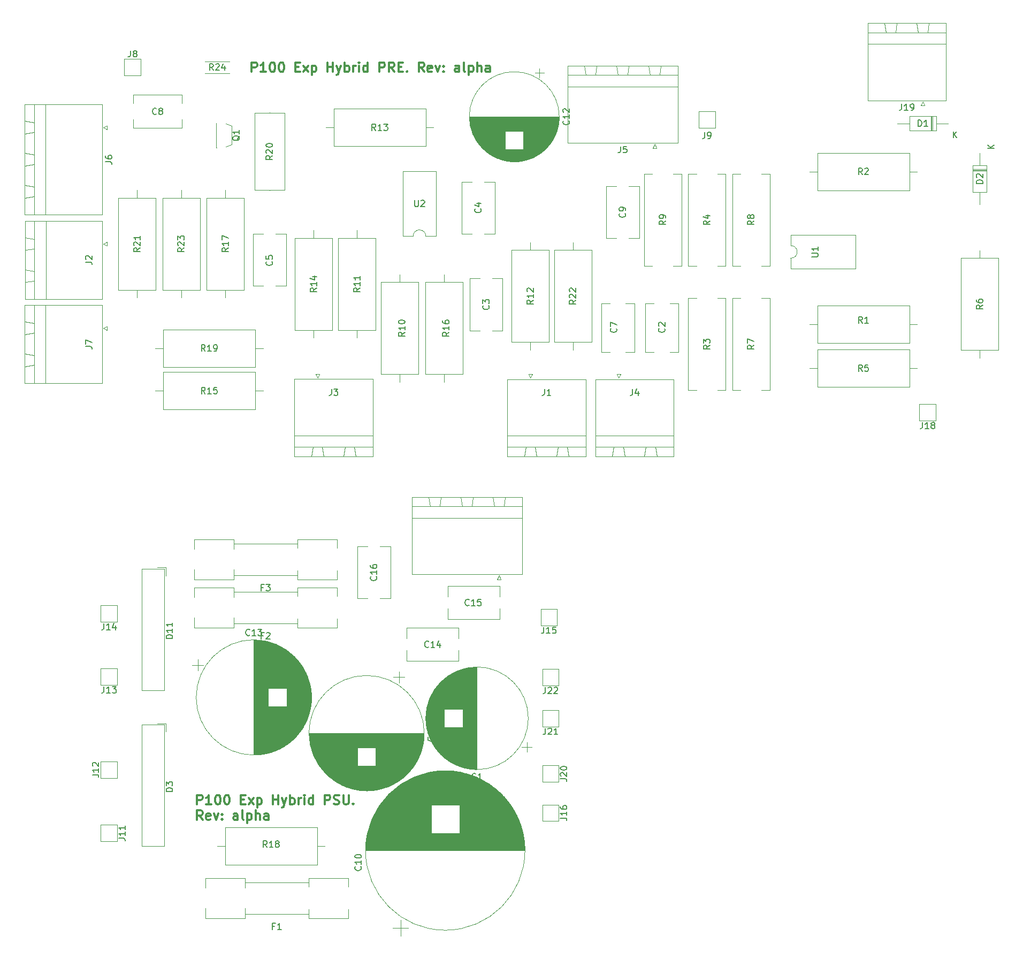
<source format=gbr>
%TF.GenerationSoftware,KiCad,Pcbnew,7.0.1*%
%TF.CreationDate,2024-04-08T23:42:12+02:00*%
%TF.ProjectId,6N6P_hybrid,364e3650-5f68-4796-9272-69642e6b6963,rev?*%
%TF.SameCoordinates,Original*%
%TF.FileFunction,Legend,Top*%
%TF.FilePolarity,Positive*%
%FSLAX46Y46*%
G04 Gerber Fmt 4.6, Leading zero omitted, Abs format (unit mm)*
G04 Created by KiCad (PCBNEW 7.0.1) date 2024-04-08 23:42:12*
%MOMM*%
%LPD*%
G01*
G04 APERTURE LIST*
%ADD10C,0.300000*%
%ADD11C,0.150000*%
%ADD12C,0.120000*%
G04 APERTURE END LIST*
D10*
X54332142Y-26771428D02*
X54332142Y-25271428D01*
X54332142Y-25271428D02*
X54903571Y-25271428D01*
X54903571Y-25271428D02*
X55046428Y-25342857D01*
X55046428Y-25342857D02*
X55117857Y-25414285D01*
X55117857Y-25414285D02*
X55189285Y-25557142D01*
X55189285Y-25557142D02*
X55189285Y-25771428D01*
X55189285Y-25771428D02*
X55117857Y-25914285D01*
X55117857Y-25914285D02*
X55046428Y-25985714D01*
X55046428Y-25985714D02*
X54903571Y-26057142D01*
X54903571Y-26057142D02*
X54332142Y-26057142D01*
X56617857Y-26771428D02*
X55760714Y-26771428D01*
X56189285Y-26771428D02*
X56189285Y-25271428D01*
X56189285Y-25271428D02*
X56046428Y-25485714D01*
X56046428Y-25485714D02*
X55903571Y-25628571D01*
X55903571Y-25628571D02*
X55760714Y-25700000D01*
X57546428Y-25271428D02*
X57689285Y-25271428D01*
X57689285Y-25271428D02*
X57832142Y-25342857D01*
X57832142Y-25342857D02*
X57903571Y-25414285D01*
X57903571Y-25414285D02*
X57974999Y-25557142D01*
X57974999Y-25557142D02*
X58046428Y-25842857D01*
X58046428Y-25842857D02*
X58046428Y-26200000D01*
X58046428Y-26200000D02*
X57974999Y-26485714D01*
X57974999Y-26485714D02*
X57903571Y-26628571D01*
X57903571Y-26628571D02*
X57832142Y-26700000D01*
X57832142Y-26700000D02*
X57689285Y-26771428D01*
X57689285Y-26771428D02*
X57546428Y-26771428D01*
X57546428Y-26771428D02*
X57403571Y-26700000D01*
X57403571Y-26700000D02*
X57332142Y-26628571D01*
X57332142Y-26628571D02*
X57260713Y-26485714D01*
X57260713Y-26485714D02*
X57189285Y-26200000D01*
X57189285Y-26200000D02*
X57189285Y-25842857D01*
X57189285Y-25842857D02*
X57260713Y-25557142D01*
X57260713Y-25557142D02*
X57332142Y-25414285D01*
X57332142Y-25414285D02*
X57403571Y-25342857D01*
X57403571Y-25342857D02*
X57546428Y-25271428D01*
X58974999Y-25271428D02*
X59117856Y-25271428D01*
X59117856Y-25271428D02*
X59260713Y-25342857D01*
X59260713Y-25342857D02*
X59332142Y-25414285D01*
X59332142Y-25414285D02*
X59403570Y-25557142D01*
X59403570Y-25557142D02*
X59474999Y-25842857D01*
X59474999Y-25842857D02*
X59474999Y-26200000D01*
X59474999Y-26200000D02*
X59403570Y-26485714D01*
X59403570Y-26485714D02*
X59332142Y-26628571D01*
X59332142Y-26628571D02*
X59260713Y-26700000D01*
X59260713Y-26700000D02*
X59117856Y-26771428D01*
X59117856Y-26771428D02*
X58974999Y-26771428D01*
X58974999Y-26771428D02*
X58832142Y-26700000D01*
X58832142Y-26700000D02*
X58760713Y-26628571D01*
X58760713Y-26628571D02*
X58689284Y-26485714D01*
X58689284Y-26485714D02*
X58617856Y-26200000D01*
X58617856Y-26200000D02*
X58617856Y-25842857D01*
X58617856Y-25842857D02*
X58689284Y-25557142D01*
X58689284Y-25557142D02*
X58760713Y-25414285D01*
X58760713Y-25414285D02*
X58832142Y-25342857D01*
X58832142Y-25342857D02*
X58974999Y-25271428D01*
X61260712Y-25985714D02*
X61760712Y-25985714D01*
X61974998Y-26771428D02*
X61260712Y-26771428D01*
X61260712Y-26771428D02*
X61260712Y-25271428D01*
X61260712Y-25271428D02*
X61974998Y-25271428D01*
X62474998Y-26771428D02*
X63260713Y-25771428D01*
X62474998Y-25771428D02*
X63260713Y-26771428D01*
X63832141Y-25771428D02*
X63832141Y-27271428D01*
X63832141Y-25842857D02*
X63974999Y-25771428D01*
X63974999Y-25771428D02*
X64260713Y-25771428D01*
X64260713Y-25771428D02*
X64403570Y-25842857D01*
X64403570Y-25842857D02*
X64474999Y-25914285D01*
X64474999Y-25914285D02*
X64546427Y-26057142D01*
X64546427Y-26057142D02*
X64546427Y-26485714D01*
X64546427Y-26485714D02*
X64474999Y-26628571D01*
X64474999Y-26628571D02*
X64403570Y-26700000D01*
X64403570Y-26700000D02*
X64260713Y-26771428D01*
X64260713Y-26771428D02*
X63974999Y-26771428D01*
X63974999Y-26771428D02*
X63832141Y-26700000D01*
X66332141Y-26771428D02*
X66332141Y-25271428D01*
X66332141Y-25985714D02*
X67189284Y-25985714D01*
X67189284Y-26771428D02*
X67189284Y-25271428D01*
X67760713Y-25771428D02*
X68117856Y-26771428D01*
X68474999Y-25771428D02*
X68117856Y-26771428D01*
X68117856Y-26771428D02*
X67974999Y-27128571D01*
X67974999Y-27128571D02*
X67903570Y-27200000D01*
X67903570Y-27200000D02*
X67760713Y-27271428D01*
X69046427Y-26771428D02*
X69046427Y-25271428D01*
X69046427Y-25842857D02*
X69189285Y-25771428D01*
X69189285Y-25771428D02*
X69474999Y-25771428D01*
X69474999Y-25771428D02*
X69617856Y-25842857D01*
X69617856Y-25842857D02*
X69689285Y-25914285D01*
X69689285Y-25914285D02*
X69760713Y-26057142D01*
X69760713Y-26057142D02*
X69760713Y-26485714D01*
X69760713Y-26485714D02*
X69689285Y-26628571D01*
X69689285Y-26628571D02*
X69617856Y-26700000D01*
X69617856Y-26700000D02*
X69474999Y-26771428D01*
X69474999Y-26771428D02*
X69189285Y-26771428D01*
X69189285Y-26771428D02*
X69046427Y-26700000D01*
X70403570Y-26771428D02*
X70403570Y-25771428D01*
X70403570Y-26057142D02*
X70474999Y-25914285D01*
X70474999Y-25914285D02*
X70546428Y-25842857D01*
X70546428Y-25842857D02*
X70689285Y-25771428D01*
X70689285Y-25771428D02*
X70832142Y-25771428D01*
X71332141Y-26771428D02*
X71332141Y-25771428D01*
X71332141Y-25271428D02*
X71260713Y-25342857D01*
X71260713Y-25342857D02*
X71332141Y-25414285D01*
X71332141Y-25414285D02*
X71403570Y-25342857D01*
X71403570Y-25342857D02*
X71332141Y-25271428D01*
X71332141Y-25271428D02*
X71332141Y-25414285D01*
X72689285Y-26771428D02*
X72689285Y-25271428D01*
X72689285Y-26700000D02*
X72546427Y-26771428D01*
X72546427Y-26771428D02*
X72260713Y-26771428D01*
X72260713Y-26771428D02*
X72117856Y-26700000D01*
X72117856Y-26700000D02*
X72046427Y-26628571D01*
X72046427Y-26628571D02*
X71974999Y-26485714D01*
X71974999Y-26485714D02*
X71974999Y-26057142D01*
X71974999Y-26057142D02*
X72046427Y-25914285D01*
X72046427Y-25914285D02*
X72117856Y-25842857D01*
X72117856Y-25842857D02*
X72260713Y-25771428D01*
X72260713Y-25771428D02*
X72546427Y-25771428D01*
X72546427Y-25771428D02*
X72689285Y-25842857D01*
X74546427Y-26771428D02*
X74546427Y-25271428D01*
X74546427Y-25271428D02*
X75117856Y-25271428D01*
X75117856Y-25271428D02*
X75260713Y-25342857D01*
X75260713Y-25342857D02*
X75332142Y-25414285D01*
X75332142Y-25414285D02*
X75403570Y-25557142D01*
X75403570Y-25557142D02*
X75403570Y-25771428D01*
X75403570Y-25771428D02*
X75332142Y-25914285D01*
X75332142Y-25914285D02*
X75260713Y-25985714D01*
X75260713Y-25985714D02*
X75117856Y-26057142D01*
X75117856Y-26057142D02*
X74546427Y-26057142D01*
X76903570Y-26771428D02*
X76403570Y-26057142D01*
X76046427Y-26771428D02*
X76046427Y-25271428D01*
X76046427Y-25271428D02*
X76617856Y-25271428D01*
X76617856Y-25271428D02*
X76760713Y-25342857D01*
X76760713Y-25342857D02*
X76832142Y-25414285D01*
X76832142Y-25414285D02*
X76903570Y-25557142D01*
X76903570Y-25557142D02*
X76903570Y-25771428D01*
X76903570Y-25771428D02*
X76832142Y-25914285D01*
X76832142Y-25914285D02*
X76760713Y-25985714D01*
X76760713Y-25985714D02*
X76617856Y-26057142D01*
X76617856Y-26057142D02*
X76046427Y-26057142D01*
X77546427Y-25985714D02*
X78046427Y-25985714D01*
X78260713Y-26771428D02*
X77546427Y-26771428D01*
X77546427Y-26771428D02*
X77546427Y-25271428D01*
X77546427Y-25271428D02*
X78260713Y-25271428D01*
X78903570Y-26628571D02*
X78974999Y-26700000D01*
X78974999Y-26700000D02*
X78903570Y-26771428D01*
X78903570Y-26771428D02*
X78832142Y-26700000D01*
X78832142Y-26700000D02*
X78903570Y-26628571D01*
X78903570Y-26628571D02*
X78903570Y-26771428D01*
X81617856Y-26771428D02*
X81117856Y-26057142D01*
X80760713Y-26771428D02*
X80760713Y-25271428D01*
X80760713Y-25271428D02*
X81332142Y-25271428D01*
X81332142Y-25271428D02*
X81474999Y-25342857D01*
X81474999Y-25342857D02*
X81546428Y-25414285D01*
X81546428Y-25414285D02*
X81617856Y-25557142D01*
X81617856Y-25557142D02*
X81617856Y-25771428D01*
X81617856Y-25771428D02*
X81546428Y-25914285D01*
X81546428Y-25914285D02*
X81474999Y-25985714D01*
X81474999Y-25985714D02*
X81332142Y-26057142D01*
X81332142Y-26057142D02*
X80760713Y-26057142D01*
X82832142Y-26700000D02*
X82689285Y-26771428D01*
X82689285Y-26771428D02*
X82403571Y-26771428D01*
X82403571Y-26771428D02*
X82260713Y-26700000D01*
X82260713Y-26700000D02*
X82189285Y-26557142D01*
X82189285Y-26557142D02*
X82189285Y-25985714D01*
X82189285Y-25985714D02*
X82260713Y-25842857D01*
X82260713Y-25842857D02*
X82403571Y-25771428D01*
X82403571Y-25771428D02*
X82689285Y-25771428D01*
X82689285Y-25771428D02*
X82832142Y-25842857D01*
X82832142Y-25842857D02*
X82903571Y-25985714D01*
X82903571Y-25985714D02*
X82903571Y-26128571D01*
X82903571Y-26128571D02*
X82189285Y-26271428D01*
X83403570Y-25771428D02*
X83760713Y-26771428D01*
X83760713Y-26771428D02*
X84117856Y-25771428D01*
X84689284Y-26628571D02*
X84760713Y-26700000D01*
X84760713Y-26700000D02*
X84689284Y-26771428D01*
X84689284Y-26771428D02*
X84617856Y-26700000D01*
X84617856Y-26700000D02*
X84689284Y-26628571D01*
X84689284Y-26628571D02*
X84689284Y-26771428D01*
X84689284Y-25842857D02*
X84760713Y-25914285D01*
X84760713Y-25914285D02*
X84689284Y-25985714D01*
X84689284Y-25985714D02*
X84617856Y-25914285D01*
X84617856Y-25914285D02*
X84689284Y-25842857D01*
X84689284Y-25842857D02*
X84689284Y-25985714D01*
X87189285Y-26771428D02*
X87189285Y-25985714D01*
X87189285Y-25985714D02*
X87117856Y-25842857D01*
X87117856Y-25842857D02*
X86974999Y-25771428D01*
X86974999Y-25771428D02*
X86689285Y-25771428D01*
X86689285Y-25771428D02*
X86546427Y-25842857D01*
X87189285Y-26700000D02*
X87046427Y-26771428D01*
X87046427Y-26771428D02*
X86689285Y-26771428D01*
X86689285Y-26771428D02*
X86546427Y-26700000D01*
X86546427Y-26700000D02*
X86474999Y-26557142D01*
X86474999Y-26557142D02*
X86474999Y-26414285D01*
X86474999Y-26414285D02*
X86546427Y-26271428D01*
X86546427Y-26271428D02*
X86689285Y-26200000D01*
X86689285Y-26200000D02*
X87046427Y-26200000D01*
X87046427Y-26200000D02*
X87189285Y-26128571D01*
X88117856Y-26771428D02*
X87974999Y-26700000D01*
X87974999Y-26700000D02*
X87903570Y-26557142D01*
X87903570Y-26557142D02*
X87903570Y-25271428D01*
X88689284Y-25771428D02*
X88689284Y-27271428D01*
X88689284Y-25842857D02*
X88832142Y-25771428D01*
X88832142Y-25771428D02*
X89117856Y-25771428D01*
X89117856Y-25771428D02*
X89260713Y-25842857D01*
X89260713Y-25842857D02*
X89332142Y-25914285D01*
X89332142Y-25914285D02*
X89403570Y-26057142D01*
X89403570Y-26057142D02*
X89403570Y-26485714D01*
X89403570Y-26485714D02*
X89332142Y-26628571D01*
X89332142Y-26628571D02*
X89260713Y-26700000D01*
X89260713Y-26700000D02*
X89117856Y-26771428D01*
X89117856Y-26771428D02*
X88832142Y-26771428D01*
X88832142Y-26771428D02*
X88689284Y-26700000D01*
X90046427Y-26771428D02*
X90046427Y-25271428D01*
X90689285Y-26771428D02*
X90689285Y-25985714D01*
X90689285Y-25985714D02*
X90617856Y-25842857D01*
X90617856Y-25842857D02*
X90474999Y-25771428D01*
X90474999Y-25771428D02*
X90260713Y-25771428D01*
X90260713Y-25771428D02*
X90117856Y-25842857D01*
X90117856Y-25842857D02*
X90046427Y-25914285D01*
X92046428Y-26771428D02*
X92046428Y-25985714D01*
X92046428Y-25985714D02*
X91974999Y-25842857D01*
X91974999Y-25842857D02*
X91832142Y-25771428D01*
X91832142Y-25771428D02*
X91546428Y-25771428D01*
X91546428Y-25771428D02*
X91403570Y-25842857D01*
X92046428Y-26700000D02*
X91903570Y-26771428D01*
X91903570Y-26771428D02*
X91546428Y-26771428D01*
X91546428Y-26771428D02*
X91403570Y-26700000D01*
X91403570Y-26700000D02*
X91332142Y-26557142D01*
X91332142Y-26557142D02*
X91332142Y-26414285D01*
X91332142Y-26414285D02*
X91403570Y-26271428D01*
X91403570Y-26271428D02*
X91546428Y-26200000D01*
X91546428Y-26200000D02*
X91903570Y-26200000D01*
X91903570Y-26200000D02*
X92046428Y-26128571D01*
X45696142Y-142674428D02*
X45696142Y-141174428D01*
X45696142Y-141174428D02*
X46267571Y-141174428D01*
X46267571Y-141174428D02*
X46410428Y-141245857D01*
X46410428Y-141245857D02*
X46481857Y-141317285D01*
X46481857Y-141317285D02*
X46553285Y-141460142D01*
X46553285Y-141460142D02*
X46553285Y-141674428D01*
X46553285Y-141674428D02*
X46481857Y-141817285D01*
X46481857Y-141817285D02*
X46410428Y-141888714D01*
X46410428Y-141888714D02*
X46267571Y-141960142D01*
X46267571Y-141960142D02*
X45696142Y-141960142D01*
X47981857Y-142674428D02*
X47124714Y-142674428D01*
X47553285Y-142674428D02*
X47553285Y-141174428D01*
X47553285Y-141174428D02*
X47410428Y-141388714D01*
X47410428Y-141388714D02*
X47267571Y-141531571D01*
X47267571Y-141531571D02*
X47124714Y-141603000D01*
X48910428Y-141174428D02*
X49053285Y-141174428D01*
X49053285Y-141174428D02*
X49196142Y-141245857D01*
X49196142Y-141245857D02*
X49267571Y-141317285D01*
X49267571Y-141317285D02*
X49338999Y-141460142D01*
X49338999Y-141460142D02*
X49410428Y-141745857D01*
X49410428Y-141745857D02*
X49410428Y-142103000D01*
X49410428Y-142103000D02*
X49338999Y-142388714D01*
X49338999Y-142388714D02*
X49267571Y-142531571D01*
X49267571Y-142531571D02*
X49196142Y-142603000D01*
X49196142Y-142603000D02*
X49053285Y-142674428D01*
X49053285Y-142674428D02*
X48910428Y-142674428D01*
X48910428Y-142674428D02*
X48767571Y-142603000D01*
X48767571Y-142603000D02*
X48696142Y-142531571D01*
X48696142Y-142531571D02*
X48624713Y-142388714D01*
X48624713Y-142388714D02*
X48553285Y-142103000D01*
X48553285Y-142103000D02*
X48553285Y-141745857D01*
X48553285Y-141745857D02*
X48624713Y-141460142D01*
X48624713Y-141460142D02*
X48696142Y-141317285D01*
X48696142Y-141317285D02*
X48767571Y-141245857D01*
X48767571Y-141245857D02*
X48910428Y-141174428D01*
X50338999Y-141174428D02*
X50481856Y-141174428D01*
X50481856Y-141174428D02*
X50624713Y-141245857D01*
X50624713Y-141245857D02*
X50696142Y-141317285D01*
X50696142Y-141317285D02*
X50767570Y-141460142D01*
X50767570Y-141460142D02*
X50838999Y-141745857D01*
X50838999Y-141745857D02*
X50838999Y-142103000D01*
X50838999Y-142103000D02*
X50767570Y-142388714D01*
X50767570Y-142388714D02*
X50696142Y-142531571D01*
X50696142Y-142531571D02*
X50624713Y-142603000D01*
X50624713Y-142603000D02*
X50481856Y-142674428D01*
X50481856Y-142674428D02*
X50338999Y-142674428D01*
X50338999Y-142674428D02*
X50196142Y-142603000D01*
X50196142Y-142603000D02*
X50124713Y-142531571D01*
X50124713Y-142531571D02*
X50053284Y-142388714D01*
X50053284Y-142388714D02*
X49981856Y-142103000D01*
X49981856Y-142103000D02*
X49981856Y-141745857D01*
X49981856Y-141745857D02*
X50053284Y-141460142D01*
X50053284Y-141460142D02*
X50124713Y-141317285D01*
X50124713Y-141317285D02*
X50196142Y-141245857D01*
X50196142Y-141245857D02*
X50338999Y-141174428D01*
X52624712Y-141888714D02*
X53124712Y-141888714D01*
X53338998Y-142674428D02*
X52624712Y-142674428D01*
X52624712Y-142674428D02*
X52624712Y-141174428D01*
X52624712Y-141174428D02*
X53338998Y-141174428D01*
X53838998Y-142674428D02*
X54624713Y-141674428D01*
X53838998Y-141674428D02*
X54624713Y-142674428D01*
X55196141Y-141674428D02*
X55196141Y-143174428D01*
X55196141Y-141745857D02*
X55338999Y-141674428D01*
X55338999Y-141674428D02*
X55624713Y-141674428D01*
X55624713Y-141674428D02*
X55767570Y-141745857D01*
X55767570Y-141745857D02*
X55838999Y-141817285D01*
X55838999Y-141817285D02*
X55910427Y-141960142D01*
X55910427Y-141960142D02*
X55910427Y-142388714D01*
X55910427Y-142388714D02*
X55838999Y-142531571D01*
X55838999Y-142531571D02*
X55767570Y-142603000D01*
X55767570Y-142603000D02*
X55624713Y-142674428D01*
X55624713Y-142674428D02*
X55338999Y-142674428D01*
X55338999Y-142674428D02*
X55196141Y-142603000D01*
X57696141Y-142674428D02*
X57696141Y-141174428D01*
X57696141Y-141888714D02*
X58553284Y-141888714D01*
X58553284Y-142674428D02*
X58553284Y-141174428D01*
X59124713Y-141674428D02*
X59481856Y-142674428D01*
X59838999Y-141674428D02*
X59481856Y-142674428D01*
X59481856Y-142674428D02*
X59338999Y-143031571D01*
X59338999Y-143031571D02*
X59267570Y-143103000D01*
X59267570Y-143103000D02*
X59124713Y-143174428D01*
X60410427Y-142674428D02*
X60410427Y-141174428D01*
X60410427Y-141745857D02*
X60553285Y-141674428D01*
X60553285Y-141674428D02*
X60838999Y-141674428D01*
X60838999Y-141674428D02*
X60981856Y-141745857D01*
X60981856Y-141745857D02*
X61053285Y-141817285D01*
X61053285Y-141817285D02*
X61124713Y-141960142D01*
X61124713Y-141960142D02*
X61124713Y-142388714D01*
X61124713Y-142388714D02*
X61053285Y-142531571D01*
X61053285Y-142531571D02*
X60981856Y-142603000D01*
X60981856Y-142603000D02*
X60838999Y-142674428D01*
X60838999Y-142674428D02*
X60553285Y-142674428D01*
X60553285Y-142674428D02*
X60410427Y-142603000D01*
X61767570Y-142674428D02*
X61767570Y-141674428D01*
X61767570Y-141960142D02*
X61838999Y-141817285D01*
X61838999Y-141817285D02*
X61910428Y-141745857D01*
X61910428Y-141745857D02*
X62053285Y-141674428D01*
X62053285Y-141674428D02*
X62196142Y-141674428D01*
X62696141Y-142674428D02*
X62696141Y-141674428D01*
X62696141Y-141174428D02*
X62624713Y-141245857D01*
X62624713Y-141245857D02*
X62696141Y-141317285D01*
X62696141Y-141317285D02*
X62767570Y-141245857D01*
X62767570Y-141245857D02*
X62696141Y-141174428D01*
X62696141Y-141174428D02*
X62696141Y-141317285D01*
X64053285Y-142674428D02*
X64053285Y-141174428D01*
X64053285Y-142603000D02*
X63910427Y-142674428D01*
X63910427Y-142674428D02*
X63624713Y-142674428D01*
X63624713Y-142674428D02*
X63481856Y-142603000D01*
X63481856Y-142603000D02*
X63410427Y-142531571D01*
X63410427Y-142531571D02*
X63338999Y-142388714D01*
X63338999Y-142388714D02*
X63338999Y-141960142D01*
X63338999Y-141960142D02*
X63410427Y-141817285D01*
X63410427Y-141817285D02*
X63481856Y-141745857D01*
X63481856Y-141745857D02*
X63624713Y-141674428D01*
X63624713Y-141674428D02*
X63910427Y-141674428D01*
X63910427Y-141674428D02*
X64053285Y-141745857D01*
X65910427Y-142674428D02*
X65910427Y-141174428D01*
X65910427Y-141174428D02*
X66481856Y-141174428D01*
X66481856Y-141174428D02*
X66624713Y-141245857D01*
X66624713Y-141245857D02*
X66696142Y-141317285D01*
X66696142Y-141317285D02*
X66767570Y-141460142D01*
X66767570Y-141460142D02*
X66767570Y-141674428D01*
X66767570Y-141674428D02*
X66696142Y-141817285D01*
X66696142Y-141817285D02*
X66624713Y-141888714D01*
X66624713Y-141888714D02*
X66481856Y-141960142D01*
X66481856Y-141960142D02*
X65910427Y-141960142D01*
X67338999Y-142603000D02*
X67553285Y-142674428D01*
X67553285Y-142674428D02*
X67910427Y-142674428D01*
X67910427Y-142674428D02*
X68053285Y-142603000D01*
X68053285Y-142603000D02*
X68124713Y-142531571D01*
X68124713Y-142531571D02*
X68196142Y-142388714D01*
X68196142Y-142388714D02*
X68196142Y-142245857D01*
X68196142Y-142245857D02*
X68124713Y-142103000D01*
X68124713Y-142103000D02*
X68053285Y-142031571D01*
X68053285Y-142031571D02*
X67910427Y-141960142D01*
X67910427Y-141960142D02*
X67624713Y-141888714D01*
X67624713Y-141888714D02*
X67481856Y-141817285D01*
X67481856Y-141817285D02*
X67410427Y-141745857D01*
X67410427Y-141745857D02*
X67338999Y-141603000D01*
X67338999Y-141603000D02*
X67338999Y-141460142D01*
X67338999Y-141460142D02*
X67410427Y-141317285D01*
X67410427Y-141317285D02*
X67481856Y-141245857D01*
X67481856Y-141245857D02*
X67624713Y-141174428D01*
X67624713Y-141174428D02*
X67981856Y-141174428D01*
X67981856Y-141174428D02*
X68196142Y-141245857D01*
X68838998Y-141174428D02*
X68838998Y-142388714D01*
X68838998Y-142388714D02*
X68910427Y-142531571D01*
X68910427Y-142531571D02*
X68981856Y-142603000D01*
X68981856Y-142603000D02*
X69124713Y-142674428D01*
X69124713Y-142674428D02*
X69410427Y-142674428D01*
X69410427Y-142674428D02*
X69553284Y-142603000D01*
X69553284Y-142603000D02*
X69624713Y-142531571D01*
X69624713Y-142531571D02*
X69696141Y-142388714D01*
X69696141Y-142388714D02*
X69696141Y-141174428D01*
X70410427Y-142531571D02*
X70481856Y-142603000D01*
X70481856Y-142603000D02*
X70410427Y-142674428D01*
X70410427Y-142674428D02*
X70338999Y-142603000D01*
X70338999Y-142603000D02*
X70410427Y-142531571D01*
X70410427Y-142531571D02*
X70410427Y-142674428D01*
X46553285Y-145104428D02*
X46053285Y-144390142D01*
X45696142Y-145104428D02*
X45696142Y-143604428D01*
X45696142Y-143604428D02*
X46267571Y-143604428D01*
X46267571Y-143604428D02*
X46410428Y-143675857D01*
X46410428Y-143675857D02*
X46481857Y-143747285D01*
X46481857Y-143747285D02*
X46553285Y-143890142D01*
X46553285Y-143890142D02*
X46553285Y-144104428D01*
X46553285Y-144104428D02*
X46481857Y-144247285D01*
X46481857Y-144247285D02*
X46410428Y-144318714D01*
X46410428Y-144318714D02*
X46267571Y-144390142D01*
X46267571Y-144390142D02*
X45696142Y-144390142D01*
X47767571Y-145033000D02*
X47624714Y-145104428D01*
X47624714Y-145104428D02*
X47339000Y-145104428D01*
X47339000Y-145104428D02*
X47196142Y-145033000D01*
X47196142Y-145033000D02*
X47124714Y-144890142D01*
X47124714Y-144890142D02*
X47124714Y-144318714D01*
X47124714Y-144318714D02*
X47196142Y-144175857D01*
X47196142Y-144175857D02*
X47339000Y-144104428D01*
X47339000Y-144104428D02*
X47624714Y-144104428D01*
X47624714Y-144104428D02*
X47767571Y-144175857D01*
X47767571Y-144175857D02*
X47839000Y-144318714D01*
X47839000Y-144318714D02*
X47839000Y-144461571D01*
X47839000Y-144461571D02*
X47124714Y-144604428D01*
X48338999Y-144104428D02*
X48696142Y-145104428D01*
X48696142Y-145104428D02*
X49053285Y-144104428D01*
X49624713Y-144961571D02*
X49696142Y-145033000D01*
X49696142Y-145033000D02*
X49624713Y-145104428D01*
X49624713Y-145104428D02*
X49553285Y-145033000D01*
X49553285Y-145033000D02*
X49624713Y-144961571D01*
X49624713Y-144961571D02*
X49624713Y-145104428D01*
X49624713Y-144175857D02*
X49696142Y-144247285D01*
X49696142Y-144247285D02*
X49624713Y-144318714D01*
X49624713Y-144318714D02*
X49553285Y-144247285D01*
X49553285Y-144247285D02*
X49624713Y-144175857D01*
X49624713Y-144175857D02*
X49624713Y-144318714D01*
X52124714Y-145104428D02*
X52124714Y-144318714D01*
X52124714Y-144318714D02*
X52053285Y-144175857D01*
X52053285Y-144175857D02*
X51910428Y-144104428D01*
X51910428Y-144104428D02*
X51624714Y-144104428D01*
X51624714Y-144104428D02*
X51481856Y-144175857D01*
X52124714Y-145033000D02*
X51981856Y-145104428D01*
X51981856Y-145104428D02*
X51624714Y-145104428D01*
X51624714Y-145104428D02*
X51481856Y-145033000D01*
X51481856Y-145033000D02*
X51410428Y-144890142D01*
X51410428Y-144890142D02*
X51410428Y-144747285D01*
X51410428Y-144747285D02*
X51481856Y-144604428D01*
X51481856Y-144604428D02*
X51624714Y-144533000D01*
X51624714Y-144533000D02*
X51981856Y-144533000D01*
X51981856Y-144533000D02*
X52124714Y-144461571D01*
X53053285Y-145104428D02*
X52910428Y-145033000D01*
X52910428Y-145033000D02*
X52838999Y-144890142D01*
X52838999Y-144890142D02*
X52838999Y-143604428D01*
X53624713Y-144104428D02*
X53624713Y-145604428D01*
X53624713Y-144175857D02*
X53767571Y-144104428D01*
X53767571Y-144104428D02*
X54053285Y-144104428D01*
X54053285Y-144104428D02*
X54196142Y-144175857D01*
X54196142Y-144175857D02*
X54267571Y-144247285D01*
X54267571Y-144247285D02*
X54338999Y-144390142D01*
X54338999Y-144390142D02*
X54338999Y-144818714D01*
X54338999Y-144818714D02*
X54267571Y-144961571D01*
X54267571Y-144961571D02*
X54196142Y-145033000D01*
X54196142Y-145033000D02*
X54053285Y-145104428D01*
X54053285Y-145104428D02*
X53767571Y-145104428D01*
X53767571Y-145104428D02*
X53624713Y-145033000D01*
X54981856Y-145104428D02*
X54981856Y-143604428D01*
X55624714Y-145104428D02*
X55624714Y-144318714D01*
X55624714Y-144318714D02*
X55553285Y-144175857D01*
X55553285Y-144175857D02*
X55410428Y-144104428D01*
X55410428Y-144104428D02*
X55196142Y-144104428D01*
X55196142Y-144104428D02*
X55053285Y-144175857D01*
X55053285Y-144175857D02*
X54981856Y-144247285D01*
X56981857Y-145104428D02*
X56981857Y-144318714D01*
X56981857Y-144318714D02*
X56910428Y-144175857D01*
X56910428Y-144175857D02*
X56767571Y-144104428D01*
X56767571Y-144104428D02*
X56481857Y-144104428D01*
X56481857Y-144104428D02*
X56338999Y-144175857D01*
X56981857Y-145033000D02*
X56838999Y-145104428D01*
X56838999Y-145104428D02*
X56481857Y-145104428D01*
X56481857Y-145104428D02*
X56338999Y-145033000D01*
X56338999Y-145033000D02*
X56267571Y-144890142D01*
X56267571Y-144890142D02*
X56267571Y-144747285D01*
X56267571Y-144747285D02*
X56338999Y-144604428D01*
X56338999Y-144604428D02*
X56481857Y-144533000D01*
X56481857Y-144533000D02*
X56838999Y-144533000D01*
X56838999Y-144533000D02*
X56981857Y-144461571D01*
D11*
%TO.C,R21*%
X36657619Y-54617857D02*
X36181428Y-54951190D01*
X36657619Y-55189285D02*
X35657619Y-55189285D01*
X35657619Y-55189285D02*
X35657619Y-54808333D01*
X35657619Y-54808333D02*
X35705238Y-54713095D01*
X35705238Y-54713095D02*
X35752857Y-54665476D01*
X35752857Y-54665476D02*
X35848095Y-54617857D01*
X35848095Y-54617857D02*
X35990952Y-54617857D01*
X35990952Y-54617857D02*
X36086190Y-54665476D01*
X36086190Y-54665476D02*
X36133809Y-54713095D01*
X36133809Y-54713095D02*
X36181428Y-54808333D01*
X36181428Y-54808333D02*
X36181428Y-55189285D01*
X35752857Y-54236904D02*
X35705238Y-54189285D01*
X35705238Y-54189285D02*
X35657619Y-54094047D01*
X35657619Y-54094047D02*
X35657619Y-53855952D01*
X35657619Y-53855952D02*
X35705238Y-53760714D01*
X35705238Y-53760714D02*
X35752857Y-53713095D01*
X35752857Y-53713095D02*
X35848095Y-53665476D01*
X35848095Y-53665476D02*
X35943333Y-53665476D01*
X35943333Y-53665476D02*
X36086190Y-53713095D01*
X36086190Y-53713095D02*
X36657619Y-54284523D01*
X36657619Y-54284523D02*
X36657619Y-53665476D01*
X36657619Y-52713095D02*
X36657619Y-53284523D01*
X36657619Y-52998809D02*
X35657619Y-52998809D01*
X35657619Y-52998809D02*
X35800476Y-53094047D01*
X35800476Y-53094047D02*
X35895714Y-53189285D01*
X35895714Y-53189285D02*
X35943333Y-53284523D01*
%TO.C,R2*%
X150963333Y-43007619D02*
X150630000Y-42531428D01*
X150391905Y-43007619D02*
X150391905Y-42007619D01*
X150391905Y-42007619D02*
X150772857Y-42007619D01*
X150772857Y-42007619D02*
X150868095Y-42055238D01*
X150868095Y-42055238D02*
X150915714Y-42102857D01*
X150915714Y-42102857D02*
X150963333Y-42198095D01*
X150963333Y-42198095D02*
X150963333Y-42340952D01*
X150963333Y-42340952D02*
X150915714Y-42436190D01*
X150915714Y-42436190D02*
X150868095Y-42483809D01*
X150868095Y-42483809D02*
X150772857Y-42531428D01*
X150772857Y-42531428D02*
X150391905Y-42531428D01*
X151344286Y-42102857D02*
X151391905Y-42055238D01*
X151391905Y-42055238D02*
X151487143Y-42007619D01*
X151487143Y-42007619D02*
X151725238Y-42007619D01*
X151725238Y-42007619D02*
X151820476Y-42055238D01*
X151820476Y-42055238D02*
X151868095Y-42102857D01*
X151868095Y-42102857D02*
X151915714Y-42198095D01*
X151915714Y-42198095D02*
X151915714Y-42293333D01*
X151915714Y-42293333D02*
X151868095Y-42436190D01*
X151868095Y-42436190D02*
X151296667Y-43007619D01*
X151296667Y-43007619D02*
X151915714Y-43007619D01*
%TO.C,C2*%
X119620380Y-67356666D02*
X119668000Y-67404285D01*
X119668000Y-67404285D02*
X119715619Y-67547142D01*
X119715619Y-67547142D02*
X119715619Y-67642380D01*
X119715619Y-67642380D02*
X119668000Y-67785237D01*
X119668000Y-67785237D02*
X119572761Y-67880475D01*
X119572761Y-67880475D02*
X119477523Y-67928094D01*
X119477523Y-67928094D02*
X119287047Y-67975713D01*
X119287047Y-67975713D02*
X119144190Y-67975713D01*
X119144190Y-67975713D02*
X118953714Y-67928094D01*
X118953714Y-67928094D02*
X118858476Y-67880475D01*
X118858476Y-67880475D02*
X118763238Y-67785237D01*
X118763238Y-67785237D02*
X118715619Y-67642380D01*
X118715619Y-67642380D02*
X118715619Y-67547142D01*
X118715619Y-67547142D02*
X118763238Y-67404285D01*
X118763238Y-67404285D02*
X118810857Y-67356666D01*
X118810857Y-66975713D02*
X118763238Y-66928094D01*
X118763238Y-66928094D02*
X118715619Y-66832856D01*
X118715619Y-66832856D02*
X118715619Y-66594761D01*
X118715619Y-66594761D02*
X118763238Y-66499523D01*
X118763238Y-66499523D02*
X118810857Y-66451904D01*
X118810857Y-66451904D02*
X118906095Y-66404285D01*
X118906095Y-66404285D02*
X119001333Y-66404285D01*
X119001333Y-66404285D02*
X119144190Y-66451904D01*
X119144190Y-66451904D02*
X119715619Y-67023332D01*
X119715619Y-67023332D02*
X119715619Y-66404285D01*
%TO.C,Q1*%
X52437857Y-36890238D02*
X52390238Y-36985476D01*
X52390238Y-36985476D02*
X52295000Y-37080714D01*
X52295000Y-37080714D02*
X52152142Y-37223571D01*
X52152142Y-37223571D02*
X52104523Y-37318809D01*
X52104523Y-37318809D02*
X52104523Y-37414047D01*
X52342619Y-37366428D02*
X52295000Y-37461666D01*
X52295000Y-37461666D02*
X52199761Y-37556904D01*
X52199761Y-37556904D02*
X52009285Y-37604523D01*
X52009285Y-37604523D02*
X51675952Y-37604523D01*
X51675952Y-37604523D02*
X51485476Y-37556904D01*
X51485476Y-37556904D02*
X51390238Y-37461666D01*
X51390238Y-37461666D02*
X51342619Y-37366428D01*
X51342619Y-37366428D02*
X51342619Y-37175952D01*
X51342619Y-37175952D02*
X51390238Y-37080714D01*
X51390238Y-37080714D02*
X51485476Y-36985476D01*
X51485476Y-36985476D02*
X51675952Y-36937857D01*
X51675952Y-36937857D02*
X52009285Y-36937857D01*
X52009285Y-36937857D02*
X52199761Y-36985476D01*
X52199761Y-36985476D02*
X52295000Y-37080714D01*
X52295000Y-37080714D02*
X52342619Y-37175952D01*
X52342619Y-37175952D02*
X52342619Y-37366428D01*
X52342619Y-35985476D02*
X52342619Y-36556904D01*
X52342619Y-36271190D02*
X51342619Y-36271190D01*
X51342619Y-36271190D02*
X51485476Y-36366428D01*
X51485476Y-36366428D02*
X51580714Y-36461666D01*
X51580714Y-36461666D02*
X51628333Y-36556904D01*
%TO.C,U1*%
X142962619Y-56016904D02*
X143772142Y-56016904D01*
X143772142Y-56016904D02*
X143867380Y-55969285D01*
X143867380Y-55969285D02*
X143915000Y-55921666D01*
X143915000Y-55921666D02*
X143962619Y-55826428D01*
X143962619Y-55826428D02*
X143962619Y-55635952D01*
X143962619Y-55635952D02*
X143915000Y-55540714D01*
X143915000Y-55540714D02*
X143867380Y-55493095D01*
X143867380Y-55493095D02*
X143772142Y-55445476D01*
X143772142Y-55445476D02*
X142962619Y-55445476D01*
X143962619Y-54445476D02*
X143962619Y-55016904D01*
X143962619Y-54731190D02*
X142962619Y-54731190D01*
X142962619Y-54731190D02*
X143105476Y-54826428D01*
X143105476Y-54826428D02*
X143200714Y-54921666D01*
X143200714Y-54921666D02*
X143248333Y-55016904D01*
%TO.C,J8*%
X35156666Y-23397619D02*
X35156666Y-24111904D01*
X35156666Y-24111904D02*
X35109047Y-24254761D01*
X35109047Y-24254761D02*
X35013809Y-24350000D01*
X35013809Y-24350000D02*
X34870952Y-24397619D01*
X34870952Y-24397619D02*
X34775714Y-24397619D01*
X35775714Y-23826190D02*
X35680476Y-23778571D01*
X35680476Y-23778571D02*
X35632857Y-23730952D01*
X35632857Y-23730952D02*
X35585238Y-23635714D01*
X35585238Y-23635714D02*
X35585238Y-23588095D01*
X35585238Y-23588095D02*
X35632857Y-23492857D01*
X35632857Y-23492857D02*
X35680476Y-23445238D01*
X35680476Y-23445238D02*
X35775714Y-23397619D01*
X35775714Y-23397619D02*
X35966190Y-23397619D01*
X35966190Y-23397619D02*
X36061428Y-23445238D01*
X36061428Y-23445238D02*
X36109047Y-23492857D01*
X36109047Y-23492857D02*
X36156666Y-23588095D01*
X36156666Y-23588095D02*
X36156666Y-23635714D01*
X36156666Y-23635714D02*
X36109047Y-23730952D01*
X36109047Y-23730952D02*
X36061428Y-23778571D01*
X36061428Y-23778571D02*
X35966190Y-23826190D01*
X35966190Y-23826190D02*
X35775714Y-23826190D01*
X35775714Y-23826190D02*
X35680476Y-23873809D01*
X35680476Y-23873809D02*
X35632857Y-23921428D01*
X35632857Y-23921428D02*
X35585238Y-24016666D01*
X35585238Y-24016666D02*
X35585238Y-24207142D01*
X35585238Y-24207142D02*
X35632857Y-24302380D01*
X35632857Y-24302380D02*
X35680476Y-24350000D01*
X35680476Y-24350000D02*
X35775714Y-24397619D01*
X35775714Y-24397619D02*
X35966190Y-24397619D01*
X35966190Y-24397619D02*
X36061428Y-24350000D01*
X36061428Y-24350000D02*
X36109047Y-24302380D01*
X36109047Y-24302380D02*
X36156666Y-24207142D01*
X36156666Y-24207142D02*
X36156666Y-24016666D01*
X36156666Y-24016666D02*
X36109047Y-23921428D01*
X36109047Y-23921428D02*
X36061428Y-23873809D01*
X36061428Y-23873809D02*
X35966190Y-23826190D01*
%TO.C,F2*%
X56183666Y-115944809D02*
X55850333Y-115944809D01*
X55850333Y-116468619D02*
X55850333Y-115468619D01*
X55850333Y-115468619D02*
X56326523Y-115468619D01*
X56659857Y-115563857D02*
X56707476Y-115516238D01*
X56707476Y-115516238D02*
X56802714Y-115468619D01*
X56802714Y-115468619D02*
X57040809Y-115468619D01*
X57040809Y-115468619D02*
X57136047Y-115516238D01*
X57136047Y-115516238D02*
X57183666Y-115563857D01*
X57183666Y-115563857D02*
X57231285Y-115659095D01*
X57231285Y-115659095D02*
X57231285Y-115754333D01*
X57231285Y-115754333D02*
X57183666Y-115897190D01*
X57183666Y-115897190D02*
X56612238Y-116468619D01*
X56612238Y-116468619D02*
X57231285Y-116468619D01*
%TO.C,J6*%
X31195119Y-40973333D02*
X31909404Y-40973333D01*
X31909404Y-40973333D02*
X32052261Y-41020952D01*
X32052261Y-41020952D02*
X32147500Y-41116190D01*
X32147500Y-41116190D02*
X32195119Y-41259047D01*
X32195119Y-41259047D02*
X32195119Y-41354285D01*
X31195119Y-40068571D02*
X31195119Y-40259047D01*
X31195119Y-40259047D02*
X31242738Y-40354285D01*
X31242738Y-40354285D02*
X31290357Y-40401904D01*
X31290357Y-40401904D02*
X31433214Y-40497142D01*
X31433214Y-40497142D02*
X31623690Y-40544761D01*
X31623690Y-40544761D02*
X32004642Y-40544761D01*
X32004642Y-40544761D02*
X32099880Y-40497142D01*
X32099880Y-40497142D02*
X32147500Y-40449523D01*
X32147500Y-40449523D02*
X32195119Y-40354285D01*
X32195119Y-40354285D02*
X32195119Y-40163809D01*
X32195119Y-40163809D02*
X32147500Y-40068571D01*
X32147500Y-40068571D02*
X32099880Y-40020952D01*
X32099880Y-40020952D02*
X32004642Y-39973333D01*
X32004642Y-39973333D02*
X31766547Y-39973333D01*
X31766547Y-39973333D02*
X31671309Y-40020952D01*
X31671309Y-40020952D02*
X31623690Y-40068571D01*
X31623690Y-40068571D02*
X31576071Y-40163809D01*
X31576071Y-40163809D02*
X31576071Y-40354285D01*
X31576071Y-40354285D02*
X31623690Y-40449523D01*
X31623690Y-40449523D02*
X31671309Y-40497142D01*
X31671309Y-40497142D02*
X31766547Y-40544761D01*
%TO.C,J13*%
X30940476Y-124016019D02*
X30940476Y-124730304D01*
X30940476Y-124730304D02*
X30892857Y-124873161D01*
X30892857Y-124873161D02*
X30797619Y-124968400D01*
X30797619Y-124968400D02*
X30654762Y-125016019D01*
X30654762Y-125016019D02*
X30559524Y-125016019D01*
X31940476Y-125016019D02*
X31369048Y-125016019D01*
X31654762Y-125016019D02*
X31654762Y-124016019D01*
X31654762Y-124016019D02*
X31559524Y-124158876D01*
X31559524Y-124158876D02*
X31464286Y-124254114D01*
X31464286Y-124254114D02*
X31369048Y-124301733D01*
X32273810Y-124016019D02*
X32892857Y-124016019D01*
X32892857Y-124016019D02*
X32559524Y-124396971D01*
X32559524Y-124396971D02*
X32702381Y-124396971D01*
X32702381Y-124396971D02*
X32797619Y-124444590D01*
X32797619Y-124444590D02*
X32845238Y-124492209D01*
X32845238Y-124492209D02*
X32892857Y-124587447D01*
X32892857Y-124587447D02*
X32892857Y-124825542D01*
X32892857Y-124825542D02*
X32845238Y-124920780D01*
X32845238Y-124920780D02*
X32797619Y-124968400D01*
X32797619Y-124968400D02*
X32702381Y-125016019D01*
X32702381Y-125016019D02*
X32416667Y-125016019D01*
X32416667Y-125016019D02*
X32321429Y-124968400D01*
X32321429Y-124968400D02*
X32273810Y-124920780D01*
%TO.C,J15*%
X100560476Y-114592619D02*
X100560476Y-115306904D01*
X100560476Y-115306904D02*
X100512857Y-115449761D01*
X100512857Y-115449761D02*
X100417619Y-115545000D01*
X100417619Y-115545000D02*
X100274762Y-115592619D01*
X100274762Y-115592619D02*
X100179524Y-115592619D01*
X101560476Y-115592619D02*
X100989048Y-115592619D01*
X101274762Y-115592619D02*
X101274762Y-114592619D01*
X101274762Y-114592619D02*
X101179524Y-114735476D01*
X101179524Y-114735476D02*
X101084286Y-114830714D01*
X101084286Y-114830714D02*
X100989048Y-114878333D01*
X102465238Y-114592619D02*
X101989048Y-114592619D01*
X101989048Y-114592619D02*
X101941429Y-115068809D01*
X101941429Y-115068809D02*
X101989048Y-115021190D01*
X101989048Y-115021190D02*
X102084286Y-114973571D01*
X102084286Y-114973571D02*
X102322381Y-114973571D01*
X102322381Y-114973571D02*
X102417619Y-115021190D01*
X102417619Y-115021190D02*
X102465238Y-115068809D01*
X102465238Y-115068809D02*
X102512857Y-115164047D01*
X102512857Y-115164047D02*
X102512857Y-115402142D01*
X102512857Y-115402142D02*
X102465238Y-115497380D01*
X102465238Y-115497380D02*
X102417619Y-115545000D01*
X102417619Y-115545000D02*
X102322381Y-115592619D01*
X102322381Y-115592619D02*
X102084286Y-115592619D01*
X102084286Y-115592619D02*
X101989048Y-115545000D01*
X101989048Y-115545000D02*
X101941429Y-115497380D01*
%TO.C,D3*%
X41797619Y-140598094D02*
X40797619Y-140598094D01*
X40797619Y-140598094D02*
X40797619Y-140359999D01*
X40797619Y-140359999D02*
X40845238Y-140217142D01*
X40845238Y-140217142D02*
X40940476Y-140121904D01*
X40940476Y-140121904D02*
X41035714Y-140074285D01*
X41035714Y-140074285D02*
X41226190Y-140026666D01*
X41226190Y-140026666D02*
X41369047Y-140026666D01*
X41369047Y-140026666D02*
X41559523Y-140074285D01*
X41559523Y-140074285D02*
X41654761Y-140121904D01*
X41654761Y-140121904D02*
X41750000Y-140217142D01*
X41750000Y-140217142D02*
X41797619Y-140359999D01*
X41797619Y-140359999D02*
X41797619Y-140598094D01*
X40797619Y-139693332D02*
X40797619Y-139074285D01*
X40797619Y-139074285D02*
X41178571Y-139407618D01*
X41178571Y-139407618D02*
X41178571Y-139264761D01*
X41178571Y-139264761D02*
X41226190Y-139169523D01*
X41226190Y-139169523D02*
X41273809Y-139121904D01*
X41273809Y-139121904D02*
X41369047Y-139074285D01*
X41369047Y-139074285D02*
X41607142Y-139074285D01*
X41607142Y-139074285D02*
X41702380Y-139121904D01*
X41702380Y-139121904D02*
X41750000Y-139169523D01*
X41750000Y-139169523D02*
X41797619Y-139264761D01*
X41797619Y-139264761D02*
X41797619Y-139550475D01*
X41797619Y-139550475D02*
X41750000Y-139645713D01*
X41750000Y-139645713D02*
X41702380Y-139693332D01*
%TO.C,C8*%
X39263333Y-33397380D02*
X39215714Y-33445000D01*
X39215714Y-33445000D02*
X39072857Y-33492619D01*
X39072857Y-33492619D02*
X38977619Y-33492619D01*
X38977619Y-33492619D02*
X38834762Y-33445000D01*
X38834762Y-33445000D02*
X38739524Y-33349761D01*
X38739524Y-33349761D02*
X38691905Y-33254523D01*
X38691905Y-33254523D02*
X38644286Y-33064047D01*
X38644286Y-33064047D02*
X38644286Y-32921190D01*
X38644286Y-32921190D02*
X38691905Y-32730714D01*
X38691905Y-32730714D02*
X38739524Y-32635476D01*
X38739524Y-32635476D02*
X38834762Y-32540238D01*
X38834762Y-32540238D02*
X38977619Y-32492619D01*
X38977619Y-32492619D02*
X39072857Y-32492619D01*
X39072857Y-32492619D02*
X39215714Y-32540238D01*
X39215714Y-32540238D02*
X39263333Y-32587857D01*
X39834762Y-32921190D02*
X39739524Y-32873571D01*
X39739524Y-32873571D02*
X39691905Y-32825952D01*
X39691905Y-32825952D02*
X39644286Y-32730714D01*
X39644286Y-32730714D02*
X39644286Y-32683095D01*
X39644286Y-32683095D02*
X39691905Y-32587857D01*
X39691905Y-32587857D02*
X39739524Y-32540238D01*
X39739524Y-32540238D02*
X39834762Y-32492619D01*
X39834762Y-32492619D02*
X40025238Y-32492619D01*
X40025238Y-32492619D02*
X40120476Y-32540238D01*
X40120476Y-32540238D02*
X40168095Y-32587857D01*
X40168095Y-32587857D02*
X40215714Y-32683095D01*
X40215714Y-32683095D02*
X40215714Y-32730714D01*
X40215714Y-32730714D02*
X40168095Y-32825952D01*
X40168095Y-32825952D02*
X40120476Y-32873571D01*
X40120476Y-32873571D02*
X40025238Y-32921190D01*
X40025238Y-32921190D02*
X39834762Y-32921190D01*
X39834762Y-32921190D02*
X39739524Y-32968809D01*
X39739524Y-32968809D02*
X39691905Y-33016428D01*
X39691905Y-33016428D02*
X39644286Y-33111666D01*
X39644286Y-33111666D02*
X39644286Y-33302142D01*
X39644286Y-33302142D02*
X39691905Y-33397380D01*
X39691905Y-33397380D02*
X39739524Y-33445000D01*
X39739524Y-33445000D02*
X39834762Y-33492619D01*
X39834762Y-33492619D02*
X40025238Y-33492619D01*
X40025238Y-33492619D02*
X40120476Y-33445000D01*
X40120476Y-33445000D02*
X40168095Y-33397380D01*
X40168095Y-33397380D02*
X40215714Y-33302142D01*
X40215714Y-33302142D02*
X40215714Y-33111666D01*
X40215714Y-33111666D02*
X40168095Y-33016428D01*
X40168095Y-33016428D02*
X40120476Y-32968809D01*
X40120476Y-32968809D02*
X40025238Y-32921190D01*
%TO.C,C11*%
X83134380Y-132020857D02*
X83182000Y-132068476D01*
X83182000Y-132068476D02*
X83229619Y-132211333D01*
X83229619Y-132211333D02*
X83229619Y-132306571D01*
X83229619Y-132306571D02*
X83182000Y-132449428D01*
X83182000Y-132449428D02*
X83086761Y-132544666D01*
X83086761Y-132544666D02*
X82991523Y-132592285D01*
X82991523Y-132592285D02*
X82801047Y-132639904D01*
X82801047Y-132639904D02*
X82658190Y-132639904D01*
X82658190Y-132639904D02*
X82467714Y-132592285D01*
X82467714Y-132592285D02*
X82372476Y-132544666D01*
X82372476Y-132544666D02*
X82277238Y-132449428D01*
X82277238Y-132449428D02*
X82229619Y-132306571D01*
X82229619Y-132306571D02*
X82229619Y-132211333D01*
X82229619Y-132211333D02*
X82277238Y-132068476D01*
X82277238Y-132068476D02*
X82324857Y-132020857D01*
X83229619Y-131068476D02*
X83229619Y-131639904D01*
X83229619Y-131354190D02*
X82229619Y-131354190D01*
X82229619Y-131354190D02*
X82372476Y-131449428D01*
X82372476Y-131449428D02*
X82467714Y-131544666D01*
X82467714Y-131544666D02*
X82515333Y-131639904D01*
X83229619Y-130116095D02*
X83229619Y-130687523D01*
X83229619Y-130401809D02*
X82229619Y-130401809D01*
X82229619Y-130401809D02*
X82372476Y-130497047D01*
X82372476Y-130497047D02*
X82467714Y-130592285D01*
X82467714Y-130592285D02*
X82515333Y-130687523D01*
%TO.C,R3*%
X126827619Y-70016666D02*
X126351428Y-70349999D01*
X126827619Y-70588094D02*
X125827619Y-70588094D01*
X125827619Y-70588094D02*
X125827619Y-70207142D01*
X125827619Y-70207142D02*
X125875238Y-70111904D01*
X125875238Y-70111904D02*
X125922857Y-70064285D01*
X125922857Y-70064285D02*
X126018095Y-70016666D01*
X126018095Y-70016666D02*
X126160952Y-70016666D01*
X126160952Y-70016666D02*
X126256190Y-70064285D01*
X126256190Y-70064285D02*
X126303809Y-70111904D01*
X126303809Y-70111904D02*
X126351428Y-70207142D01*
X126351428Y-70207142D02*
X126351428Y-70588094D01*
X125827619Y-69683332D02*
X125827619Y-69064285D01*
X125827619Y-69064285D02*
X126208571Y-69397618D01*
X126208571Y-69397618D02*
X126208571Y-69254761D01*
X126208571Y-69254761D02*
X126256190Y-69159523D01*
X126256190Y-69159523D02*
X126303809Y-69111904D01*
X126303809Y-69111904D02*
X126399047Y-69064285D01*
X126399047Y-69064285D02*
X126637142Y-69064285D01*
X126637142Y-69064285D02*
X126732380Y-69111904D01*
X126732380Y-69111904D02*
X126780000Y-69159523D01*
X126780000Y-69159523D02*
X126827619Y-69254761D01*
X126827619Y-69254761D02*
X126827619Y-69540475D01*
X126827619Y-69540475D02*
X126780000Y-69635713D01*
X126780000Y-69635713D02*
X126732380Y-69683332D01*
%TO.C,J22*%
X100814476Y-124117619D02*
X100814476Y-124831904D01*
X100814476Y-124831904D02*
X100766857Y-124974761D01*
X100766857Y-124974761D02*
X100671619Y-125070000D01*
X100671619Y-125070000D02*
X100528762Y-125117619D01*
X100528762Y-125117619D02*
X100433524Y-125117619D01*
X101243048Y-124212857D02*
X101290667Y-124165238D01*
X101290667Y-124165238D02*
X101385905Y-124117619D01*
X101385905Y-124117619D02*
X101624000Y-124117619D01*
X101624000Y-124117619D02*
X101719238Y-124165238D01*
X101719238Y-124165238D02*
X101766857Y-124212857D01*
X101766857Y-124212857D02*
X101814476Y-124308095D01*
X101814476Y-124308095D02*
X101814476Y-124403333D01*
X101814476Y-124403333D02*
X101766857Y-124546190D01*
X101766857Y-124546190D02*
X101195429Y-125117619D01*
X101195429Y-125117619D02*
X101814476Y-125117619D01*
X102195429Y-124212857D02*
X102243048Y-124165238D01*
X102243048Y-124165238D02*
X102338286Y-124117619D01*
X102338286Y-124117619D02*
X102576381Y-124117619D01*
X102576381Y-124117619D02*
X102671619Y-124165238D01*
X102671619Y-124165238D02*
X102719238Y-124212857D01*
X102719238Y-124212857D02*
X102766857Y-124308095D01*
X102766857Y-124308095D02*
X102766857Y-124403333D01*
X102766857Y-124403333D02*
X102719238Y-124546190D01*
X102719238Y-124546190D02*
X102147810Y-125117619D01*
X102147810Y-125117619D02*
X102766857Y-125117619D01*
%TO.C,R19*%
X46972142Y-70947619D02*
X46638809Y-70471428D01*
X46400714Y-70947619D02*
X46400714Y-69947619D01*
X46400714Y-69947619D02*
X46781666Y-69947619D01*
X46781666Y-69947619D02*
X46876904Y-69995238D01*
X46876904Y-69995238D02*
X46924523Y-70042857D01*
X46924523Y-70042857D02*
X46972142Y-70138095D01*
X46972142Y-70138095D02*
X46972142Y-70280952D01*
X46972142Y-70280952D02*
X46924523Y-70376190D01*
X46924523Y-70376190D02*
X46876904Y-70423809D01*
X46876904Y-70423809D02*
X46781666Y-70471428D01*
X46781666Y-70471428D02*
X46400714Y-70471428D01*
X47924523Y-70947619D02*
X47353095Y-70947619D01*
X47638809Y-70947619D02*
X47638809Y-69947619D01*
X47638809Y-69947619D02*
X47543571Y-70090476D01*
X47543571Y-70090476D02*
X47448333Y-70185714D01*
X47448333Y-70185714D02*
X47353095Y-70233333D01*
X48400714Y-70947619D02*
X48591190Y-70947619D01*
X48591190Y-70947619D02*
X48686428Y-70900000D01*
X48686428Y-70900000D02*
X48734047Y-70852380D01*
X48734047Y-70852380D02*
X48829285Y-70709523D01*
X48829285Y-70709523D02*
X48876904Y-70519047D01*
X48876904Y-70519047D02*
X48876904Y-70138095D01*
X48876904Y-70138095D02*
X48829285Y-70042857D01*
X48829285Y-70042857D02*
X48781666Y-69995238D01*
X48781666Y-69995238D02*
X48686428Y-69947619D01*
X48686428Y-69947619D02*
X48495952Y-69947619D01*
X48495952Y-69947619D02*
X48400714Y-69995238D01*
X48400714Y-69995238D02*
X48353095Y-70042857D01*
X48353095Y-70042857D02*
X48305476Y-70138095D01*
X48305476Y-70138095D02*
X48305476Y-70376190D01*
X48305476Y-70376190D02*
X48353095Y-70471428D01*
X48353095Y-70471428D02*
X48400714Y-70519047D01*
X48400714Y-70519047D02*
X48495952Y-70566666D01*
X48495952Y-70566666D02*
X48686428Y-70566666D01*
X48686428Y-70566666D02*
X48781666Y-70519047D01*
X48781666Y-70519047D02*
X48829285Y-70471428D01*
X48829285Y-70471428D02*
X48876904Y-70376190D01*
%TO.C,C9*%
X113397380Y-49141666D02*
X113445000Y-49189285D01*
X113445000Y-49189285D02*
X113492619Y-49332142D01*
X113492619Y-49332142D02*
X113492619Y-49427380D01*
X113492619Y-49427380D02*
X113445000Y-49570237D01*
X113445000Y-49570237D02*
X113349761Y-49665475D01*
X113349761Y-49665475D02*
X113254523Y-49713094D01*
X113254523Y-49713094D02*
X113064047Y-49760713D01*
X113064047Y-49760713D02*
X112921190Y-49760713D01*
X112921190Y-49760713D02*
X112730714Y-49713094D01*
X112730714Y-49713094D02*
X112635476Y-49665475D01*
X112635476Y-49665475D02*
X112540238Y-49570237D01*
X112540238Y-49570237D02*
X112492619Y-49427380D01*
X112492619Y-49427380D02*
X112492619Y-49332142D01*
X112492619Y-49332142D02*
X112540238Y-49189285D01*
X112540238Y-49189285D02*
X112587857Y-49141666D01*
X113492619Y-48665475D02*
X113492619Y-48474999D01*
X113492619Y-48474999D02*
X113445000Y-48379761D01*
X113445000Y-48379761D02*
X113397380Y-48332142D01*
X113397380Y-48332142D02*
X113254523Y-48236904D01*
X113254523Y-48236904D02*
X113064047Y-48189285D01*
X113064047Y-48189285D02*
X112683095Y-48189285D01*
X112683095Y-48189285D02*
X112587857Y-48236904D01*
X112587857Y-48236904D02*
X112540238Y-48284523D01*
X112540238Y-48284523D02*
X112492619Y-48379761D01*
X112492619Y-48379761D02*
X112492619Y-48570237D01*
X112492619Y-48570237D02*
X112540238Y-48665475D01*
X112540238Y-48665475D02*
X112587857Y-48713094D01*
X112587857Y-48713094D02*
X112683095Y-48760713D01*
X112683095Y-48760713D02*
X112921190Y-48760713D01*
X112921190Y-48760713D02*
X113016428Y-48713094D01*
X113016428Y-48713094D02*
X113064047Y-48665475D01*
X113064047Y-48665475D02*
X113111666Y-48570237D01*
X113111666Y-48570237D02*
X113111666Y-48379761D01*
X113111666Y-48379761D02*
X113064047Y-48284523D01*
X113064047Y-48284523D02*
X113016428Y-48236904D01*
X113016428Y-48236904D02*
X112921190Y-48189285D01*
%TO.C,R10*%
X78567619Y-67952857D02*
X78091428Y-68286190D01*
X78567619Y-68524285D02*
X77567619Y-68524285D01*
X77567619Y-68524285D02*
X77567619Y-68143333D01*
X77567619Y-68143333D02*
X77615238Y-68048095D01*
X77615238Y-68048095D02*
X77662857Y-68000476D01*
X77662857Y-68000476D02*
X77758095Y-67952857D01*
X77758095Y-67952857D02*
X77900952Y-67952857D01*
X77900952Y-67952857D02*
X77996190Y-68000476D01*
X77996190Y-68000476D02*
X78043809Y-68048095D01*
X78043809Y-68048095D02*
X78091428Y-68143333D01*
X78091428Y-68143333D02*
X78091428Y-68524285D01*
X78567619Y-67000476D02*
X78567619Y-67571904D01*
X78567619Y-67286190D02*
X77567619Y-67286190D01*
X77567619Y-67286190D02*
X77710476Y-67381428D01*
X77710476Y-67381428D02*
X77805714Y-67476666D01*
X77805714Y-67476666D02*
X77853333Y-67571904D01*
X77567619Y-66381428D02*
X77567619Y-66286190D01*
X77567619Y-66286190D02*
X77615238Y-66190952D01*
X77615238Y-66190952D02*
X77662857Y-66143333D01*
X77662857Y-66143333D02*
X77758095Y-66095714D01*
X77758095Y-66095714D02*
X77948571Y-66048095D01*
X77948571Y-66048095D02*
X78186666Y-66048095D01*
X78186666Y-66048095D02*
X78377142Y-66095714D01*
X78377142Y-66095714D02*
X78472380Y-66143333D01*
X78472380Y-66143333D02*
X78520000Y-66190952D01*
X78520000Y-66190952D02*
X78567619Y-66286190D01*
X78567619Y-66286190D02*
X78567619Y-66381428D01*
X78567619Y-66381428D02*
X78520000Y-66476666D01*
X78520000Y-66476666D02*
X78472380Y-66524285D01*
X78472380Y-66524285D02*
X78377142Y-66571904D01*
X78377142Y-66571904D02*
X78186666Y-66619523D01*
X78186666Y-66619523D02*
X77948571Y-66619523D01*
X77948571Y-66619523D02*
X77758095Y-66571904D01*
X77758095Y-66571904D02*
X77662857Y-66524285D01*
X77662857Y-66524285D02*
X77615238Y-66476666D01*
X77615238Y-66476666D02*
X77567619Y-66381428D01*
%TO.C,R20*%
X57612619Y-40012857D02*
X57136428Y-40346190D01*
X57612619Y-40584285D02*
X56612619Y-40584285D01*
X56612619Y-40584285D02*
X56612619Y-40203333D01*
X56612619Y-40203333D02*
X56660238Y-40108095D01*
X56660238Y-40108095D02*
X56707857Y-40060476D01*
X56707857Y-40060476D02*
X56803095Y-40012857D01*
X56803095Y-40012857D02*
X56945952Y-40012857D01*
X56945952Y-40012857D02*
X57041190Y-40060476D01*
X57041190Y-40060476D02*
X57088809Y-40108095D01*
X57088809Y-40108095D02*
X57136428Y-40203333D01*
X57136428Y-40203333D02*
X57136428Y-40584285D01*
X56707857Y-39631904D02*
X56660238Y-39584285D01*
X56660238Y-39584285D02*
X56612619Y-39489047D01*
X56612619Y-39489047D02*
X56612619Y-39250952D01*
X56612619Y-39250952D02*
X56660238Y-39155714D01*
X56660238Y-39155714D02*
X56707857Y-39108095D01*
X56707857Y-39108095D02*
X56803095Y-39060476D01*
X56803095Y-39060476D02*
X56898333Y-39060476D01*
X56898333Y-39060476D02*
X57041190Y-39108095D01*
X57041190Y-39108095D02*
X57612619Y-39679523D01*
X57612619Y-39679523D02*
X57612619Y-39060476D01*
X56612619Y-38441428D02*
X56612619Y-38346190D01*
X56612619Y-38346190D02*
X56660238Y-38250952D01*
X56660238Y-38250952D02*
X56707857Y-38203333D01*
X56707857Y-38203333D02*
X56803095Y-38155714D01*
X56803095Y-38155714D02*
X56993571Y-38108095D01*
X56993571Y-38108095D02*
X57231666Y-38108095D01*
X57231666Y-38108095D02*
X57422142Y-38155714D01*
X57422142Y-38155714D02*
X57517380Y-38203333D01*
X57517380Y-38203333D02*
X57565000Y-38250952D01*
X57565000Y-38250952D02*
X57612619Y-38346190D01*
X57612619Y-38346190D02*
X57612619Y-38441428D01*
X57612619Y-38441428D02*
X57565000Y-38536666D01*
X57565000Y-38536666D02*
X57517380Y-38584285D01*
X57517380Y-38584285D02*
X57422142Y-38631904D01*
X57422142Y-38631904D02*
X57231666Y-38679523D01*
X57231666Y-38679523D02*
X56993571Y-38679523D01*
X56993571Y-38679523D02*
X56803095Y-38631904D01*
X56803095Y-38631904D02*
X56707857Y-38584285D01*
X56707857Y-38584285D02*
X56660238Y-38536666D01*
X56660238Y-38536666D02*
X56612619Y-38441428D01*
%TO.C,J21*%
X100814476Y-130594619D02*
X100814476Y-131308904D01*
X100814476Y-131308904D02*
X100766857Y-131451761D01*
X100766857Y-131451761D02*
X100671619Y-131547000D01*
X100671619Y-131547000D02*
X100528762Y-131594619D01*
X100528762Y-131594619D02*
X100433524Y-131594619D01*
X101243048Y-130689857D02*
X101290667Y-130642238D01*
X101290667Y-130642238D02*
X101385905Y-130594619D01*
X101385905Y-130594619D02*
X101624000Y-130594619D01*
X101624000Y-130594619D02*
X101719238Y-130642238D01*
X101719238Y-130642238D02*
X101766857Y-130689857D01*
X101766857Y-130689857D02*
X101814476Y-130785095D01*
X101814476Y-130785095D02*
X101814476Y-130880333D01*
X101814476Y-130880333D02*
X101766857Y-131023190D01*
X101766857Y-131023190D02*
X101195429Y-131594619D01*
X101195429Y-131594619D02*
X101814476Y-131594619D01*
X102766857Y-131594619D02*
X102195429Y-131594619D01*
X102481143Y-131594619D02*
X102481143Y-130594619D01*
X102481143Y-130594619D02*
X102385905Y-130737476D01*
X102385905Y-130737476D02*
X102290667Y-130832714D01*
X102290667Y-130832714D02*
X102195429Y-130880333D01*
%TO.C,R5*%
X150963333Y-74122619D02*
X150630000Y-73646428D01*
X150391905Y-74122619D02*
X150391905Y-73122619D01*
X150391905Y-73122619D02*
X150772857Y-73122619D01*
X150772857Y-73122619D02*
X150868095Y-73170238D01*
X150868095Y-73170238D02*
X150915714Y-73217857D01*
X150915714Y-73217857D02*
X150963333Y-73313095D01*
X150963333Y-73313095D02*
X150963333Y-73455952D01*
X150963333Y-73455952D02*
X150915714Y-73551190D01*
X150915714Y-73551190D02*
X150868095Y-73598809D01*
X150868095Y-73598809D02*
X150772857Y-73646428D01*
X150772857Y-73646428D02*
X150391905Y-73646428D01*
X151868095Y-73122619D02*
X151391905Y-73122619D01*
X151391905Y-73122619D02*
X151344286Y-73598809D01*
X151344286Y-73598809D02*
X151391905Y-73551190D01*
X151391905Y-73551190D02*
X151487143Y-73503571D01*
X151487143Y-73503571D02*
X151725238Y-73503571D01*
X151725238Y-73503571D02*
X151820476Y-73551190D01*
X151820476Y-73551190D02*
X151868095Y-73598809D01*
X151868095Y-73598809D02*
X151915714Y-73694047D01*
X151915714Y-73694047D02*
X151915714Y-73932142D01*
X151915714Y-73932142D02*
X151868095Y-74027380D01*
X151868095Y-74027380D02*
X151820476Y-74075000D01*
X151820476Y-74075000D02*
X151725238Y-74122619D01*
X151725238Y-74122619D02*
X151487143Y-74122619D01*
X151487143Y-74122619D02*
X151391905Y-74075000D01*
X151391905Y-74075000D02*
X151344286Y-74027380D01*
%TO.C,J11*%
X33312619Y-148002523D02*
X34026904Y-148002523D01*
X34026904Y-148002523D02*
X34169761Y-148050142D01*
X34169761Y-148050142D02*
X34265000Y-148145380D01*
X34265000Y-148145380D02*
X34312619Y-148288237D01*
X34312619Y-148288237D02*
X34312619Y-148383475D01*
X34312619Y-147002523D02*
X34312619Y-147573951D01*
X34312619Y-147288237D02*
X33312619Y-147288237D01*
X33312619Y-147288237D02*
X33455476Y-147383475D01*
X33455476Y-147383475D02*
X33550714Y-147478713D01*
X33550714Y-147478713D02*
X33598333Y-147573951D01*
X34312619Y-146050142D02*
X34312619Y-146621570D01*
X34312619Y-146335856D02*
X33312619Y-146335856D01*
X33312619Y-146335856D02*
X33455476Y-146431094D01*
X33455476Y-146431094D02*
X33550714Y-146526332D01*
X33550714Y-146526332D02*
X33598333Y-146621570D01*
%TO.C,R9*%
X119842619Y-50331666D02*
X119366428Y-50664999D01*
X119842619Y-50903094D02*
X118842619Y-50903094D01*
X118842619Y-50903094D02*
X118842619Y-50522142D01*
X118842619Y-50522142D02*
X118890238Y-50426904D01*
X118890238Y-50426904D02*
X118937857Y-50379285D01*
X118937857Y-50379285D02*
X119033095Y-50331666D01*
X119033095Y-50331666D02*
X119175952Y-50331666D01*
X119175952Y-50331666D02*
X119271190Y-50379285D01*
X119271190Y-50379285D02*
X119318809Y-50426904D01*
X119318809Y-50426904D02*
X119366428Y-50522142D01*
X119366428Y-50522142D02*
X119366428Y-50903094D01*
X119842619Y-49855475D02*
X119842619Y-49664999D01*
X119842619Y-49664999D02*
X119795000Y-49569761D01*
X119795000Y-49569761D02*
X119747380Y-49522142D01*
X119747380Y-49522142D02*
X119604523Y-49426904D01*
X119604523Y-49426904D02*
X119414047Y-49379285D01*
X119414047Y-49379285D02*
X119033095Y-49379285D01*
X119033095Y-49379285D02*
X118937857Y-49426904D01*
X118937857Y-49426904D02*
X118890238Y-49474523D01*
X118890238Y-49474523D02*
X118842619Y-49569761D01*
X118842619Y-49569761D02*
X118842619Y-49760237D01*
X118842619Y-49760237D02*
X118890238Y-49855475D01*
X118890238Y-49855475D02*
X118937857Y-49903094D01*
X118937857Y-49903094D02*
X119033095Y-49950713D01*
X119033095Y-49950713D02*
X119271190Y-49950713D01*
X119271190Y-49950713D02*
X119366428Y-49903094D01*
X119366428Y-49903094D02*
X119414047Y-49855475D01*
X119414047Y-49855475D02*
X119461666Y-49760237D01*
X119461666Y-49760237D02*
X119461666Y-49569761D01*
X119461666Y-49569761D02*
X119414047Y-49474523D01*
X119414047Y-49474523D02*
X119366428Y-49426904D01*
X119366428Y-49426904D02*
X119271190Y-49379285D01*
%TO.C,J12*%
X29112619Y-137969523D02*
X29826904Y-137969523D01*
X29826904Y-137969523D02*
X29969761Y-138017142D01*
X29969761Y-138017142D02*
X30065000Y-138112380D01*
X30065000Y-138112380D02*
X30112619Y-138255237D01*
X30112619Y-138255237D02*
X30112619Y-138350475D01*
X30112619Y-136969523D02*
X30112619Y-137540951D01*
X30112619Y-137255237D02*
X29112619Y-137255237D01*
X29112619Y-137255237D02*
X29255476Y-137350475D01*
X29255476Y-137350475D02*
X29350714Y-137445713D01*
X29350714Y-137445713D02*
X29398333Y-137540951D01*
X29207857Y-136588570D02*
X29160238Y-136540951D01*
X29160238Y-136540951D02*
X29112619Y-136445713D01*
X29112619Y-136445713D02*
X29112619Y-136207618D01*
X29112619Y-136207618D02*
X29160238Y-136112380D01*
X29160238Y-136112380D02*
X29207857Y-136064761D01*
X29207857Y-136064761D02*
X29303095Y-136017142D01*
X29303095Y-136017142D02*
X29398333Y-136017142D01*
X29398333Y-136017142D02*
X29541190Y-136064761D01*
X29541190Y-136064761D02*
X30112619Y-136636189D01*
X30112619Y-136636189D02*
X30112619Y-136017142D01*
%TO.C,C14*%
X82335142Y-117715380D02*
X82287523Y-117763000D01*
X82287523Y-117763000D02*
X82144666Y-117810619D01*
X82144666Y-117810619D02*
X82049428Y-117810619D01*
X82049428Y-117810619D02*
X81906571Y-117763000D01*
X81906571Y-117763000D02*
X81811333Y-117667761D01*
X81811333Y-117667761D02*
X81763714Y-117572523D01*
X81763714Y-117572523D02*
X81716095Y-117382047D01*
X81716095Y-117382047D02*
X81716095Y-117239190D01*
X81716095Y-117239190D02*
X81763714Y-117048714D01*
X81763714Y-117048714D02*
X81811333Y-116953476D01*
X81811333Y-116953476D02*
X81906571Y-116858238D01*
X81906571Y-116858238D02*
X82049428Y-116810619D01*
X82049428Y-116810619D02*
X82144666Y-116810619D01*
X82144666Y-116810619D02*
X82287523Y-116858238D01*
X82287523Y-116858238D02*
X82335142Y-116905857D01*
X83287523Y-117810619D02*
X82716095Y-117810619D01*
X83001809Y-117810619D02*
X83001809Y-116810619D01*
X83001809Y-116810619D02*
X82906571Y-116953476D01*
X82906571Y-116953476D02*
X82811333Y-117048714D01*
X82811333Y-117048714D02*
X82716095Y-117096333D01*
X84144666Y-117143952D02*
X84144666Y-117810619D01*
X83906571Y-116763000D02*
X83668476Y-117477285D01*
X83668476Y-117477285D02*
X84287523Y-117477285D01*
%TO.C,R23*%
X43642619Y-54617857D02*
X43166428Y-54951190D01*
X43642619Y-55189285D02*
X42642619Y-55189285D01*
X42642619Y-55189285D02*
X42642619Y-54808333D01*
X42642619Y-54808333D02*
X42690238Y-54713095D01*
X42690238Y-54713095D02*
X42737857Y-54665476D01*
X42737857Y-54665476D02*
X42833095Y-54617857D01*
X42833095Y-54617857D02*
X42975952Y-54617857D01*
X42975952Y-54617857D02*
X43071190Y-54665476D01*
X43071190Y-54665476D02*
X43118809Y-54713095D01*
X43118809Y-54713095D02*
X43166428Y-54808333D01*
X43166428Y-54808333D02*
X43166428Y-55189285D01*
X42737857Y-54236904D02*
X42690238Y-54189285D01*
X42690238Y-54189285D02*
X42642619Y-54094047D01*
X42642619Y-54094047D02*
X42642619Y-53855952D01*
X42642619Y-53855952D02*
X42690238Y-53760714D01*
X42690238Y-53760714D02*
X42737857Y-53713095D01*
X42737857Y-53713095D02*
X42833095Y-53665476D01*
X42833095Y-53665476D02*
X42928333Y-53665476D01*
X42928333Y-53665476D02*
X43071190Y-53713095D01*
X43071190Y-53713095D02*
X43642619Y-54284523D01*
X43642619Y-54284523D02*
X43642619Y-53665476D01*
X42642619Y-53332142D02*
X42642619Y-52713095D01*
X42642619Y-52713095D02*
X43023571Y-53046428D01*
X43023571Y-53046428D02*
X43023571Y-52903571D01*
X43023571Y-52903571D02*
X43071190Y-52808333D01*
X43071190Y-52808333D02*
X43118809Y-52760714D01*
X43118809Y-52760714D02*
X43214047Y-52713095D01*
X43214047Y-52713095D02*
X43452142Y-52713095D01*
X43452142Y-52713095D02*
X43547380Y-52760714D01*
X43547380Y-52760714D02*
X43595000Y-52808333D01*
X43595000Y-52808333D02*
X43642619Y-52903571D01*
X43642619Y-52903571D02*
X43642619Y-53189285D01*
X43642619Y-53189285D02*
X43595000Y-53284523D01*
X43595000Y-53284523D02*
X43547380Y-53332142D01*
%TO.C,C1*%
X89816333Y-138649380D02*
X89768714Y-138697000D01*
X89768714Y-138697000D02*
X89625857Y-138744619D01*
X89625857Y-138744619D02*
X89530619Y-138744619D01*
X89530619Y-138744619D02*
X89387762Y-138697000D01*
X89387762Y-138697000D02*
X89292524Y-138601761D01*
X89292524Y-138601761D02*
X89244905Y-138506523D01*
X89244905Y-138506523D02*
X89197286Y-138316047D01*
X89197286Y-138316047D02*
X89197286Y-138173190D01*
X89197286Y-138173190D02*
X89244905Y-137982714D01*
X89244905Y-137982714D02*
X89292524Y-137887476D01*
X89292524Y-137887476D02*
X89387762Y-137792238D01*
X89387762Y-137792238D02*
X89530619Y-137744619D01*
X89530619Y-137744619D02*
X89625857Y-137744619D01*
X89625857Y-137744619D02*
X89768714Y-137792238D01*
X89768714Y-137792238D02*
X89816333Y-137839857D01*
X90768714Y-138744619D02*
X90197286Y-138744619D01*
X90483000Y-138744619D02*
X90483000Y-137744619D01*
X90483000Y-137744619D02*
X90387762Y-137887476D01*
X90387762Y-137887476D02*
X90292524Y-137982714D01*
X90292524Y-137982714D02*
X90197286Y-138030333D01*
%TO.C,J14*%
X30940476Y-114033819D02*
X30940476Y-114748104D01*
X30940476Y-114748104D02*
X30892857Y-114890961D01*
X30892857Y-114890961D02*
X30797619Y-114986200D01*
X30797619Y-114986200D02*
X30654762Y-115033819D01*
X30654762Y-115033819D02*
X30559524Y-115033819D01*
X31940476Y-115033819D02*
X31369048Y-115033819D01*
X31654762Y-115033819D02*
X31654762Y-114033819D01*
X31654762Y-114033819D02*
X31559524Y-114176676D01*
X31559524Y-114176676D02*
X31464286Y-114271914D01*
X31464286Y-114271914D02*
X31369048Y-114319533D01*
X32797619Y-114367152D02*
X32797619Y-115033819D01*
X32559524Y-113986200D02*
X32321429Y-114700485D01*
X32321429Y-114700485D02*
X32940476Y-114700485D01*
%TO.C,J9*%
X126031666Y-36292619D02*
X126031666Y-37006904D01*
X126031666Y-37006904D02*
X125984047Y-37149761D01*
X125984047Y-37149761D02*
X125888809Y-37245000D01*
X125888809Y-37245000D02*
X125745952Y-37292619D01*
X125745952Y-37292619D02*
X125650714Y-37292619D01*
X126555476Y-37292619D02*
X126745952Y-37292619D01*
X126745952Y-37292619D02*
X126841190Y-37245000D01*
X126841190Y-37245000D02*
X126888809Y-37197380D01*
X126888809Y-37197380D02*
X126984047Y-37054523D01*
X126984047Y-37054523D02*
X127031666Y-36864047D01*
X127031666Y-36864047D02*
X127031666Y-36483095D01*
X127031666Y-36483095D02*
X126984047Y-36387857D01*
X126984047Y-36387857D02*
X126936428Y-36340238D01*
X126936428Y-36340238D02*
X126841190Y-36292619D01*
X126841190Y-36292619D02*
X126650714Y-36292619D01*
X126650714Y-36292619D02*
X126555476Y-36340238D01*
X126555476Y-36340238D02*
X126507857Y-36387857D01*
X126507857Y-36387857D02*
X126460238Y-36483095D01*
X126460238Y-36483095D02*
X126460238Y-36721190D01*
X126460238Y-36721190D02*
X126507857Y-36816428D01*
X126507857Y-36816428D02*
X126555476Y-36864047D01*
X126555476Y-36864047D02*
X126650714Y-36911666D01*
X126650714Y-36911666D02*
X126841190Y-36911666D01*
X126841190Y-36911666D02*
X126936428Y-36864047D01*
X126936428Y-36864047D02*
X126984047Y-36816428D01*
X126984047Y-36816428D02*
X127031666Y-36721190D01*
%TO.C,R11*%
X71465619Y-60967857D02*
X70989428Y-61301190D01*
X71465619Y-61539285D02*
X70465619Y-61539285D01*
X70465619Y-61539285D02*
X70465619Y-61158333D01*
X70465619Y-61158333D02*
X70513238Y-61063095D01*
X70513238Y-61063095D02*
X70560857Y-61015476D01*
X70560857Y-61015476D02*
X70656095Y-60967857D01*
X70656095Y-60967857D02*
X70798952Y-60967857D01*
X70798952Y-60967857D02*
X70894190Y-61015476D01*
X70894190Y-61015476D02*
X70941809Y-61063095D01*
X70941809Y-61063095D02*
X70989428Y-61158333D01*
X70989428Y-61158333D02*
X70989428Y-61539285D01*
X71465619Y-60015476D02*
X71465619Y-60586904D01*
X71465619Y-60301190D02*
X70465619Y-60301190D01*
X70465619Y-60301190D02*
X70608476Y-60396428D01*
X70608476Y-60396428D02*
X70703714Y-60491666D01*
X70703714Y-60491666D02*
X70751333Y-60586904D01*
X71465619Y-59063095D02*
X71465619Y-59634523D01*
X71465619Y-59348809D02*
X70465619Y-59348809D01*
X70465619Y-59348809D02*
X70608476Y-59444047D01*
X70608476Y-59444047D02*
X70703714Y-59539285D01*
X70703714Y-59539285D02*
X70751333Y-59634523D01*
%TO.C,R13*%
X73959642Y-36022619D02*
X73626309Y-35546428D01*
X73388214Y-36022619D02*
X73388214Y-35022619D01*
X73388214Y-35022619D02*
X73769166Y-35022619D01*
X73769166Y-35022619D02*
X73864404Y-35070238D01*
X73864404Y-35070238D02*
X73912023Y-35117857D01*
X73912023Y-35117857D02*
X73959642Y-35213095D01*
X73959642Y-35213095D02*
X73959642Y-35355952D01*
X73959642Y-35355952D02*
X73912023Y-35451190D01*
X73912023Y-35451190D02*
X73864404Y-35498809D01*
X73864404Y-35498809D02*
X73769166Y-35546428D01*
X73769166Y-35546428D02*
X73388214Y-35546428D01*
X74912023Y-36022619D02*
X74340595Y-36022619D01*
X74626309Y-36022619D02*
X74626309Y-35022619D01*
X74626309Y-35022619D02*
X74531071Y-35165476D01*
X74531071Y-35165476D02*
X74435833Y-35260714D01*
X74435833Y-35260714D02*
X74340595Y-35308333D01*
X75245357Y-35022619D02*
X75864404Y-35022619D01*
X75864404Y-35022619D02*
X75531071Y-35403571D01*
X75531071Y-35403571D02*
X75673928Y-35403571D01*
X75673928Y-35403571D02*
X75769166Y-35451190D01*
X75769166Y-35451190D02*
X75816785Y-35498809D01*
X75816785Y-35498809D02*
X75864404Y-35594047D01*
X75864404Y-35594047D02*
X75864404Y-35832142D01*
X75864404Y-35832142D02*
X75816785Y-35927380D01*
X75816785Y-35927380D02*
X75769166Y-35975000D01*
X75769166Y-35975000D02*
X75673928Y-36022619D01*
X75673928Y-36022619D02*
X75388214Y-36022619D01*
X75388214Y-36022619D02*
X75292976Y-35975000D01*
X75292976Y-35975000D02*
X75245357Y-35927380D01*
%TO.C,R1*%
X150963333Y-66502619D02*
X150630000Y-66026428D01*
X150391905Y-66502619D02*
X150391905Y-65502619D01*
X150391905Y-65502619D02*
X150772857Y-65502619D01*
X150772857Y-65502619D02*
X150868095Y-65550238D01*
X150868095Y-65550238D02*
X150915714Y-65597857D01*
X150915714Y-65597857D02*
X150963333Y-65693095D01*
X150963333Y-65693095D02*
X150963333Y-65835952D01*
X150963333Y-65835952D02*
X150915714Y-65931190D01*
X150915714Y-65931190D02*
X150868095Y-65978809D01*
X150868095Y-65978809D02*
X150772857Y-66026428D01*
X150772857Y-66026428D02*
X150391905Y-66026428D01*
X151915714Y-66502619D02*
X151344286Y-66502619D01*
X151630000Y-66502619D02*
X151630000Y-65502619D01*
X151630000Y-65502619D02*
X151534762Y-65645476D01*
X151534762Y-65645476D02*
X151439524Y-65740714D01*
X151439524Y-65740714D02*
X151344286Y-65788333D01*
%TO.C,R6*%
X170007619Y-63666666D02*
X169531428Y-63999999D01*
X170007619Y-64238094D02*
X169007619Y-64238094D01*
X169007619Y-64238094D02*
X169007619Y-63857142D01*
X169007619Y-63857142D02*
X169055238Y-63761904D01*
X169055238Y-63761904D02*
X169102857Y-63714285D01*
X169102857Y-63714285D02*
X169198095Y-63666666D01*
X169198095Y-63666666D02*
X169340952Y-63666666D01*
X169340952Y-63666666D02*
X169436190Y-63714285D01*
X169436190Y-63714285D02*
X169483809Y-63761904D01*
X169483809Y-63761904D02*
X169531428Y-63857142D01*
X169531428Y-63857142D02*
X169531428Y-64238094D01*
X169007619Y-62809523D02*
X169007619Y-62999999D01*
X169007619Y-62999999D02*
X169055238Y-63095237D01*
X169055238Y-63095237D02*
X169102857Y-63142856D01*
X169102857Y-63142856D02*
X169245714Y-63238094D01*
X169245714Y-63238094D02*
X169436190Y-63285713D01*
X169436190Y-63285713D02*
X169817142Y-63285713D01*
X169817142Y-63285713D02*
X169912380Y-63238094D01*
X169912380Y-63238094D02*
X169960000Y-63190475D01*
X169960000Y-63190475D02*
X170007619Y-63095237D01*
X170007619Y-63095237D02*
X170007619Y-62904761D01*
X170007619Y-62904761D02*
X169960000Y-62809523D01*
X169960000Y-62809523D02*
X169912380Y-62761904D01*
X169912380Y-62761904D02*
X169817142Y-62714285D01*
X169817142Y-62714285D02*
X169579047Y-62714285D01*
X169579047Y-62714285D02*
X169483809Y-62761904D01*
X169483809Y-62761904D02*
X169436190Y-62809523D01*
X169436190Y-62809523D02*
X169388571Y-62904761D01*
X169388571Y-62904761D02*
X169388571Y-63095237D01*
X169388571Y-63095237D02*
X169436190Y-63190475D01*
X169436190Y-63190475D02*
X169483809Y-63238094D01*
X169483809Y-63238094D02*
X169579047Y-63285713D01*
%TO.C,C15*%
X88732142Y-111111380D02*
X88684523Y-111159000D01*
X88684523Y-111159000D02*
X88541666Y-111206619D01*
X88541666Y-111206619D02*
X88446428Y-111206619D01*
X88446428Y-111206619D02*
X88303571Y-111159000D01*
X88303571Y-111159000D02*
X88208333Y-111063761D01*
X88208333Y-111063761D02*
X88160714Y-110968523D01*
X88160714Y-110968523D02*
X88113095Y-110778047D01*
X88113095Y-110778047D02*
X88113095Y-110635190D01*
X88113095Y-110635190D02*
X88160714Y-110444714D01*
X88160714Y-110444714D02*
X88208333Y-110349476D01*
X88208333Y-110349476D02*
X88303571Y-110254238D01*
X88303571Y-110254238D02*
X88446428Y-110206619D01*
X88446428Y-110206619D02*
X88541666Y-110206619D01*
X88541666Y-110206619D02*
X88684523Y-110254238D01*
X88684523Y-110254238D02*
X88732142Y-110301857D01*
X89684523Y-111206619D02*
X89113095Y-111206619D01*
X89398809Y-111206619D02*
X89398809Y-110206619D01*
X89398809Y-110206619D02*
X89303571Y-110349476D01*
X89303571Y-110349476D02*
X89208333Y-110444714D01*
X89208333Y-110444714D02*
X89113095Y-110492333D01*
X90589285Y-110206619D02*
X90113095Y-110206619D01*
X90113095Y-110206619D02*
X90065476Y-110682809D01*
X90065476Y-110682809D02*
X90113095Y-110635190D01*
X90113095Y-110635190D02*
X90208333Y-110587571D01*
X90208333Y-110587571D02*
X90446428Y-110587571D01*
X90446428Y-110587571D02*
X90541666Y-110635190D01*
X90541666Y-110635190D02*
X90589285Y-110682809D01*
X90589285Y-110682809D02*
X90636904Y-110778047D01*
X90636904Y-110778047D02*
X90636904Y-111016142D01*
X90636904Y-111016142D02*
X90589285Y-111111380D01*
X90589285Y-111111380D02*
X90541666Y-111159000D01*
X90541666Y-111159000D02*
X90446428Y-111206619D01*
X90446428Y-111206619D02*
X90208333Y-111206619D01*
X90208333Y-111206619D02*
X90113095Y-111159000D01*
X90113095Y-111159000D02*
X90065476Y-111111380D01*
%TO.C,R24*%
X48252142Y-26497619D02*
X47918809Y-26021428D01*
X47680714Y-26497619D02*
X47680714Y-25497619D01*
X47680714Y-25497619D02*
X48061666Y-25497619D01*
X48061666Y-25497619D02*
X48156904Y-25545238D01*
X48156904Y-25545238D02*
X48204523Y-25592857D01*
X48204523Y-25592857D02*
X48252142Y-25688095D01*
X48252142Y-25688095D02*
X48252142Y-25830952D01*
X48252142Y-25830952D02*
X48204523Y-25926190D01*
X48204523Y-25926190D02*
X48156904Y-25973809D01*
X48156904Y-25973809D02*
X48061666Y-26021428D01*
X48061666Y-26021428D02*
X47680714Y-26021428D01*
X48633095Y-25592857D02*
X48680714Y-25545238D01*
X48680714Y-25545238D02*
X48775952Y-25497619D01*
X48775952Y-25497619D02*
X49014047Y-25497619D01*
X49014047Y-25497619D02*
X49109285Y-25545238D01*
X49109285Y-25545238D02*
X49156904Y-25592857D01*
X49156904Y-25592857D02*
X49204523Y-25688095D01*
X49204523Y-25688095D02*
X49204523Y-25783333D01*
X49204523Y-25783333D02*
X49156904Y-25926190D01*
X49156904Y-25926190D02*
X48585476Y-26497619D01*
X48585476Y-26497619D02*
X49204523Y-26497619D01*
X50061666Y-25830952D02*
X50061666Y-26497619D01*
X49823571Y-25450000D02*
X49585476Y-26164285D01*
X49585476Y-26164285D02*
X50204523Y-26164285D01*
%TO.C,C10*%
X71580380Y-152487857D02*
X71628000Y-152535476D01*
X71628000Y-152535476D02*
X71675619Y-152678333D01*
X71675619Y-152678333D02*
X71675619Y-152773571D01*
X71675619Y-152773571D02*
X71628000Y-152916428D01*
X71628000Y-152916428D02*
X71532761Y-153011666D01*
X71532761Y-153011666D02*
X71437523Y-153059285D01*
X71437523Y-153059285D02*
X71247047Y-153106904D01*
X71247047Y-153106904D02*
X71104190Y-153106904D01*
X71104190Y-153106904D02*
X70913714Y-153059285D01*
X70913714Y-153059285D02*
X70818476Y-153011666D01*
X70818476Y-153011666D02*
X70723238Y-152916428D01*
X70723238Y-152916428D02*
X70675619Y-152773571D01*
X70675619Y-152773571D02*
X70675619Y-152678333D01*
X70675619Y-152678333D02*
X70723238Y-152535476D01*
X70723238Y-152535476D02*
X70770857Y-152487857D01*
X71675619Y-151535476D02*
X71675619Y-152106904D01*
X71675619Y-151821190D02*
X70675619Y-151821190D01*
X70675619Y-151821190D02*
X70818476Y-151916428D01*
X70818476Y-151916428D02*
X70913714Y-152011666D01*
X70913714Y-152011666D02*
X70961333Y-152106904D01*
X70675619Y-150916428D02*
X70675619Y-150821190D01*
X70675619Y-150821190D02*
X70723238Y-150725952D01*
X70723238Y-150725952D02*
X70770857Y-150678333D01*
X70770857Y-150678333D02*
X70866095Y-150630714D01*
X70866095Y-150630714D02*
X71056571Y-150583095D01*
X71056571Y-150583095D02*
X71294666Y-150583095D01*
X71294666Y-150583095D02*
X71485142Y-150630714D01*
X71485142Y-150630714D02*
X71580380Y-150678333D01*
X71580380Y-150678333D02*
X71628000Y-150725952D01*
X71628000Y-150725952D02*
X71675619Y-150821190D01*
X71675619Y-150821190D02*
X71675619Y-150916428D01*
X71675619Y-150916428D02*
X71628000Y-151011666D01*
X71628000Y-151011666D02*
X71580380Y-151059285D01*
X71580380Y-151059285D02*
X71485142Y-151106904D01*
X71485142Y-151106904D02*
X71294666Y-151154523D01*
X71294666Y-151154523D02*
X71056571Y-151154523D01*
X71056571Y-151154523D02*
X70866095Y-151106904D01*
X70866095Y-151106904D02*
X70770857Y-151059285D01*
X70770857Y-151059285D02*
X70723238Y-151011666D01*
X70723238Y-151011666D02*
X70675619Y-150916428D01*
%TO.C,J3*%
X66966666Y-76932619D02*
X66966666Y-77646904D01*
X66966666Y-77646904D02*
X66919047Y-77789761D01*
X66919047Y-77789761D02*
X66823809Y-77885000D01*
X66823809Y-77885000D02*
X66680952Y-77932619D01*
X66680952Y-77932619D02*
X66585714Y-77932619D01*
X67347619Y-76932619D02*
X67966666Y-76932619D01*
X67966666Y-76932619D02*
X67633333Y-77313571D01*
X67633333Y-77313571D02*
X67776190Y-77313571D01*
X67776190Y-77313571D02*
X67871428Y-77361190D01*
X67871428Y-77361190D02*
X67919047Y-77408809D01*
X67919047Y-77408809D02*
X67966666Y-77504047D01*
X67966666Y-77504047D02*
X67966666Y-77742142D01*
X67966666Y-77742142D02*
X67919047Y-77837380D01*
X67919047Y-77837380D02*
X67871428Y-77885000D01*
X67871428Y-77885000D02*
X67776190Y-77932619D01*
X67776190Y-77932619D02*
X67490476Y-77932619D01*
X67490476Y-77932619D02*
X67395238Y-77885000D01*
X67395238Y-77885000D02*
X67347619Y-77837380D01*
%TO.C,C3*%
X91807380Y-63746666D02*
X91855000Y-63794285D01*
X91855000Y-63794285D02*
X91902619Y-63937142D01*
X91902619Y-63937142D02*
X91902619Y-64032380D01*
X91902619Y-64032380D02*
X91855000Y-64175237D01*
X91855000Y-64175237D02*
X91759761Y-64270475D01*
X91759761Y-64270475D02*
X91664523Y-64318094D01*
X91664523Y-64318094D02*
X91474047Y-64365713D01*
X91474047Y-64365713D02*
X91331190Y-64365713D01*
X91331190Y-64365713D02*
X91140714Y-64318094D01*
X91140714Y-64318094D02*
X91045476Y-64270475D01*
X91045476Y-64270475D02*
X90950238Y-64175237D01*
X90950238Y-64175237D02*
X90902619Y-64032380D01*
X90902619Y-64032380D02*
X90902619Y-63937142D01*
X90902619Y-63937142D02*
X90950238Y-63794285D01*
X90950238Y-63794285D02*
X90997857Y-63746666D01*
X90902619Y-63413332D02*
X90902619Y-62794285D01*
X90902619Y-62794285D02*
X91283571Y-63127618D01*
X91283571Y-63127618D02*
X91283571Y-62984761D01*
X91283571Y-62984761D02*
X91331190Y-62889523D01*
X91331190Y-62889523D02*
X91378809Y-62841904D01*
X91378809Y-62841904D02*
X91474047Y-62794285D01*
X91474047Y-62794285D02*
X91712142Y-62794285D01*
X91712142Y-62794285D02*
X91807380Y-62841904D01*
X91807380Y-62841904D02*
X91855000Y-62889523D01*
X91855000Y-62889523D02*
X91902619Y-62984761D01*
X91902619Y-62984761D02*
X91902619Y-63270475D01*
X91902619Y-63270475D02*
X91855000Y-63365713D01*
X91855000Y-63365713D02*
X91807380Y-63413332D01*
%TO.C,J4*%
X114601666Y-76932619D02*
X114601666Y-77646904D01*
X114601666Y-77646904D02*
X114554047Y-77789761D01*
X114554047Y-77789761D02*
X114458809Y-77885000D01*
X114458809Y-77885000D02*
X114315952Y-77932619D01*
X114315952Y-77932619D02*
X114220714Y-77932619D01*
X115506428Y-77265952D02*
X115506428Y-77932619D01*
X115268333Y-76885000D02*
X115030238Y-77599285D01*
X115030238Y-77599285D02*
X115649285Y-77599285D01*
%TO.C,R18*%
X56761142Y-149433619D02*
X56427809Y-148957428D01*
X56189714Y-149433619D02*
X56189714Y-148433619D01*
X56189714Y-148433619D02*
X56570666Y-148433619D01*
X56570666Y-148433619D02*
X56665904Y-148481238D01*
X56665904Y-148481238D02*
X56713523Y-148528857D01*
X56713523Y-148528857D02*
X56761142Y-148624095D01*
X56761142Y-148624095D02*
X56761142Y-148766952D01*
X56761142Y-148766952D02*
X56713523Y-148862190D01*
X56713523Y-148862190D02*
X56665904Y-148909809D01*
X56665904Y-148909809D02*
X56570666Y-148957428D01*
X56570666Y-148957428D02*
X56189714Y-148957428D01*
X57713523Y-149433619D02*
X57142095Y-149433619D01*
X57427809Y-149433619D02*
X57427809Y-148433619D01*
X57427809Y-148433619D02*
X57332571Y-148576476D01*
X57332571Y-148576476D02*
X57237333Y-148671714D01*
X57237333Y-148671714D02*
X57142095Y-148719333D01*
X58284952Y-148862190D02*
X58189714Y-148814571D01*
X58189714Y-148814571D02*
X58142095Y-148766952D01*
X58142095Y-148766952D02*
X58094476Y-148671714D01*
X58094476Y-148671714D02*
X58094476Y-148624095D01*
X58094476Y-148624095D02*
X58142095Y-148528857D01*
X58142095Y-148528857D02*
X58189714Y-148481238D01*
X58189714Y-148481238D02*
X58284952Y-148433619D01*
X58284952Y-148433619D02*
X58475428Y-148433619D01*
X58475428Y-148433619D02*
X58570666Y-148481238D01*
X58570666Y-148481238D02*
X58618285Y-148528857D01*
X58618285Y-148528857D02*
X58665904Y-148624095D01*
X58665904Y-148624095D02*
X58665904Y-148671714D01*
X58665904Y-148671714D02*
X58618285Y-148766952D01*
X58618285Y-148766952D02*
X58570666Y-148814571D01*
X58570666Y-148814571D02*
X58475428Y-148862190D01*
X58475428Y-148862190D02*
X58284952Y-148862190D01*
X58284952Y-148862190D02*
X58189714Y-148909809D01*
X58189714Y-148909809D02*
X58142095Y-148957428D01*
X58142095Y-148957428D02*
X58094476Y-149052666D01*
X58094476Y-149052666D02*
X58094476Y-149243142D01*
X58094476Y-149243142D02*
X58142095Y-149338380D01*
X58142095Y-149338380D02*
X58189714Y-149386000D01*
X58189714Y-149386000D02*
X58284952Y-149433619D01*
X58284952Y-149433619D02*
X58475428Y-149433619D01*
X58475428Y-149433619D02*
X58570666Y-149386000D01*
X58570666Y-149386000D02*
X58618285Y-149338380D01*
X58618285Y-149338380D02*
X58665904Y-149243142D01*
X58665904Y-149243142D02*
X58665904Y-149052666D01*
X58665904Y-149052666D02*
X58618285Y-148957428D01*
X58618285Y-148957428D02*
X58570666Y-148909809D01*
X58570666Y-148909809D02*
X58475428Y-148862190D01*
%TO.C,C7*%
X112000380Y-67356666D02*
X112048000Y-67404285D01*
X112048000Y-67404285D02*
X112095619Y-67547142D01*
X112095619Y-67547142D02*
X112095619Y-67642380D01*
X112095619Y-67642380D02*
X112048000Y-67785237D01*
X112048000Y-67785237D02*
X111952761Y-67880475D01*
X111952761Y-67880475D02*
X111857523Y-67928094D01*
X111857523Y-67928094D02*
X111667047Y-67975713D01*
X111667047Y-67975713D02*
X111524190Y-67975713D01*
X111524190Y-67975713D02*
X111333714Y-67928094D01*
X111333714Y-67928094D02*
X111238476Y-67880475D01*
X111238476Y-67880475D02*
X111143238Y-67785237D01*
X111143238Y-67785237D02*
X111095619Y-67642380D01*
X111095619Y-67642380D02*
X111095619Y-67547142D01*
X111095619Y-67547142D02*
X111143238Y-67404285D01*
X111143238Y-67404285D02*
X111190857Y-67356666D01*
X111095619Y-67023332D02*
X111095619Y-66356666D01*
X111095619Y-66356666D02*
X112095619Y-66785237D01*
%TO.C,J18*%
X160480476Y-82207619D02*
X160480476Y-82921904D01*
X160480476Y-82921904D02*
X160432857Y-83064761D01*
X160432857Y-83064761D02*
X160337619Y-83160000D01*
X160337619Y-83160000D02*
X160194762Y-83207619D01*
X160194762Y-83207619D02*
X160099524Y-83207619D01*
X161480476Y-83207619D02*
X160909048Y-83207619D01*
X161194762Y-83207619D02*
X161194762Y-82207619D01*
X161194762Y-82207619D02*
X161099524Y-82350476D01*
X161099524Y-82350476D02*
X161004286Y-82445714D01*
X161004286Y-82445714D02*
X160909048Y-82493333D01*
X162051905Y-82636190D02*
X161956667Y-82588571D01*
X161956667Y-82588571D02*
X161909048Y-82540952D01*
X161909048Y-82540952D02*
X161861429Y-82445714D01*
X161861429Y-82445714D02*
X161861429Y-82398095D01*
X161861429Y-82398095D02*
X161909048Y-82302857D01*
X161909048Y-82302857D02*
X161956667Y-82255238D01*
X161956667Y-82255238D02*
X162051905Y-82207619D01*
X162051905Y-82207619D02*
X162242381Y-82207619D01*
X162242381Y-82207619D02*
X162337619Y-82255238D01*
X162337619Y-82255238D02*
X162385238Y-82302857D01*
X162385238Y-82302857D02*
X162432857Y-82398095D01*
X162432857Y-82398095D02*
X162432857Y-82445714D01*
X162432857Y-82445714D02*
X162385238Y-82540952D01*
X162385238Y-82540952D02*
X162337619Y-82588571D01*
X162337619Y-82588571D02*
X162242381Y-82636190D01*
X162242381Y-82636190D02*
X162051905Y-82636190D01*
X162051905Y-82636190D02*
X161956667Y-82683809D01*
X161956667Y-82683809D02*
X161909048Y-82731428D01*
X161909048Y-82731428D02*
X161861429Y-82826666D01*
X161861429Y-82826666D02*
X161861429Y-83017142D01*
X161861429Y-83017142D02*
X161909048Y-83112380D01*
X161909048Y-83112380D02*
X161956667Y-83160000D01*
X161956667Y-83160000D02*
X162051905Y-83207619D01*
X162051905Y-83207619D02*
X162242381Y-83207619D01*
X162242381Y-83207619D02*
X162337619Y-83160000D01*
X162337619Y-83160000D02*
X162385238Y-83112380D01*
X162385238Y-83112380D02*
X162432857Y-83017142D01*
X162432857Y-83017142D02*
X162432857Y-82826666D01*
X162432857Y-82826666D02*
X162385238Y-82731428D01*
X162385238Y-82731428D02*
X162337619Y-82683809D01*
X162337619Y-82683809D02*
X162242381Y-82636190D01*
%TO.C,R7*%
X133812619Y-70016666D02*
X133336428Y-70349999D01*
X133812619Y-70588094D02*
X132812619Y-70588094D01*
X132812619Y-70588094D02*
X132812619Y-70207142D01*
X132812619Y-70207142D02*
X132860238Y-70111904D01*
X132860238Y-70111904D02*
X132907857Y-70064285D01*
X132907857Y-70064285D02*
X133003095Y-70016666D01*
X133003095Y-70016666D02*
X133145952Y-70016666D01*
X133145952Y-70016666D02*
X133241190Y-70064285D01*
X133241190Y-70064285D02*
X133288809Y-70111904D01*
X133288809Y-70111904D02*
X133336428Y-70207142D01*
X133336428Y-70207142D02*
X133336428Y-70588094D01*
X132812619Y-69683332D02*
X132812619Y-69016666D01*
X132812619Y-69016666D02*
X133812619Y-69445237D01*
%TO.C,J19*%
X157178476Y-31840119D02*
X157178476Y-32554404D01*
X157178476Y-32554404D02*
X157130857Y-32697261D01*
X157130857Y-32697261D02*
X157035619Y-32792500D01*
X157035619Y-32792500D02*
X156892762Y-32840119D01*
X156892762Y-32840119D02*
X156797524Y-32840119D01*
X158178476Y-32840119D02*
X157607048Y-32840119D01*
X157892762Y-32840119D02*
X157892762Y-31840119D01*
X157892762Y-31840119D02*
X157797524Y-31982976D01*
X157797524Y-31982976D02*
X157702286Y-32078214D01*
X157702286Y-32078214D02*
X157607048Y-32125833D01*
X158654667Y-32840119D02*
X158845143Y-32840119D01*
X158845143Y-32840119D02*
X158940381Y-32792500D01*
X158940381Y-32792500D02*
X158988000Y-32744880D01*
X158988000Y-32744880D02*
X159083238Y-32602023D01*
X159083238Y-32602023D02*
X159130857Y-32411547D01*
X159130857Y-32411547D02*
X159130857Y-32030595D01*
X159130857Y-32030595D02*
X159083238Y-31935357D01*
X159083238Y-31935357D02*
X159035619Y-31887738D01*
X159035619Y-31887738D02*
X158940381Y-31840119D01*
X158940381Y-31840119D02*
X158749905Y-31840119D01*
X158749905Y-31840119D02*
X158654667Y-31887738D01*
X158654667Y-31887738D02*
X158607048Y-31935357D01*
X158607048Y-31935357D02*
X158559429Y-32030595D01*
X158559429Y-32030595D02*
X158559429Y-32268690D01*
X158559429Y-32268690D02*
X158607048Y-32363928D01*
X158607048Y-32363928D02*
X158654667Y-32411547D01*
X158654667Y-32411547D02*
X158749905Y-32459166D01*
X158749905Y-32459166D02*
X158940381Y-32459166D01*
X158940381Y-32459166D02*
X159035619Y-32411547D01*
X159035619Y-32411547D02*
X159083238Y-32363928D01*
X159083238Y-32363928D02*
X159130857Y-32268690D01*
%TO.C,D11*%
X41797619Y-116389285D02*
X40797619Y-116389285D01*
X40797619Y-116389285D02*
X40797619Y-116151190D01*
X40797619Y-116151190D02*
X40845238Y-116008333D01*
X40845238Y-116008333D02*
X40940476Y-115913095D01*
X40940476Y-115913095D02*
X41035714Y-115865476D01*
X41035714Y-115865476D02*
X41226190Y-115817857D01*
X41226190Y-115817857D02*
X41369047Y-115817857D01*
X41369047Y-115817857D02*
X41559523Y-115865476D01*
X41559523Y-115865476D02*
X41654761Y-115913095D01*
X41654761Y-115913095D02*
X41750000Y-116008333D01*
X41750000Y-116008333D02*
X41797619Y-116151190D01*
X41797619Y-116151190D02*
X41797619Y-116389285D01*
X41797619Y-114865476D02*
X41797619Y-115436904D01*
X41797619Y-115151190D02*
X40797619Y-115151190D01*
X40797619Y-115151190D02*
X40940476Y-115246428D01*
X40940476Y-115246428D02*
X41035714Y-115341666D01*
X41035714Y-115341666D02*
X41083333Y-115436904D01*
X41797619Y-113913095D02*
X41797619Y-114484523D01*
X41797619Y-114198809D02*
X40797619Y-114198809D01*
X40797619Y-114198809D02*
X40940476Y-114294047D01*
X40940476Y-114294047D02*
X41035714Y-114389285D01*
X41035714Y-114389285D02*
X41083333Y-114484523D01*
%TO.C,C13*%
X54027142Y-115847380D02*
X53979523Y-115895000D01*
X53979523Y-115895000D02*
X53836666Y-115942619D01*
X53836666Y-115942619D02*
X53741428Y-115942619D01*
X53741428Y-115942619D02*
X53598571Y-115895000D01*
X53598571Y-115895000D02*
X53503333Y-115799761D01*
X53503333Y-115799761D02*
X53455714Y-115704523D01*
X53455714Y-115704523D02*
X53408095Y-115514047D01*
X53408095Y-115514047D02*
X53408095Y-115371190D01*
X53408095Y-115371190D02*
X53455714Y-115180714D01*
X53455714Y-115180714D02*
X53503333Y-115085476D01*
X53503333Y-115085476D02*
X53598571Y-114990238D01*
X53598571Y-114990238D02*
X53741428Y-114942619D01*
X53741428Y-114942619D02*
X53836666Y-114942619D01*
X53836666Y-114942619D02*
X53979523Y-114990238D01*
X53979523Y-114990238D02*
X54027142Y-115037857D01*
X54979523Y-115942619D02*
X54408095Y-115942619D01*
X54693809Y-115942619D02*
X54693809Y-114942619D01*
X54693809Y-114942619D02*
X54598571Y-115085476D01*
X54598571Y-115085476D02*
X54503333Y-115180714D01*
X54503333Y-115180714D02*
X54408095Y-115228333D01*
X55312857Y-114942619D02*
X55931904Y-114942619D01*
X55931904Y-114942619D02*
X55598571Y-115323571D01*
X55598571Y-115323571D02*
X55741428Y-115323571D01*
X55741428Y-115323571D02*
X55836666Y-115371190D01*
X55836666Y-115371190D02*
X55884285Y-115418809D01*
X55884285Y-115418809D02*
X55931904Y-115514047D01*
X55931904Y-115514047D02*
X55931904Y-115752142D01*
X55931904Y-115752142D02*
X55884285Y-115847380D01*
X55884285Y-115847380D02*
X55836666Y-115895000D01*
X55836666Y-115895000D02*
X55741428Y-115942619D01*
X55741428Y-115942619D02*
X55455714Y-115942619D01*
X55455714Y-115942619D02*
X55360476Y-115895000D01*
X55360476Y-115895000D02*
X55312857Y-115847380D01*
%TO.C,C16*%
X74027380Y-106607857D02*
X74075000Y-106655476D01*
X74075000Y-106655476D02*
X74122619Y-106798333D01*
X74122619Y-106798333D02*
X74122619Y-106893571D01*
X74122619Y-106893571D02*
X74075000Y-107036428D01*
X74075000Y-107036428D02*
X73979761Y-107131666D01*
X73979761Y-107131666D02*
X73884523Y-107179285D01*
X73884523Y-107179285D02*
X73694047Y-107226904D01*
X73694047Y-107226904D02*
X73551190Y-107226904D01*
X73551190Y-107226904D02*
X73360714Y-107179285D01*
X73360714Y-107179285D02*
X73265476Y-107131666D01*
X73265476Y-107131666D02*
X73170238Y-107036428D01*
X73170238Y-107036428D02*
X73122619Y-106893571D01*
X73122619Y-106893571D02*
X73122619Y-106798333D01*
X73122619Y-106798333D02*
X73170238Y-106655476D01*
X73170238Y-106655476D02*
X73217857Y-106607857D01*
X74122619Y-105655476D02*
X74122619Y-106226904D01*
X74122619Y-105941190D02*
X73122619Y-105941190D01*
X73122619Y-105941190D02*
X73265476Y-106036428D01*
X73265476Y-106036428D02*
X73360714Y-106131666D01*
X73360714Y-106131666D02*
X73408333Y-106226904D01*
X73122619Y-104798333D02*
X73122619Y-104988809D01*
X73122619Y-104988809D02*
X73170238Y-105084047D01*
X73170238Y-105084047D02*
X73217857Y-105131666D01*
X73217857Y-105131666D02*
X73360714Y-105226904D01*
X73360714Y-105226904D02*
X73551190Y-105274523D01*
X73551190Y-105274523D02*
X73932142Y-105274523D01*
X73932142Y-105274523D02*
X74027380Y-105226904D01*
X74027380Y-105226904D02*
X74075000Y-105179285D01*
X74075000Y-105179285D02*
X74122619Y-105084047D01*
X74122619Y-105084047D02*
X74122619Y-104893571D01*
X74122619Y-104893571D02*
X74075000Y-104798333D01*
X74075000Y-104798333D02*
X74027380Y-104750714D01*
X74027380Y-104750714D02*
X73932142Y-104703095D01*
X73932142Y-104703095D02*
X73694047Y-104703095D01*
X73694047Y-104703095D02*
X73598809Y-104750714D01*
X73598809Y-104750714D02*
X73551190Y-104798333D01*
X73551190Y-104798333D02*
X73503571Y-104893571D01*
X73503571Y-104893571D02*
X73503571Y-105084047D01*
X73503571Y-105084047D02*
X73551190Y-105179285D01*
X73551190Y-105179285D02*
X73598809Y-105226904D01*
X73598809Y-105226904D02*
X73694047Y-105274523D01*
%TO.C,J20*%
X103186619Y-138604523D02*
X103900904Y-138604523D01*
X103900904Y-138604523D02*
X104043761Y-138652142D01*
X104043761Y-138652142D02*
X104139000Y-138747380D01*
X104139000Y-138747380D02*
X104186619Y-138890237D01*
X104186619Y-138890237D02*
X104186619Y-138985475D01*
X103281857Y-138175951D02*
X103234238Y-138128332D01*
X103234238Y-138128332D02*
X103186619Y-138033094D01*
X103186619Y-138033094D02*
X103186619Y-137794999D01*
X103186619Y-137794999D02*
X103234238Y-137699761D01*
X103234238Y-137699761D02*
X103281857Y-137652142D01*
X103281857Y-137652142D02*
X103377095Y-137604523D01*
X103377095Y-137604523D02*
X103472333Y-137604523D01*
X103472333Y-137604523D02*
X103615190Y-137652142D01*
X103615190Y-137652142D02*
X104186619Y-138223570D01*
X104186619Y-138223570D02*
X104186619Y-137604523D01*
X103186619Y-136985475D02*
X103186619Y-136890237D01*
X103186619Y-136890237D02*
X103234238Y-136794999D01*
X103234238Y-136794999D02*
X103281857Y-136747380D01*
X103281857Y-136747380D02*
X103377095Y-136699761D01*
X103377095Y-136699761D02*
X103567571Y-136652142D01*
X103567571Y-136652142D02*
X103805666Y-136652142D01*
X103805666Y-136652142D02*
X103996142Y-136699761D01*
X103996142Y-136699761D02*
X104091380Y-136747380D01*
X104091380Y-136747380D02*
X104139000Y-136794999D01*
X104139000Y-136794999D02*
X104186619Y-136890237D01*
X104186619Y-136890237D02*
X104186619Y-136985475D01*
X104186619Y-136985475D02*
X104139000Y-137080713D01*
X104139000Y-137080713D02*
X104091380Y-137128332D01*
X104091380Y-137128332D02*
X103996142Y-137175951D01*
X103996142Y-137175951D02*
X103805666Y-137223570D01*
X103805666Y-137223570D02*
X103567571Y-137223570D01*
X103567571Y-137223570D02*
X103377095Y-137175951D01*
X103377095Y-137175951D02*
X103281857Y-137128332D01*
X103281857Y-137128332D02*
X103234238Y-137080713D01*
X103234238Y-137080713D02*
X103186619Y-136985475D01*
%TO.C,U2*%
X80120595Y-47087619D02*
X80120595Y-47897142D01*
X80120595Y-47897142D02*
X80168214Y-47992380D01*
X80168214Y-47992380D02*
X80215833Y-48040000D01*
X80215833Y-48040000D02*
X80311071Y-48087619D01*
X80311071Y-48087619D02*
X80501547Y-48087619D01*
X80501547Y-48087619D02*
X80596785Y-48040000D01*
X80596785Y-48040000D02*
X80644404Y-47992380D01*
X80644404Y-47992380D02*
X80692023Y-47897142D01*
X80692023Y-47897142D02*
X80692023Y-47087619D01*
X81120595Y-47182857D02*
X81168214Y-47135238D01*
X81168214Y-47135238D02*
X81263452Y-47087619D01*
X81263452Y-47087619D02*
X81501547Y-47087619D01*
X81501547Y-47087619D02*
X81596785Y-47135238D01*
X81596785Y-47135238D02*
X81644404Y-47182857D01*
X81644404Y-47182857D02*
X81692023Y-47278095D01*
X81692023Y-47278095D02*
X81692023Y-47373333D01*
X81692023Y-47373333D02*
X81644404Y-47516190D01*
X81644404Y-47516190D02*
X81072976Y-48087619D01*
X81072976Y-48087619D02*
X81692023Y-48087619D01*
%TO.C,R14*%
X64597619Y-60967857D02*
X64121428Y-61301190D01*
X64597619Y-61539285D02*
X63597619Y-61539285D01*
X63597619Y-61539285D02*
X63597619Y-61158333D01*
X63597619Y-61158333D02*
X63645238Y-61063095D01*
X63645238Y-61063095D02*
X63692857Y-61015476D01*
X63692857Y-61015476D02*
X63788095Y-60967857D01*
X63788095Y-60967857D02*
X63930952Y-60967857D01*
X63930952Y-60967857D02*
X64026190Y-61015476D01*
X64026190Y-61015476D02*
X64073809Y-61063095D01*
X64073809Y-61063095D02*
X64121428Y-61158333D01*
X64121428Y-61158333D02*
X64121428Y-61539285D01*
X64597619Y-60015476D02*
X64597619Y-60586904D01*
X64597619Y-60301190D02*
X63597619Y-60301190D01*
X63597619Y-60301190D02*
X63740476Y-60396428D01*
X63740476Y-60396428D02*
X63835714Y-60491666D01*
X63835714Y-60491666D02*
X63883333Y-60586904D01*
X63930952Y-59158333D02*
X64597619Y-59158333D01*
X63550000Y-59396428D02*
X64264285Y-59634523D01*
X64264285Y-59634523D02*
X64264285Y-59015476D01*
%TO.C,J5*%
X112696666Y-38562847D02*
X112696666Y-39277132D01*
X112696666Y-39277132D02*
X112649047Y-39419989D01*
X112649047Y-39419989D02*
X112553809Y-39515228D01*
X112553809Y-39515228D02*
X112410952Y-39562847D01*
X112410952Y-39562847D02*
X112315714Y-39562847D01*
X113649047Y-38562847D02*
X113172857Y-38562847D01*
X113172857Y-38562847D02*
X113125238Y-39039037D01*
X113125238Y-39039037D02*
X113172857Y-38991418D01*
X113172857Y-38991418D02*
X113268095Y-38943799D01*
X113268095Y-38943799D02*
X113506190Y-38943799D01*
X113506190Y-38943799D02*
X113601428Y-38991418D01*
X113601428Y-38991418D02*
X113649047Y-39039037D01*
X113649047Y-39039037D02*
X113696666Y-39134275D01*
X113696666Y-39134275D02*
X113696666Y-39372370D01*
X113696666Y-39372370D02*
X113649047Y-39467608D01*
X113649047Y-39467608D02*
X113601428Y-39515228D01*
X113601428Y-39515228D02*
X113506190Y-39562847D01*
X113506190Y-39562847D02*
X113268095Y-39562847D01*
X113268095Y-39562847D02*
X113172857Y-39515228D01*
X113172857Y-39515228D02*
X113125238Y-39467608D01*
%TO.C,R15*%
X46972142Y-77678619D02*
X46638809Y-77202428D01*
X46400714Y-77678619D02*
X46400714Y-76678619D01*
X46400714Y-76678619D02*
X46781666Y-76678619D01*
X46781666Y-76678619D02*
X46876904Y-76726238D01*
X46876904Y-76726238D02*
X46924523Y-76773857D01*
X46924523Y-76773857D02*
X46972142Y-76869095D01*
X46972142Y-76869095D02*
X46972142Y-77011952D01*
X46972142Y-77011952D02*
X46924523Y-77107190D01*
X46924523Y-77107190D02*
X46876904Y-77154809D01*
X46876904Y-77154809D02*
X46781666Y-77202428D01*
X46781666Y-77202428D02*
X46400714Y-77202428D01*
X47924523Y-77678619D02*
X47353095Y-77678619D01*
X47638809Y-77678619D02*
X47638809Y-76678619D01*
X47638809Y-76678619D02*
X47543571Y-76821476D01*
X47543571Y-76821476D02*
X47448333Y-76916714D01*
X47448333Y-76916714D02*
X47353095Y-76964333D01*
X48829285Y-76678619D02*
X48353095Y-76678619D01*
X48353095Y-76678619D02*
X48305476Y-77154809D01*
X48305476Y-77154809D02*
X48353095Y-77107190D01*
X48353095Y-77107190D02*
X48448333Y-77059571D01*
X48448333Y-77059571D02*
X48686428Y-77059571D01*
X48686428Y-77059571D02*
X48781666Y-77107190D01*
X48781666Y-77107190D02*
X48829285Y-77154809D01*
X48829285Y-77154809D02*
X48876904Y-77250047D01*
X48876904Y-77250047D02*
X48876904Y-77488142D01*
X48876904Y-77488142D02*
X48829285Y-77583380D01*
X48829285Y-77583380D02*
X48781666Y-77631000D01*
X48781666Y-77631000D02*
X48686428Y-77678619D01*
X48686428Y-77678619D02*
X48448333Y-77678619D01*
X48448333Y-77678619D02*
X48353095Y-77631000D01*
X48353095Y-77631000D02*
X48305476Y-77583380D01*
%TO.C,C12*%
X104502380Y-34500129D02*
X104550000Y-34547748D01*
X104550000Y-34547748D02*
X104597619Y-34690605D01*
X104597619Y-34690605D02*
X104597619Y-34785843D01*
X104597619Y-34785843D02*
X104550000Y-34928700D01*
X104550000Y-34928700D02*
X104454761Y-35023938D01*
X104454761Y-35023938D02*
X104359523Y-35071557D01*
X104359523Y-35071557D02*
X104169047Y-35119176D01*
X104169047Y-35119176D02*
X104026190Y-35119176D01*
X104026190Y-35119176D02*
X103835714Y-35071557D01*
X103835714Y-35071557D02*
X103740476Y-35023938D01*
X103740476Y-35023938D02*
X103645238Y-34928700D01*
X103645238Y-34928700D02*
X103597619Y-34785843D01*
X103597619Y-34785843D02*
X103597619Y-34690605D01*
X103597619Y-34690605D02*
X103645238Y-34547748D01*
X103645238Y-34547748D02*
X103692857Y-34500129D01*
X104597619Y-33547748D02*
X104597619Y-34119176D01*
X104597619Y-33833462D02*
X103597619Y-33833462D01*
X103597619Y-33833462D02*
X103740476Y-33928700D01*
X103740476Y-33928700D02*
X103835714Y-34023938D01*
X103835714Y-34023938D02*
X103883333Y-34119176D01*
X103692857Y-33166795D02*
X103645238Y-33119176D01*
X103645238Y-33119176D02*
X103597619Y-33023938D01*
X103597619Y-33023938D02*
X103597619Y-32785843D01*
X103597619Y-32785843D02*
X103645238Y-32690605D01*
X103645238Y-32690605D02*
X103692857Y-32642986D01*
X103692857Y-32642986D02*
X103788095Y-32595367D01*
X103788095Y-32595367D02*
X103883333Y-32595367D01*
X103883333Y-32595367D02*
X104026190Y-32642986D01*
X104026190Y-32642986D02*
X104597619Y-33214414D01*
X104597619Y-33214414D02*
X104597619Y-32595367D01*
%TO.C,R22*%
X105618619Y-62872857D02*
X105142428Y-63206190D01*
X105618619Y-63444285D02*
X104618619Y-63444285D01*
X104618619Y-63444285D02*
X104618619Y-63063333D01*
X104618619Y-63063333D02*
X104666238Y-62968095D01*
X104666238Y-62968095D02*
X104713857Y-62920476D01*
X104713857Y-62920476D02*
X104809095Y-62872857D01*
X104809095Y-62872857D02*
X104951952Y-62872857D01*
X104951952Y-62872857D02*
X105047190Y-62920476D01*
X105047190Y-62920476D02*
X105094809Y-62968095D01*
X105094809Y-62968095D02*
X105142428Y-63063333D01*
X105142428Y-63063333D02*
X105142428Y-63444285D01*
X104713857Y-62491904D02*
X104666238Y-62444285D01*
X104666238Y-62444285D02*
X104618619Y-62349047D01*
X104618619Y-62349047D02*
X104618619Y-62110952D01*
X104618619Y-62110952D02*
X104666238Y-62015714D01*
X104666238Y-62015714D02*
X104713857Y-61968095D01*
X104713857Y-61968095D02*
X104809095Y-61920476D01*
X104809095Y-61920476D02*
X104904333Y-61920476D01*
X104904333Y-61920476D02*
X105047190Y-61968095D01*
X105047190Y-61968095D02*
X105618619Y-62539523D01*
X105618619Y-62539523D02*
X105618619Y-61920476D01*
X104713857Y-61539523D02*
X104666238Y-61491904D01*
X104666238Y-61491904D02*
X104618619Y-61396666D01*
X104618619Y-61396666D02*
X104618619Y-61158571D01*
X104618619Y-61158571D02*
X104666238Y-61063333D01*
X104666238Y-61063333D02*
X104713857Y-61015714D01*
X104713857Y-61015714D02*
X104809095Y-60968095D01*
X104809095Y-60968095D02*
X104904333Y-60968095D01*
X104904333Y-60968095D02*
X105047190Y-61015714D01*
X105047190Y-61015714D02*
X105618619Y-61587142D01*
X105618619Y-61587142D02*
X105618619Y-60968095D01*
%TO.C,R4*%
X126827619Y-50331666D02*
X126351428Y-50664999D01*
X126827619Y-50903094D02*
X125827619Y-50903094D01*
X125827619Y-50903094D02*
X125827619Y-50522142D01*
X125827619Y-50522142D02*
X125875238Y-50426904D01*
X125875238Y-50426904D02*
X125922857Y-50379285D01*
X125922857Y-50379285D02*
X126018095Y-50331666D01*
X126018095Y-50331666D02*
X126160952Y-50331666D01*
X126160952Y-50331666D02*
X126256190Y-50379285D01*
X126256190Y-50379285D02*
X126303809Y-50426904D01*
X126303809Y-50426904D02*
X126351428Y-50522142D01*
X126351428Y-50522142D02*
X126351428Y-50903094D01*
X126160952Y-49474523D02*
X126827619Y-49474523D01*
X125780000Y-49712618D02*
X126494285Y-49950713D01*
X126494285Y-49950713D02*
X126494285Y-49331666D01*
%TO.C,R8*%
X133812619Y-50331666D02*
X133336428Y-50664999D01*
X133812619Y-50903094D02*
X132812619Y-50903094D01*
X132812619Y-50903094D02*
X132812619Y-50522142D01*
X132812619Y-50522142D02*
X132860238Y-50426904D01*
X132860238Y-50426904D02*
X132907857Y-50379285D01*
X132907857Y-50379285D02*
X133003095Y-50331666D01*
X133003095Y-50331666D02*
X133145952Y-50331666D01*
X133145952Y-50331666D02*
X133241190Y-50379285D01*
X133241190Y-50379285D02*
X133288809Y-50426904D01*
X133288809Y-50426904D02*
X133336428Y-50522142D01*
X133336428Y-50522142D02*
X133336428Y-50903094D01*
X133241190Y-49760237D02*
X133193571Y-49855475D01*
X133193571Y-49855475D02*
X133145952Y-49903094D01*
X133145952Y-49903094D02*
X133050714Y-49950713D01*
X133050714Y-49950713D02*
X133003095Y-49950713D01*
X133003095Y-49950713D02*
X132907857Y-49903094D01*
X132907857Y-49903094D02*
X132860238Y-49855475D01*
X132860238Y-49855475D02*
X132812619Y-49760237D01*
X132812619Y-49760237D02*
X132812619Y-49569761D01*
X132812619Y-49569761D02*
X132860238Y-49474523D01*
X132860238Y-49474523D02*
X132907857Y-49426904D01*
X132907857Y-49426904D02*
X133003095Y-49379285D01*
X133003095Y-49379285D02*
X133050714Y-49379285D01*
X133050714Y-49379285D02*
X133145952Y-49426904D01*
X133145952Y-49426904D02*
X133193571Y-49474523D01*
X133193571Y-49474523D02*
X133241190Y-49569761D01*
X133241190Y-49569761D02*
X133241190Y-49760237D01*
X133241190Y-49760237D02*
X133288809Y-49855475D01*
X133288809Y-49855475D02*
X133336428Y-49903094D01*
X133336428Y-49903094D02*
X133431666Y-49950713D01*
X133431666Y-49950713D02*
X133622142Y-49950713D01*
X133622142Y-49950713D02*
X133717380Y-49903094D01*
X133717380Y-49903094D02*
X133765000Y-49855475D01*
X133765000Y-49855475D02*
X133812619Y-49760237D01*
X133812619Y-49760237D02*
X133812619Y-49569761D01*
X133812619Y-49569761D02*
X133765000Y-49474523D01*
X133765000Y-49474523D02*
X133717380Y-49426904D01*
X133717380Y-49426904D02*
X133622142Y-49379285D01*
X133622142Y-49379285D02*
X133431666Y-49379285D01*
X133431666Y-49379285D02*
X133336428Y-49426904D01*
X133336428Y-49426904D02*
X133288809Y-49474523D01*
X133288809Y-49474523D02*
X133241190Y-49569761D01*
%TO.C,J1*%
X100657066Y-76932619D02*
X100657066Y-77646904D01*
X100657066Y-77646904D02*
X100609447Y-77789761D01*
X100609447Y-77789761D02*
X100514209Y-77885000D01*
X100514209Y-77885000D02*
X100371352Y-77932619D01*
X100371352Y-77932619D02*
X100276114Y-77932619D01*
X101657066Y-77932619D02*
X101085638Y-77932619D01*
X101371352Y-77932619D02*
X101371352Y-76932619D01*
X101371352Y-76932619D02*
X101276114Y-77075476D01*
X101276114Y-77075476D02*
X101180876Y-77170714D01*
X101180876Y-77170714D02*
X101085638Y-77218333D01*
%TO.C,F1*%
X57959666Y-161918809D02*
X57626333Y-161918809D01*
X57626333Y-162442619D02*
X57626333Y-161442619D01*
X57626333Y-161442619D02*
X58102523Y-161442619D01*
X59007285Y-162442619D02*
X58435857Y-162442619D01*
X58721571Y-162442619D02*
X58721571Y-161442619D01*
X58721571Y-161442619D02*
X58626333Y-161585476D01*
X58626333Y-161585476D02*
X58531095Y-161680714D01*
X58531095Y-161680714D02*
X58435857Y-161728333D01*
%TO.C,D2*%
X170007619Y-44426094D02*
X169007619Y-44426094D01*
X169007619Y-44426094D02*
X169007619Y-44187999D01*
X169007619Y-44187999D02*
X169055238Y-44045142D01*
X169055238Y-44045142D02*
X169150476Y-43949904D01*
X169150476Y-43949904D02*
X169245714Y-43902285D01*
X169245714Y-43902285D02*
X169436190Y-43854666D01*
X169436190Y-43854666D02*
X169579047Y-43854666D01*
X169579047Y-43854666D02*
X169769523Y-43902285D01*
X169769523Y-43902285D02*
X169864761Y-43949904D01*
X169864761Y-43949904D02*
X169960000Y-44045142D01*
X169960000Y-44045142D02*
X170007619Y-44187999D01*
X170007619Y-44187999D02*
X170007619Y-44426094D01*
X169102857Y-43473713D02*
X169055238Y-43426094D01*
X169055238Y-43426094D02*
X169007619Y-43330856D01*
X169007619Y-43330856D02*
X169007619Y-43092761D01*
X169007619Y-43092761D02*
X169055238Y-42997523D01*
X169055238Y-42997523D02*
X169102857Y-42949904D01*
X169102857Y-42949904D02*
X169198095Y-42902285D01*
X169198095Y-42902285D02*
X169293333Y-42902285D01*
X169293333Y-42902285D02*
X169436190Y-42949904D01*
X169436190Y-42949904D02*
X170007619Y-43521332D01*
X170007619Y-43521332D02*
X170007619Y-42902285D01*
X171807619Y-38869904D02*
X170807619Y-38869904D01*
X171807619Y-38298476D02*
X171236190Y-38727047D01*
X170807619Y-38298476D02*
X171379047Y-38869904D01*
%TO.C,R16*%
X85552619Y-67952857D02*
X85076428Y-68286190D01*
X85552619Y-68524285D02*
X84552619Y-68524285D01*
X84552619Y-68524285D02*
X84552619Y-68143333D01*
X84552619Y-68143333D02*
X84600238Y-68048095D01*
X84600238Y-68048095D02*
X84647857Y-68000476D01*
X84647857Y-68000476D02*
X84743095Y-67952857D01*
X84743095Y-67952857D02*
X84885952Y-67952857D01*
X84885952Y-67952857D02*
X84981190Y-68000476D01*
X84981190Y-68000476D02*
X85028809Y-68048095D01*
X85028809Y-68048095D02*
X85076428Y-68143333D01*
X85076428Y-68143333D02*
X85076428Y-68524285D01*
X85552619Y-67000476D02*
X85552619Y-67571904D01*
X85552619Y-67286190D02*
X84552619Y-67286190D01*
X84552619Y-67286190D02*
X84695476Y-67381428D01*
X84695476Y-67381428D02*
X84790714Y-67476666D01*
X84790714Y-67476666D02*
X84838333Y-67571904D01*
X84552619Y-66143333D02*
X84552619Y-66333809D01*
X84552619Y-66333809D02*
X84600238Y-66429047D01*
X84600238Y-66429047D02*
X84647857Y-66476666D01*
X84647857Y-66476666D02*
X84790714Y-66571904D01*
X84790714Y-66571904D02*
X84981190Y-66619523D01*
X84981190Y-66619523D02*
X85362142Y-66619523D01*
X85362142Y-66619523D02*
X85457380Y-66571904D01*
X85457380Y-66571904D02*
X85505000Y-66524285D01*
X85505000Y-66524285D02*
X85552619Y-66429047D01*
X85552619Y-66429047D02*
X85552619Y-66238571D01*
X85552619Y-66238571D02*
X85505000Y-66143333D01*
X85505000Y-66143333D02*
X85457380Y-66095714D01*
X85457380Y-66095714D02*
X85362142Y-66048095D01*
X85362142Y-66048095D02*
X85124047Y-66048095D01*
X85124047Y-66048095D02*
X85028809Y-66095714D01*
X85028809Y-66095714D02*
X84981190Y-66143333D01*
X84981190Y-66143333D02*
X84933571Y-66238571D01*
X84933571Y-66238571D02*
X84933571Y-66429047D01*
X84933571Y-66429047D02*
X84981190Y-66524285D01*
X84981190Y-66524285D02*
X85028809Y-66571904D01*
X85028809Y-66571904D02*
X85124047Y-66619523D01*
%TO.C,R17*%
X50627619Y-54617857D02*
X50151428Y-54951190D01*
X50627619Y-55189285D02*
X49627619Y-55189285D01*
X49627619Y-55189285D02*
X49627619Y-54808333D01*
X49627619Y-54808333D02*
X49675238Y-54713095D01*
X49675238Y-54713095D02*
X49722857Y-54665476D01*
X49722857Y-54665476D02*
X49818095Y-54617857D01*
X49818095Y-54617857D02*
X49960952Y-54617857D01*
X49960952Y-54617857D02*
X50056190Y-54665476D01*
X50056190Y-54665476D02*
X50103809Y-54713095D01*
X50103809Y-54713095D02*
X50151428Y-54808333D01*
X50151428Y-54808333D02*
X50151428Y-55189285D01*
X50627619Y-53665476D02*
X50627619Y-54236904D01*
X50627619Y-53951190D02*
X49627619Y-53951190D01*
X49627619Y-53951190D02*
X49770476Y-54046428D01*
X49770476Y-54046428D02*
X49865714Y-54141666D01*
X49865714Y-54141666D02*
X49913333Y-54236904D01*
X49627619Y-53332142D02*
X49627619Y-52665476D01*
X49627619Y-52665476D02*
X50627619Y-53094047D01*
%TO.C,C5*%
X57517380Y-56761666D02*
X57565000Y-56809285D01*
X57565000Y-56809285D02*
X57612619Y-56952142D01*
X57612619Y-56952142D02*
X57612619Y-57047380D01*
X57612619Y-57047380D02*
X57565000Y-57190237D01*
X57565000Y-57190237D02*
X57469761Y-57285475D01*
X57469761Y-57285475D02*
X57374523Y-57333094D01*
X57374523Y-57333094D02*
X57184047Y-57380713D01*
X57184047Y-57380713D02*
X57041190Y-57380713D01*
X57041190Y-57380713D02*
X56850714Y-57333094D01*
X56850714Y-57333094D02*
X56755476Y-57285475D01*
X56755476Y-57285475D02*
X56660238Y-57190237D01*
X56660238Y-57190237D02*
X56612619Y-57047380D01*
X56612619Y-57047380D02*
X56612619Y-56952142D01*
X56612619Y-56952142D02*
X56660238Y-56809285D01*
X56660238Y-56809285D02*
X56707857Y-56761666D01*
X56612619Y-55856904D02*
X56612619Y-56333094D01*
X56612619Y-56333094D02*
X57088809Y-56380713D01*
X57088809Y-56380713D02*
X57041190Y-56333094D01*
X57041190Y-56333094D02*
X56993571Y-56237856D01*
X56993571Y-56237856D02*
X56993571Y-55999761D01*
X56993571Y-55999761D02*
X57041190Y-55904523D01*
X57041190Y-55904523D02*
X57088809Y-55856904D01*
X57088809Y-55856904D02*
X57184047Y-55809285D01*
X57184047Y-55809285D02*
X57422142Y-55809285D01*
X57422142Y-55809285D02*
X57517380Y-55856904D01*
X57517380Y-55856904D02*
X57565000Y-55904523D01*
X57565000Y-55904523D02*
X57612619Y-55999761D01*
X57612619Y-55999761D02*
X57612619Y-56237856D01*
X57612619Y-56237856D02*
X57565000Y-56333094D01*
X57565000Y-56333094D02*
X57517380Y-56380713D01*
%TO.C,J7*%
X28037619Y-70183333D02*
X28751904Y-70183333D01*
X28751904Y-70183333D02*
X28894761Y-70230952D01*
X28894761Y-70230952D02*
X28990000Y-70326190D01*
X28990000Y-70326190D02*
X29037619Y-70469047D01*
X29037619Y-70469047D02*
X29037619Y-70564285D01*
X28037619Y-69802380D02*
X28037619Y-69135714D01*
X28037619Y-69135714D02*
X29037619Y-69564285D01*
%TO.C,C4*%
X90547380Y-48426666D02*
X90595000Y-48474285D01*
X90595000Y-48474285D02*
X90642619Y-48617142D01*
X90642619Y-48617142D02*
X90642619Y-48712380D01*
X90642619Y-48712380D02*
X90595000Y-48855237D01*
X90595000Y-48855237D02*
X90499761Y-48950475D01*
X90499761Y-48950475D02*
X90404523Y-48998094D01*
X90404523Y-48998094D02*
X90214047Y-49045713D01*
X90214047Y-49045713D02*
X90071190Y-49045713D01*
X90071190Y-49045713D02*
X89880714Y-48998094D01*
X89880714Y-48998094D02*
X89785476Y-48950475D01*
X89785476Y-48950475D02*
X89690238Y-48855237D01*
X89690238Y-48855237D02*
X89642619Y-48712380D01*
X89642619Y-48712380D02*
X89642619Y-48617142D01*
X89642619Y-48617142D02*
X89690238Y-48474285D01*
X89690238Y-48474285D02*
X89737857Y-48426666D01*
X89975952Y-47569523D02*
X90642619Y-47569523D01*
X89595000Y-47807618D02*
X90309285Y-48045713D01*
X90309285Y-48045713D02*
X90309285Y-47426666D01*
%TO.C,D1*%
X159789905Y-35387619D02*
X159789905Y-34387619D01*
X159789905Y-34387619D02*
X160028000Y-34387619D01*
X160028000Y-34387619D02*
X160170857Y-34435238D01*
X160170857Y-34435238D02*
X160266095Y-34530476D01*
X160266095Y-34530476D02*
X160313714Y-34625714D01*
X160313714Y-34625714D02*
X160361333Y-34816190D01*
X160361333Y-34816190D02*
X160361333Y-34959047D01*
X160361333Y-34959047D02*
X160313714Y-35149523D01*
X160313714Y-35149523D02*
X160266095Y-35244761D01*
X160266095Y-35244761D02*
X160170857Y-35340000D01*
X160170857Y-35340000D02*
X160028000Y-35387619D01*
X160028000Y-35387619D02*
X159789905Y-35387619D01*
X161313714Y-35387619D02*
X160742286Y-35387619D01*
X161028000Y-35387619D02*
X161028000Y-34387619D01*
X161028000Y-34387619D02*
X160932762Y-34530476D01*
X160932762Y-34530476D02*
X160837524Y-34625714D01*
X160837524Y-34625714D02*
X160742286Y-34673333D01*
X165346095Y-37187619D02*
X165346095Y-36187619D01*
X165917523Y-37187619D02*
X165488952Y-36616190D01*
X165917523Y-36187619D02*
X165346095Y-36759047D01*
%TO.C,J16*%
X103186619Y-144809523D02*
X103900904Y-144809523D01*
X103900904Y-144809523D02*
X104043761Y-144857142D01*
X104043761Y-144857142D02*
X104139000Y-144952380D01*
X104139000Y-144952380D02*
X104186619Y-145095237D01*
X104186619Y-145095237D02*
X104186619Y-145190475D01*
X104186619Y-143809523D02*
X104186619Y-144380951D01*
X104186619Y-144095237D02*
X103186619Y-144095237D01*
X103186619Y-144095237D02*
X103329476Y-144190475D01*
X103329476Y-144190475D02*
X103424714Y-144285713D01*
X103424714Y-144285713D02*
X103472333Y-144380951D01*
X103186619Y-142952380D02*
X103186619Y-143142856D01*
X103186619Y-143142856D02*
X103234238Y-143238094D01*
X103234238Y-143238094D02*
X103281857Y-143285713D01*
X103281857Y-143285713D02*
X103424714Y-143380951D01*
X103424714Y-143380951D02*
X103615190Y-143428570D01*
X103615190Y-143428570D02*
X103996142Y-143428570D01*
X103996142Y-143428570D02*
X104091380Y-143380951D01*
X104091380Y-143380951D02*
X104139000Y-143333332D01*
X104139000Y-143333332D02*
X104186619Y-143238094D01*
X104186619Y-143238094D02*
X104186619Y-143047618D01*
X104186619Y-143047618D02*
X104139000Y-142952380D01*
X104139000Y-142952380D02*
X104091380Y-142904761D01*
X104091380Y-142904761D02*
X103996142Y-142857142D01*
X103996142Y-142857142D02*
X103758047Y-142857142D01*
X103758047Y-142857142D02*
X103662809Y-142904761D01*
X103662809Y-142904761D02*
X103615190Y-142952380D01*
X103615190Y-142952380D02*
X103567571Y-143047618D01*
X103567571Y-143047618D02*
X103567571Y-143238094D01*
X103567571Y-143238094D02*
X103615190Y-143333332D01*
X103615190Y-143333332D02*
X103662809Y-143380951D01*
X103662809Y-143380951D02*
X103758047Y-143428570D01*
%TO.C,F3*%
X56183666Y-108324809D02*
X55850333Y-108324809D01*
X55850333Y-108848619D02*
X55850333Y-107848619D01*
X55850333Y-107848619D02*
X56326523Y-107848619D01*
X56612238Y-107848619D02*
X57231285Y-107848619D01*
X57231285Y-107848619D02*
X56897952Y-108229571D01*
X56897952Y-108229571D02*
X57040809Y-108229571D01*
X57040809Y-108229571D02*
X57136047Y-108277190D01*
X57136047Y-108277190D02*
X57183666Y-108324809D01*
X57183666Y-108324809D02*
X57231285Y-108420047D01*
X57231285Y-108420047D02*
X57231285Y-108658142D01*
X57231285Y-108658142D02*
X57183666Y-108753380D01*
X57183666Y-108753380D02*
X57136047Y-108801000D01*
X57136047Y-108801000D02*
X57040809Y-108848619D01*
X57040809Y-108848619D02*
X56755095Y-108848619D01*
X56755095Y-108848619D02*
X56659857Y-108801000D01*
X56659857Y-108801000D02*
X56612238Y-108753380D01*
%TO.C,J2*%
X28037619Y-56848333D02*
X28751904Y-56848333D01*
X28751904Y-56848333D02*
X28894761Y-56895952D01*
X28894761Y-56895952D02*
X28990000Y-56991190D01*
X28990000Y-56991190D02*
X29037619Y-57134047D01*
X29037619Y-57134047D02*
X29037619Y-57229285D01*
X28132857Y-56419761D02*
X28085238Y-56372142D01*
X28085238Y-56372142D02*
X28037619Y-56276904D01*
X28037619Y-56276904D02*
X28037619Y-56038809D01*
X28037619Y-56038809D02*
X28085238Y-55943571D01*
X28085238Y-55943571D02*
X28132857Y-55895952D01*
X28132857Y-55895952D02*
X28228095Y-55848333D01*
X28228095Y-55848333D02*
X28323333Y-55848333D01*
X28323333Y-55848333D02*
X28466190Y-55895952D01*
X28466190Y-55895952D02*
X29037619Y-56467380D01*
X29037619Y-56467380D02*
X29037619Y-55848333D01*
%TO.C,R12*%
X98887619Y-62872857D02*
X98411428Y-63206190D01*
X98887619Y-63444285D02*
X97887619Y-63444285D01*
X97887619Y-63444285D02*
X97887619Y-63063333D01*
X97887619Y-63063333D02*
X97935238Y-62968095D01*
X97935238Y-62968095D02*
X97982857Y-62920476D01*
X97982857Y-62920476D02*
X98078095Y-62872857D01*
X98078095Y-62872857D02*
X98220952Y-62872857D01*
X98220952Y-62872857D02*
X98316190Y-62920476D01*
X98316190Y-62920476D02*
X98363809Y-62968095D01*
X98363809Y-62968095D02*
X98411428Y-63063333D01*
X98411428Y-63063333D02*
X98411428Y-63444285D01*
X98887619Y-61920476D02*
X98887619Y-62491904D01*
X98887619Y-62206190D02*
X97887619Y-62206190D01*
X97887619Y-62206190D02*
X98030476Y-62301428D01*
X98030476Y-62301428D02*
X98125714Y-62396666D01*
X98125714Y-62396666D02*
X98173333Y-62491904D01*
X97982857Y-61539523D02*
X97935238Y-61491904D01*
X97935238Y-61491904D02*
X97887619Y-61396666D01*
X97887619Y-61396666D02*
X97887619Y-61158571D01*
X97887619Y-61158571D02*
X97935238Y-61063333D01*
X97935238Y-61063333D02*
X97982857Y-61015714D01*
X97982857Y-61015714D02*
X98078095Y-60968095D01*
X98078095Y-60968095D02*
X98173333Y-60968095D01*
X98173333Y-60968095D02*
X98316190Y-61015714D01*
X98316190Y-61015714D02*
X98887619Y-61587142D01*
X98887619Y-61587142D02*
X98887619Y-60968095D01*
D12*
%TO.C,R21*%
X36195000Y-45455000D02*
X36195000Y-46705000D01*
X39165000Y-46705000D02*
X33225000Y-46705000D01*
X33225000Y-46705000D02*
X33225000Y-61245000D01*
X39165000Y-61245000D02*
X39165000Y-46705000D01*
X33225000Y-61245000D02*
X39165000Y-61245000D01*
X36195000Y-62495000D02*
X36195000Y-61245000D01*
%TO.C,R2*%
X142610000Y-42545000D02*
X143860000Y-42545000D01*
X143860000Y-39575000D02*
X143860000Y-45515000D01*
X143860000Y-45515000D02*
X158400000Y-45515000D01*
X158400000Y-39575000D02*
X143860000Y-39575000D01*
X158400000Y-45515000D02*
X158400000Y-39575000D01*
X159650000Y-42545000D02*
X158400000Y-42545000D01*
%TO.C,C2*%
X121873000Y-63380000D02*
X120509000Y-63380000D01*
X121873000Y-63380000D02*
X121873000Y-71120000D01*
X117997000Y-63380000D02*
X116633000Y-63380000D01*
X116633000Y-63380000D02*
X116633000Y-71120000D01*
X121873000Y-71120000D02*
X120509000Y-71120000D01*
X117997000Y-71120000D02*
X116633000Y-71120000D01*
%TO.C,Q1*%
X48680000Y-34875000D02*
X48680000Y-38725000D01*
X51130000Y-35325000D02*
X50230000Y-34955000D01*
X51130000Y-38275000D02*
X51130000Y-35325000D01*
X50230000Y-38605000D02*
X51130000Y-38275000D01*
X48680000Y-38725000D02*
X48830000Y-38755000D01*
%TO.C,U1*%
X139640000Y-57895000D02*
X149920000Y-57895000D01*
X149920000Y-57895000D02*
X149920000Y-52595000D01*
X139640000Y-56245000D02*
X139640000Y-57895000D01*
X139640000Y-52595000D02*
X139640000Y-54245000D01*
X149920000Y-52595000D02*
X139640000Y-52595000D01*
X139640000Y-56245000D02*
G75*
G03*
X139640000Y-54245000I0J1000000D01*
G01*
%TO.C,J8*%
X36790000Y-27335000D02*
X34190000Y-27335000D01*
X36790000Y-24735000D02*
X36790000Y-27335000D01*
X36790000Y-24735000D02*
X34190000Y-24735000D01*
X34190000Y-27335000D02*
X34190000Y-24735000D01*
%TO.C,F2*%
X67817000Y-114681000D02*
X67817000Y-113306000D01*
X67817000Y-108331000D02*
X67817000Y-109706000D01*
X61567000Y-114681000D02*
X67817000Y-114681000D01*
X61567000Y-114681000D02*
X61567000Y-113306000D01*
X61567000Y-108331000D02*
X67817000Y-108331000D01*
X61567000Y-108331000D02*
X61567000Y-109706000D01*
X51467000Y-114681000D02*
X51467000Y-113106000D01*
X51467000Y-114006000D02*
X61567000Y-114006000D01*
X51467000Y-109006000D02*
X61567000Y-109006000D01*
X51467000Y-108331000D02*
X51467000Y-109906000D01*
X51467000Y-108331000D02*
X45217000Y-108331000D01*
X45217000Y-114681000D02*
X51467000Y-114681000D01*
X45217000Y-113106000D02*
X45217000Y-114681000D01*
X45217000Y-109906000D02*
X45217000Y-108331000D01*
%TO.C,J6*%
X30642500Y-31910000D02*
X18422500Y-31910000D01*
X21722500Y-31910000D02*
X21722500Y-49370000D01*
X19922500Y-31910000D02*
X21722500Y-31910000D01*
X18422500Y-31910000D02*
X18422500Y-49370000D01*
X18422500Y-34560000D02*
X18422500Y-36560000D01*
X19922500Y-34810000D02*
X18422500Y-34560000D01*
X31442500Y-35260000D02*
X31442500Y-35860000D01*
X30842500Y-35560000D02*
X31442500Y-35260000D01*
X31442500Y-35860000D02*
X30842500Y-35560000D01*
X19922500Y-36310000D02*
X19922500Y-34810000D01*
X18422500Y-36560000D02*
X19922500Y-36310000D01*
X18422500Y-39640000D02*
X18422500Y-41640000D01*
X19922500Y-39890000D02*
X18422500Y-39640000D01*
X19922500Y-41390000D02*
X19922500Y-39890000D01*
X18422500Y-41640000D02*
X19922500Y-41390000D01*
X18422500Y-44720000D02*
X18422500Y-46720000D01*
X19922500Y-44970000D02*
X18422500Y-44720000D01*
X19922500Y-46470000D02*
X19922500Y-44970000D01*
X18422500Y-46720000D02*
X19922500Y-46470000D01*
X30642500Y-49370000D02*
X30642500Y-31910000D01*
X21722500Y-49370000D02*
X19922500Y-49370000D01*
X19922500Y-49370000D02*
X19922500Y-31910000D01*
X18422500Y-49370000D02*
X30642500Y-49370000D01*
%TO.C,J13*%
X30450000Y-121153400D02*
X33050000Y-121153400D01*
X30450000Y-123753400D02*
X30450000Y-121153400D01*
X30450000Y-123753400D02*
X33050000Y-123753400D01*
X33050000Y-121153400D02*
X33050000Y-123753400D01*
%TO.C,J15*%
X100070000Y-111730000D02*
X102670000Y-111730000D01*
X100070000Y-114330000D02*
X100070000Y-111730000D01*
X100070000Y-114330000D02*
X102670000Y-114330000D01*
X102670000Y-111730000D02*
X102670000Y-114330000D01*
%TO.C,D3*%
X40735000Y-129860000D02*
X40735000Y-131160000D01*
X39435000Y-129860000D02*
X40735000Y-129860000D01*
X40535000Y-130060000D02*
X40535000Y-149260000D01*
X36935000Y-130060000D02*
X40535000Y-130060000D01*
X40535000Y-149260000D02*
X36935000Y-149260000D01*
X36935000Y-149260000D02*
X36935000Y-130060000D01*
%TO.C,C8*%
X43300000Y-35640000D02*
X43300000Y-34276000D01*
X43300000Y-35640000D02*
X35560000Y-35640000D01*
X43300000Y-31764000D02*
X43300000Y-30400000D01*
X43300000Y-30400000D02*
X35560000Y-30400000D01*
X35560000Y-35640000D02*
X35560000Y-34276000D01*
X35560000Y-31764000D02*
X35560000Y-30400000D01*
%TO.C,C11*%
X77632000Y-121618560D02*
X77632000Y-123418560D01*
X78532000Y-122518560D02*
X76732000Y-122518560D01*
X81598000Y-131378000D02*
X63436000Y-131378000D01*
X81597000Y-131418000D02*
X63437000Y-131418000D01*
X81597000Y-131458000D02*
X63437000Y-131458000D01*
X81597000Y-131498000D02*
X63437000Y-131498000D01*
X81596000Y-131538000D02*
X63438000Y-131538000D01*
X81595000Y-131578000D02*
X63439000Y-131578000D01*
X81594000Y-131618000D02*
X63440000Y-131618000D01*
X81593000Y-131658000D02*
X63441000Y-131658000D01*
X81592000Y-131698000D02*
X63442000Y-131698000D01*
X81590000Y-131738000D02*
X63444000Y-131738000D01*
X81589000Y-131778000D02*
X63445000Y-131778000D01*
X81587000Y-131818000D02*
X63447000Y-131818000D01*
X81585000Y-131858000D02*
X63449000Y-131858000D01*
X81583000Y-131898000D02*
X63451000Y-131898000D01*
X81580000Y-131938000D02*
X63454000Y-131938000D01*
X81578000Y-131978000D02*
X63456000Y-131978000D01*
X81575000Y-132018000D02*
X63459000Y-132018000D01*
X81572000Y-132058000D02*
X63462000Y-132058000D01*
X81569000Y-132099000D02*
X63465000Y-132099000D01*
X81566000Y-132139000D02*
X63468000Y-132139000D01*
X81562000Y-132179000D02*
X63472000Y-132179000D01*
X81559000Y-132219000D02*
X63475000Y-132219000D01*
X81555000Y-132259000D02*
X63479000Y-132259000D01*
X81551000Y-132299000D02*
X63483000Y-132299000D01*
X81547000Y-132339000D02*
X63487000Y-132339000D01*
X81543000Y-132379000D02*
X63491000Y-132379000D01*
X81538000Y-132419000D02*
X63496000Y-132419000D01*
X81533000Y-132459000D02*
X63501000Y-132459000D01*
X81528000Y-132499000D02*
X63506000Y-132499000D01*
X81523000Y-132539000D02*
X63511000Y-132539000D01*
X81518000Y-132579000D02*
X63516000Y-132579000D01*
X81513000Y-132619000D02*
X63521000Y-132619000D01*
X81507000Y-132659000D02*
X63527000Y-132659000D01*
X81501000Y-132699000D02*
X63533000Y-132699000D01*
X81496000Y-132739000D02*
X63538000Y-132739000D01*
X81489000Y-132779000D02*
X63545000Y-132779000D01*
X81483000Y-132819000D02*
X63551000Y-132819000D01*
X81477000Y-132859000D02*
X63557000Y-132859000D01*
X81470000Y-132899000D02*
X63564000Y-132899000D01*
X81463000Y-132939000D02*
X63571000Y-132939000D01*
X81456000Y-132979000D02*
X63578000Y-132979000D01*
X81449000Y-133019000D02*
X63585000Y-133019000D01*
X81441000Y-133059000D02*
X63593000Y-133059000D01*
X81434000Y-133099000D02*
X63600000Y-133099000D01*
X81426000Y-133139000D02*
X63608000Y-133139000D01*
X81418000Y-133179000D02*
X63616000Y-133179000D01*
X81410000Y-133219000D02*
X63624000Y-133219000D01*
X81402000Y-133259000D02*
X63632000Y-133259000D01*
X81393000Y-133299000D02*
X63641000Y-133299000D01*
X81384000Y-133339000D02*
X63650000Y-133339000D01*
X81375000Y-133379000D02*
X63659000Y-133379000D01*
X81366000Y-133419000D02*
X63668000Y-133419000D01*
X81357000Y-133459000D02*
X63677000Y-133459000D01*
X81348000Y-133499000D02*
X63686000Y-133499000D01*
X81338000Y-133539000D02*
X63696000Y-133539000D01*
X81328000Y-133579000D02*
X63706000Y-133579000D01*
X81318000Y-133619000D02*
X63716000Y-133619000D01*
X81308000Y-133659000D02*
X63726000Y-133659000D01*
X81297000Y-133699000D02*
X73957000Y-133699000D01*
X71077000Y-133699000D02*
X63737000Y-133699000D01*
X81287000Y-133739000D02*
X73957000Y-133739000D01*
X71077000Y-133739000D02*
X63747000Y-133739000D01*
X81276000Y-133779000D02*
X73957000Y-133779000D01*
X71077000Y-133779000D02*
X63758000Y-133779000D01*
X81265000Y-133819000D02*
X73957000Y-133819000D01*
X71077000Y-133819000D02*
X63769000Y-133819000D01*
X81254000Y-133859000D02*
X73957000Y-133859000D01*
X71077000Y-133859000D02*
X63780000Y-133859000D01*
X81242000Y-133899000D02*
X73957000Y-133899000D01*
X71077000Y-133899000D02*
X63792000Y-133899000D01*
X81231000Y-133939000D02*
X73957000Y-133939000D01*
X71077000Y-133939000D02*
X63803000Y-133939000D01*
X81219000Y-133979000D02*
X73957000Y-133979000D01*
X71077000Y-133979000D02*
X63815000Y-133979000D01*
X81207000Y-134019000D02*
X73957000Y-134019000D01*
X71077000Y-134019000D02*
X63827000Y-134019000D01*
X81195000Y-134059000D02*
X73957000Y-134059000D01*
X71077000Y-134059000D02*
X63839000Y-134059000D01*
X81182000Y-134099000D02*
X73957000Y-134099000D01*
X71077000Y-134099000D02*
X63852000Y-134099000D01*
X81170000Y-134139000D02*
X73957000Y-134139000D01*
X71077000Y-134139000D02*
X63864000Y-134139000D01*
X81157000Y-134179000D02*
X73957000Y-134179000D01*
X71077000Y-134179000D02*
X63877000Y-134179000D01*
X81144000Y-134219000D02*
X73957000Y-134219000D01*
X71077000Y-134219000D02*
X63890000Y-134219000D01*
X81131000Y-134259000D02*
X73957000Y-134259000D01*
X71077000Y-134259000D02*
X63903000Y-134259000D01*
X81117000Y-134299000D02*
X73957000Y-134299000D01*
X71077000Y-134299000D02*
X63917000Y-134299000D01*
X81104000Y-134339000D02*
X73957000Y-134339000D01*
X71077000Y-134339000D02*
X63930000Y-134339000D01*
X81090000Y-134379000D02*
X73957000Y-134379000D01*
X71077000Y-134379000D02*
X63944000Y-134379000D01*
X81076000Y-134419000D02*
X73957000Y-134419000D01*
X71077000Y-134419000D02*
X63958000Y-134419000D01*
X81062000Y-134459000D02*
X73957000Y-134459000D01*
X71077000Y-134459000D02*
X63972000Y-134459000D01*
X81047000Y-134499000D02*
X73957000Y-134499000D01*
X71077000Y-134499000D02*
X63987000Y-134499000D01*
X81033000Y-134539000D02*
X73957000Y-134539000D01*
X71077000Y-134539000D02*
X64001000Y-134539000D01*
X81018000Y-134579000D02*
X73957000Y-134579000D01*
X71077000Y-134579000D02*
X64016000Y-134579000D01*
X81003000Y-134619000D02*
X73957000Y-134619000D01*
X71077000Y-134619000D02*
X64031000Y-134619000D01*
X80987000Y-134659000D02*
X73957000Y-134659000D01*
X71077000Y-134659000D02*
X64047000Y-134659000D01*
X80972000Y-134699000D02*
X73957000Y-134699000D01*
X71077000Y-134699000D02*
X64062000Y-134699000D01*
X80956000Y-134739000D02*
X73957000Y-134739000D01*
X71077000Y-134739000D02*
X64078000Y-134739000D01*
X80940000Y-134779000D02*
X73957000Y-134779000D01*
X71077000Y-134779000D02*
X64094000Y-134779000D01*
X80924000Y-134819000D02*
X73957000Y-134819000D01*
X71077000Y-134819000D02*
X64110000Y-134819000D01*
X80907000Y-134859000D02*
X73957000Y-134859000D01*
X71077000Y-134859000D02*
X64127000Y-134859000D01*
X80891000Y-134899000D02*
X73957000Y-134899000D01*
X71077000Y-134899000D02*
X64143000Y-134899000D01*
X80874000Y-134939000D02*
X73957000Y-134939000D01*
X71077000Y-134939000D02*
X64160000Y-134939000D01*
X80857000Y-134979000D02*
X73957000Y-134979000D01*
X71077000Y-134979000D02*
X64177000Y-134979000D01*
X80840000Y-135019000D02*
X73957000Y-135019000D01*
X71077000Y-135019000D02*
X64194000Y-135019000D01*
X80822000Y-135059000D02*
X73957000Y-135059000D01*
X71077000Y-135059000D02*
X64212000Y-135059000D01*
X80804000Y-135099000D02*
X73957000Y-135099000D01*
X71077000Y-135099000D02*
X64230000Y-135099000D01*
X80786000Y-135139000D02*
X73957000Y-135139000D01*
X71077000Y-135139000D02*
X64248000Y-135139000D01*
X80768000Y-135179000D02*
X73957000Y-135179000D01*
X71077000Y-135179000D02*
X64266000Y-135179000D01*
X80750000Y-135219000D02*
X73957000Y-135219000D01*
X71077000Y-135219000D02*
X64284000Y-135219000D01*
X80731000Y-135259000D02*
X73957000Y-135259000D01*
X71077000Y-135259000D02*
X64303000Y-135259000D01*
X80712000Y-135299000D02*
X73957000Y-135299000D01*
X71077000Y-135299000D02*
X64322000Y-135299000D01*
X80693000Y-135339000D02*
X73957000Y-135339000D01*
X71077000Y-135339000D02*
X64341000Y-135339000D01*
X80673000Y-135379000D02*
X73957000Y-135379000D01*
X71077000Y-135379000D02*
X64361000Y-135379000D01*
X80654000Y-135419000D02*
X73957000Y-135419000D01*
X71077000Y-135419000D02*
X64380000Y-135419000D01*
X80634000Y-135459000D02*
X73957000Y-135459000D01*
X71077000Y-135459000D02*
X64400000Y-135459000D01*
X80614000Y-135499000D02*
X73957000Y-135499000D01*
X71077000Y-135499000D02*
X64420000Y-135499000D01*
X80593000Y-135539000D02*
X73957000Y-135539000D01*
X71077000Y-135539000D02*
X64441000Y-135539000D01*
X80573000Y-135579000D02*
X73957000Y-135579000D01*
X71077000Y-135579000D02*
X64461000Y-135579000D01*
X80552000Y-135619000D02*
X73957000Y-135619000D01*
X71077000Y-135619000D02*
X64482000Y-135619000D01*
X80531000Y-135659000D02*
X73957000Y-135659000D01*
X71077000Y-135659000D02*
X64503000Y-135659000D01*
X80509000Y-135699000D02*
X73957000Y-135699000D01*
X71077000Y-135699000D02*
X64525000Y-135699000D01*
X80488000Y-135739000D02*
X73957000Y-135739000D01*
X71077000Y-135739000D02*
X64546000Y-135739000D01*
X80466000Y-135779000D02*
X73957000Y-135779000D01*
X71077000Y-135779000D02*
X64568000Y-135779000D01*
X80444000Y-135819000D02*
X73957000Y-135819000D01*
X71077000Y-135819000D02*
X64590000Y-135819000D01*
X80421000Y-135859000D02*
X73957000Y-135859000D01*
X71077000Y-135859000D02*
X64613000Y-135859000D01*
X80399000Y-135899000D02*
X73957000Y-135899000D01*
X71077000Y-135899000D02*
X64635000Y-135899000D01*
X80376000Y-135939000D02*
X73957000Y-135939000D01*
X71077000Y-135939000D02*
X64658000Y-135939000D01*
X80352000Y-135979000D02*
X73957000Y-135979000D01*
X71077000Y-135979000D02*
X64682000Y-135979000D01*
X80329000Y-136019000D02*
X73957000Y-136019000D01*
X71077000Y-136019000D02*
X64705000Y-136019000D01*
X80305000Y-136059000D02*
X73957000Y-136059000D01*
X71077000Y-136059000D02*
X64729000Y-136059000D01*
X80281000Y-136099000D02*
X73957000Y-136099000D01*
X71077000Y-136099000D02*
X64753000Y-136099000D01*
X80257000Y-136139000D02*
X73957000Y-136139000D01*
X71077000Y-136139000D02*
X64777000Y-136139000D01*
X80232000Y-136179000D02*
X73957000Y-136179000D01*
X71077000Y-136179000D02*
X64802000Y-136179000D01*
X80207000Y-136219000D02*
X73957000Y-136219000D01*
X71077000Y-136219000D02*
X64827000Y-136219000D01*
X80182000Y-136259000D02*
X73957000Y-136259000D01*
X71077000Y-136259000D02*
X64852000Y-136259000D01*
X80157000Y-136299000D02*
X73957000Y-136299000D01*
X71077000Y-136299000D02*
X64877000Y-136299000D01*
X80131000Y-136339000D02*
X73957000Y-136339000D01*
X71077000Y-136339000D02*
X64903000Y-136339000D01*
X80105000Y-136379000D02*
X73957000Y-136379000D01*
X71077000Y-136379000D02*
X64929000Y-136379000D01*
X80078000Y-136419000D02*
X73957000Y-136419000D01*
X71077000Y-136419000D02*
X64956000Y-136419000D01*
X80052000Y-136459000D02*
X73957000Y-136459000D01*
X71077000Y-136459000D02*
X64982000Y-136459000D01*
X80025000Y-136499000D02*
X73957000Y-136499000D01*
X71077000Y-136499000D02*
X65009000Y-136499000D01*
X79997000Y-136539000D02*
X73957000Y-136539000D01*
X71077000Y-136539000D02*
X65037000Y-136539000D01*
X79970000Y-136579000D02*
X65064000Y-136579000D01*
X79942000Y-136619000D02*
X65092000Y-136619000D01*
X79914000Y-136659000D02*
X65120000Y-136659000D01*
X79885000Y-136699000D02*
X65149000Y-136699000D01*
X79856000Y-136739000D02*
X65178000Y-136739000D01*
X79827000Y-136779000D02*
X65207000Y-136779000D01*
X79797000Y-136819000D02*
X65237000Y-136819000D01*
X79767000Y-136859000D02*
X65267000Y-136859000D01*
X79737000Y-136899000D02*
X65297000Y-136899000D01*
X79707000Y-136939000D02*
X65327000Y-136939000D01*
X79676000Y-136979000D02*
X65358000Y-136979000D01*
X79644000Y-137019000D02*
X65390000Y-137019000D01*
X79613000Y-137059000D02*
X65421000Y-137059000D01*
X79581000Y-137099000D02*
X65453000Y-137099000D01*
X79548000Y-137139000D02*
X65486000Y-137139000D01*
X79516000Y-137179000D02*
X65518000Y-137179000D01*
X79482000Y-137219000D02*
X65552000Y-137219000D01*
X79449000Y-137259000D02*
X65585000Y-137259000D01*
X79415000Y-137299000D02*
X65619000Y-137299000D01*
X79381000Y-137339000D02*
X65653000Y-137339000D01*
X79346000Y-137379000D02*
X65688000Y-137379000D01*
X79311000Y-137419000D02*
X65723000Y-137419000D01*
X79275000Y-137459000D02*
X65759000Y-137459000D01*
X79239000Y-137499000D02*
X65795000Y-137499000D01*
X79203000Y-137539000D02*
X65831000Y-137539000D01*
X79166000Y-137579000D02*
X65868000Y-137579000D01*
X79129000Y-137619000D02*
X65905000Y-137619000D01*
X79091000Y-137659000D02*
X65943000Y-137659000D01*
X79053000Y-137699000D02*
X65981000Y-137699000D01*
X79014000Y-137739000D02*
X66020000Y-137739000D01*
X78975000Y-137779000D02*
X66059000Y-137779000D01*
X78935000Y-137819000D02*
X66099000Y-137819000D01*
X78895000Y-137859000D02*
X66139000Y-137859000D01*
X78854000Y-137899000D02*
X66180000Y-137899000D01*
X78813000Y-137939000D02*
X66221000Y-137939000D01*
X78771000Y-137979000D02*
X66263000Y-137979000D01*
X78729000Y-138019000D02*
X66305000Y-138019000D01*
X78687000Y-138059000D02*
X66347000Y-138059000D01*
X78643000Y-138099000D02*
X66391000Y-138099000D01*
X78599000Y-138139000D02*
X66435000Y-138139000D01*
X78555000Y-138179000D02*
X66479000Y-138179000D01*
X78510000Y-138219000D02*
X66524000Y-138219000D01*
X78464000Y-138259000D02*
X66570000Y-138259000D01*
X78418000Y-138299000D02*
X66616000Y-138299000D01*
X78371000Y-138339000D02*
X66663000Y-138339000D01*
X78323000Y-138379000D02*
X66711000Y-138379000D01*
X78275000Y-138419000D02*
X66759000Y-138419000D01*
X78226000Y-138459000D02*
X66808000Y-138459000D01*
X78177000Y-138499000D02*
X66857000Y-138499000D01*
X78126000Y-138539000D02*
X66908000Y-138539000D01*
X78075000Y-138579000D02*
X66959000Y-138579000D01*
X78023000Y-138619000D02*
X67011000Y-138619000D01*
X77971000Y-138659000D02*
X67063000Y-138659000D01*
X77917000Y-138699000D02*
X67117000Y-138699000D01*
X77863000Y-138739000D02*
X67171000Y-138739000D01*
X77808000Y-138779000D02*
X67226000Y-138779000D01*
X77752000Y-138819000D02*
X67282000Y-138819000D01*
X77695000Y-138859000D02*
X67339000Y-138859000D01*
X77637000Y-138899000D02*
X67397000Y-138899000D01*
X77579000Y-138939000D02*
X67455000Y-138939000D01*
X77519000Y-138979000D02*
X67515000Y-138979000D01*
X77458000Y-139019000D02*
X67576000Y-139019000D01*
X77396000Y-139059000D02*
X67638000Y-139059000D01*
X77333000Y-139099000D02*
X67701000Y-139099000D01*
X77269000Y-139139000D02*
X67765000Y-139139000D01*
X77203000Y-139179000D02*
X67831000Y-139179000D01*
X77137000Y-139219000D02*
X67897000Y-139219000D01*
X77069000Y-139259000D02*
X67965000Y-139259000D01*
X76999000Y-139299000D02*
X68035000Y-139299000D01*
X76929000Y-139339000D02*
X68105000Y-139339000D01*
X76856000Y-139379000D02*
X68178000Y-139379000D01*
X76782000Y-139419000D02*
X68252000Y-139419000D01*
X76707000Y-139459000D02*
X68327000Y-139459000D01*
X76630000Y-139499000D02*
X68404000Y-139499000D01*
X76550000Y-139539000D02*
X68484000Y-139539000D01*
X76469000Y-139578000D02*
X68565000Y-139578000D01*
X76386000Y-139618000D02*
X68648000Y-139618000D01*
X76301000Y-139658000D02*
X68733000Y-139658000D01*
X76213000Y-139698000D02*
X68821000Y-139698000D01*
X76122000Y-139738000D02*
X68912000Y-139738000D01*
X76029000Y-139778000D02*
X69005000Y-139778000D01*
X75933000Y-139818000D02*
X69101000Y-139818000D01*
X75834000Y-139858000D02*
X69200000Y-139858000D01*
X75731000Y-139898000D02*
X69303000Y-139898000D01*
X75624000Y-139938000D02*
X69410000Y-139938000D01*
X75513000Y-139978000D02*
X69521000Y-139978000D01*
X75397000Y-140018000D02*
X69637000Y-140018000D01*
X75276000Y-140058000D02*
X69758000Y-140058000D01*
X75149000Y-140098000D02*
X69885000Y-140098000D01*
X75015000Y-140138000D02*
X70019000Y-140138000D01*
X74872000Y-140178000D02*
X70162000Y-140178000D01*
X74720000Y-140218000D02*
X70314000Y-140218000D01*
X74556000Y-140258000D02*
X70478000Y-140258000D01*
X74377000Y-140298000D02*
X70657000Y-140298000D01*
X74178000Y-140338000D02*
X70856000Y-140338000D01*
X73952000Y-140378000D02*
X71082000Y-140378000D01*
X73683000Y-140418000D02*
X71351000Y-140418000D01*
X73331000Y-140458000D02*
X71703000Y-140458000D01*
X72557000Y-140498000D02*
X72477000Y-140498000D01*
X81637000Y-131378000D02*
G75*
G03*
X81637000Y-131378000I-9120000J0D01*
G01*
%TO.C,R3*%
X129335000Y-62580000D02*
X129335000Y-77120000D01*
X128005000Y-62580000D02*
X129335000Y-62580000D01*
X124725000Y-62580000D02*
X123395000Y-62580000D01*
X123395000Y-62580000D02*
X123395000Y-77120000D01*
X129335000Y-77120000D02*
X128005000Y-77120000D01*
X123395000Y-77120000D02*
X124725000Y-77120000D01*
%TO.C,J22*%
X100324000Y-121255000D02*
X102924000Y-121255000D01*
X100324000Y-123855000D02*
X100324000Y-121255000D01*
X100324000Y-123855000D02*
X102924000Y-123855000D01*
X102924000Y-121255000D02*
X102924000Y-123855000D01*
%TO.C,R19*%
X39095000Y-70485000D02*
X40345000Y-70485000D01*
X40345000Y-67515000D02*
X40345000Y-73455000D01*
X40345000Y-73455000D02*
X54885000Y-73455000D01*
X54885000Y-67515000D02*
X40345000Y-67515000D01*
X54885000Y-73455000D02*
X54885000Y-67515000D01*
X56135000Y-70485000D02*
X54885000Y-70485000D01*
%TO.C,C9*%
X110410000Y-53095000D02*
X112084000Y-53095000D01*
X110410000Y-53095000D02*
X110410000Y-44855000D01*
X113976000Y-53095000D02*
X115650000Y-53095000D01*
X115650000Y-53095000D02*
X115650000Y-44855000D01*
X110410000Y-44855000D02*
X112084000Y-44855000D01*
X113976000Y-44855000D02*
X115650000Y-44855000D01*
%TO.C,R10*%
X77777500Y-58790000D02*
X77777500Y-60040000D01*
X80747500Y-60040000D02*
X74807500Y-60040000D01*
X74807500Y-60040000D02*
X74807500Y-74580000D01*
X80747500Y-74580000D02*
X80747500Y-60040000D01*
X74807500Y-74580000D02*
X80747500Y-74580000D01*
X77777500Y-75830000D02*
X77777500Y-74580000D01*
%TO.C,R20*%
X57150000Y-45550000D02*
X57150000Y-45440000D01*
X54780000Y-45440000D02*
X59520000Y-45440000D01*
X59520000Y-45440000D02*
X59520000Y-33300000D01*
X54780000Y-33300000D02*
X54780000Y-45440000D01*
X59520000Y-33300000D02*
X54780000Y-33300000D01*
X57150000Y-33190000D02*
X57150000Y-33300000D01*
%TO.C,J21*%
X100324000Y-127732000D02*
X102924000Y-127732000D01*
X100324000Y-130332000D02*
X100324000Y-127732000D01*
X100324000Y-130332000D02*
X102924000Y-130332000D01*
X102924000Y-127732000D02*
X102924000Y-130332000D01*
%TO.C,R5*%
X159650000Y-73660000D02*
X158400000Y-73660000D01*
X158400000Y-76630000D02*
X158400000Y-70690000D01*
X158400000Y-70690000D02*
X143860000Y-70690000D01*
X143860000Y-76630000D02*
X158400000Y-76630000D01*
X143860000Y-70690000D02*
X143860000Y-76630000D01*
X142610000Y-73660000D02*
X143860000Y-73660000D01*
%TO.C,J11*%
X30450000Y-148493000D02*
X30450000Y-145893000D01*
X33050000Y-148493000D02*
X30450000Y-148493000D01*
X33050000Y-148493000D02*
X33050000Y-145893000D01*
X30450000Y-145893000D02*
X33050000Y-145893000D01*
%TO.C,R9*%
X122350000Y-42895000D02*
X122350000Y-57435000D01*
X121020000Y-42895000D02*
X122350000Y-42895000D01*
X117740000Y-42895000D02*
X116410000Y-42895000D01*
X116410000Y-42895000D02*
X116410000Y-57435000D01*
X122350000Y-57435000D02*
X121020000Y-57435000D01*
X116410000Y-57435000D02*
X117740000Y-57435000D01*
%TO.C,J12*%
X33050000Y-135860000D02*
X33050000Y-138460000D01*
X30450000Y-135860000D02*
X33050000Y-135860000D01*
X30450000Y-135860000D02*
X30450000Y-138460000D01*
X33050000Y-138460000D02*
X30450000Y-138460000D01*
%TO.C,C14*%
X87098000Y-119968000D02*
X87098000Y-118294000D01*
X87098000Y-119968000D02*
X78858000Y-119968000D01*
X87098000Y-116402000D02*
X87098000Y-114728000D01*
X87098000Y-114728000D02*
X78858000Y-114728000D01*
X78858000Y-119968000D02*
X78858000Y-118294000D01*
X78858000Y-116402000D02*
X78858000Y-114728000D01*
%TO.C,R23*%
X43180000Y-45455000D02*
X43180000Y-46705000D01*
X46150000Y-46705000D02*
X40210000Y-46705000D01*
X40210000Y-46705000D02*
X40210000Y-61245000D01*
X46150000Y-61245000D02*
X46150000Y-46705000D01*
X40210000Y-61245000D02*
X46150000Y-61245000D01*
X43180000Y-62495000D02*
X43180000Y-61245000D01*
%TO.C,C1*%
X98672491Y-133587000D02*
X97072491Y-133587000D01*
X97872491Y-134387000D02*
X97872491Y-132787000D01*
X89983000Y-137113000D02*
X89983000Y-120951000D01*
X89943000Y-137112000D02*
X89943000Y-120952000D01*
X89903000Y-137112000D02*
X89903000Y-120952000D01*
X89863000Y-137112000D02*
X89863000Y-120952000D01*
X89823000Y-137111000D02*
X89823000Y-120953000D01*
X89783000Y-137110000D02*
X89783000Y-120954000D01*
X89743000Y-137109000D02*
X89743000Y-120955000D01*
X89703000Y-137108000D02*
X89703000Y-120956000D01*
X89663000Y-137106000D02*
X89663000Y-120958000D01*
X89623000Y-137105000D02*
X89623000Y-120959000D01*
X89583000Y-137103000D02*
X89583000Y-120961000D01*
X89543000Y-137101000D02*
X89543000Y-120963000D01*
X89503000Y-137098000D02*
X89503000Y-120966000D01*
X89463000Y-137096000D02*
X89463000Y-120968000D01*
X89423000Y-137093000D02*
X89423000Y-120971000D01*
X89383000Y-137090000D02*
X89383000Y-120974000D01*
X89343000Y-137087000D02*
X89343000Y-120977000D01*
X89303000Y-137084000D02*
X89303000Y-120980000D01*
X89262000Y-137081000D02*
X89262000Y-120983000D01*
X89222000Y-137077000D02*
X89222000Y-120987000D01*
X89182000Y-137073000D02*
X89182000Y-120991000D01*
X89142000Y-137069000D02*
X89142000Y-120995000D01*
X89102000Y-137065000D02*
X89102000Y-120999000D01*
X89062000Y-137060000D02*
X89062000Y-121004000D01*
X89022000Y-137056000D02*
X89022000Y-121008000D01*
X88982000Y-137051000D02*
X88982000Y-121013000D01*
X88942000Y-137046000D02*
X88942000Y-121018000D01*
X88902000Y-137040000D02*
X88902000Y-121024000D01*
X88862000Y-137035000D02*
X88862000Y-121029000D01*
X88822000Y-137029000D02*
X88822000Y-121035000D01*
X88782000Y-137023000D02*
X88782000Y-121041000D01*
X88742000Y-137017000D02*
X88742000Y-121047000D01*
X88702000Y-137011000D02*
X88702000Y-121053000D01*
X88662000Y-137004000D02*
X88662000Y-121060000D01*
X88622000Y-136998000D02*
X88622000Y-121066000D01*
X88582000Y-136991000D02*
X88582000Y-121073000D01*
X88542000Y-136984000D02*
X88542000Y-121080000D01*
X88502000Y-136976000D02*
X88502000Y-121088000D01*
X88462000Y-136969000D02*
X88462000Y-121095000D01*
X88422000Y-136961000D02*
X88422000Y-121103000D01*
X88382000Y-136953000D02*
X88382000Y-121111000D01*
X88342000Y-136945000D02*
X88342000Y-121119000D01*
X88302000Y-136937000D02*
X88302000Y-121127000D01*
X88262000Y-136928000D02*
X88262000Y-121136000D01*
X88222000Y-136919000D02*
X88222000Y-121145000D01*
X88182000Y-136910000D02*
X88182000Y-121154000D01*
X88142000Y-136901000D02*
X88142000Y-121163000D01*
X88102000Y-136892000D02*
X88102000Y-121172000D01*
X88062000Y-136882000D02*
X88062000Y-121182000D01*
X88022000Y-136872000D02*
X88022000Y-121192000D01*
X87982000Y-136862000D02*
X87982000Y-121202000D01*
X87942000Y-136852000D02*
X87942000Y-121212000D01*
X87902000Y-136842000D02*
X87902000Y-121222000D01*
X87862000Y-136831000D02*
X87862000Y-121233000D01*
X87822000Y-136820000D02*
X87822000Y-121244000D01*
X87782000Y-136809000D02*
X87782000Y-121255000D01*
X87742000Y-136797000D02*
X87742000Y-121267000D01*
X87702000Y-136786000D02*
X87702000Y-121278000D01*
X87662000Y-136774000D02*
X87662000Y-130472000D01*
X87662000Y-127592000D02*
X87662000Y-121290000D01*
X87622000Y-136762000D02*
X87622000Y-130472000D01*
X87622000Y-127592000D02*
X87622000Y-121302000D01*
X87582000Y-136750000D02*
X87582000Y-130472000D01*
X87582000Y-127592000D02*
X87582000Y-121314000D01*
X87542000Y-136737000D02*
X87542000Y-130472000D01*
X87542000Y-127592000D02*
X87542000Y-121327000D01*
X87502000Y-136725000D02*
X87502000Y-130472000D01*
X87502000Y-127592000D02*
X87502000Y-121339000D01*
X87462000Y-136712000D02*
X87462000Y-130472000D01*
X87462000Y-127592000D02*
X87462000Y-121352000D01*
X87422000Y-136698000D02*
X87422000Y-130472000D01*
X87422000Y-127592000D02*
X87422000Y-121366000D01*
X87382000Y-136685000D02*
X87382000Y-130472000D01*
X87382000Y-127592000D02*
X87382000Y-121379000D01*
X87342000Y-136671000D02*
X87342000Y-130472000D01*
X87342000Y-127592000D02*
X87342000Y-121393000D01*
X87302000Y-136657000D02*
X87302000Y-130472000D01*
X87302000Y-127592000D02*
X87302000Y-121407000D01*
X87262000Y-136643000D02*
X87262000Y-130472000D01*
X87262000Y-127592000D02*
X87262000Y-121421000D01*
X87222000Y-136629000D02*
X87222000Y-130472000D01*
X87222000Y-127592000D02*
X87222000Y-121435000D01*
X87182000Y-136614000D02*
X87182000Y-130472000D01*
X87182000Y-127592000D02*
X87182000Y-121450000D01*
X87142000Y-136600000D02*
X87142000Y-130472000D01*
X87142000Y-127592000D02*
X87142000Y-121464000D01*
X87102000Y-136585000D02*
X87102000Y-130472000D01*
X87102000Y-127592000D02*
X87102000Y-121479000D01*
X87062000Y-136569000D02*
X87062000Y-130472000D01*
X87062000Y-127592000D02*
X87062000Y-121495000D01*
X87022000Y-136554000D02*
X87022000Y-130472000D01*
X87022000Y-127592000D02*
X87022000Y-121510000D01*
X86982000Y-136538000D02*
X86982000Y-130472000D01*
X86982000Y-127592000D02*
X86982000Y-121526000D01*
X86942000Y-136522000D02*
X86942000Y-130472000D01*
X86942000Y-127592000D02*
X86942000Y-121542000D01*
X86902000Y-136506000D02*
X86902000Y-130472000D01*
X86902000Y-127592000D02*
X86902000Y-121558000D01*
X86862000Y-136489000D02*
X86862000Y-130472000D01*
X86862000Y-127592000D02*
X86862000Y-121575000D01*
X86822000Y-136472000D02*
X86822000Y-130472000D01*
X86822000Y-127592000D02*
X86822000Y-121592000D01*
X86782000Y-136455000D02*
X86782000Y-130472000D01*
X86782000Y-127592000D02*
X86782000Y-121609000D01*
X86742000Y-136438000D02*
X86742000Y-130472000D01*
X86742000Y-127592000D02*
X86742000Y-121626000D01*
X86702000Y-136421000D02*
X86702000Y-130472000D01*
X86702000Y-127592000D02*
X86702000Y-121643000D01*
X86662000Y-136403000D02*
X86662000Y-130472000D01*
X86662000Y-127592000D02*
X86662000Y-121661000D01*
X86622000Y-136385000D02*
X86622000Y-130472000D01*
X86622000Y-127592000D02*
X86622000Y-121679000D01*
X86582000Y-136366000D02*
X86582000Y-130472000D01*
X86582000Y-127592000D02*
X86582000Y-121698000D01*
X86542000Y-136348000D02*
X86542000Y-130472000D01*
X86542000Y-127592000D02*
X86542000Y-121716000D01*
X86502000Y-136329000D02*
X86502000Y-130472000D01*
X86502000Y-127592000D02*
X86502000Y-121735000D01*
X86462000Y-136310000D02*
X86462000Y-130472000D01*
X86462000Y-127592000D02*
X86462000Y-121754000D01*
X86422000Y-136290000D02*
X86422000Y-130472000D01*
X86422000Y-127592000D02*
X86422000Y-121774000D01*
X86382000Y-136271000D02*
X86382000Y-130472000D01*
X86382000Y-127592000D02*
X86382000Y-121793000D01*
X86342000Y-136251000D02*
X86342000Y-130472000D01*
X86342000Y-127592000D02*
X86342000Y-121813000D01*
X86302000Y-136231000D02*
X86302000Y-130472000D01*
X86302000Y-127592000D02*
X86302000Y-121833000D01*
X86262000Y-136210000D02*
X86262000Y-130472000D01*
X86262000Y-127592000D02*
X86262000Y-121854000D01*
X86222000Y-136189000D02*
X86222000Y-130472000D01*
X86222000Y-127592000D02*
X86222000Y-121875000D01*
X86182000Y-136168000D02*
X86182000Y-130472000D01*
X86182000Y-127592000D02*
X86182000Y-121896000D01*
X86142000Y-136147000D02*
X86142000Y-130472000D01*
X86142000Y-127592000D02*
X86142000Y-121917000D01*
X86102000Y-136126000D02*
X86102000Y-130472000D01*
X86102000Y-127592000D02*
X86102000Y-121938000D01*
X86062000Y-136104000D02*
X86062000Y-130472000D01*
X86062000Y-127592000D02*
X86062000Y-121960000D01*
X86022000Y-136081000D02*
X86022000Y-130472000D01*
X86022000Y-127592000D02*
X86022000Y-121983000D01*
X85982000Y-136059000D02*
X85982000Y-130472000D01*
X85982000Y-127592000D02*
X85982000Y-122005000D01*
X85942000Y-136036000D02*
X85942000Y-130472000D01*
X85942000Y-127592000D02*
X85942000Y-122028000D01*
X85902000Y-136013000D02*
X85902000Y-130472000D01*
X85902000Y-127592000D02*
X85902000Y-122051000D01*
X85862000Y-135990000D02*
X85862000Y-130472000D01*
X85862000Y-127592000D02*
X85862000Y-122074000D01*
X85822000Y-135966000D02*
X85822000Y-130472000D01*
X85822000Y-127592000D02*
X85822000Y-122098000D01*
X85782000Y-135942000D02*
X85782000Y-130472000D01*
X85782000Y-127592000D02*
X85782000Y-122122000D01*
X85742000Y-135918000D02*
X85742000Y-130472000D01*
X85742000Y-127592000D02*
X85742000Y-122146000D01*
X85702000Y-135893000D02*
X85702000Y-130472000D01*
X85702000Y-127592000D02*
X85702000Y-122171000D01*
X85662000Y-135868000D02*
X85662000Y-130472000D01*
X85662000Y-127592000D02*
X85662000Y-122196000D01*
X85622000Y-135843000D02*
X85622000Y-130472000D01*
X85622000Y-127592000D02*
X85622000Y-122221000D01*
X85582000Y-135817000D02*
X85582000Y-130472000D01*
X85582000Y-127592000D02*
X85582000Y-122247000D01*
X85542000Y-135791000D02*
X85542000Y-130472000D01*
X85542000Y-127592000D02*
X85542000Y-122273000D01*
X85502000Y-135765000D02*
X85502000Y-130472000D01*
X85502000Y-127592000D02*
X85502000Y-122299000D01*
X85462000Y-135738000D02*
X85462000Y-130472000D01*
X85462000Y-127592000D02*
X85462000Y-122326000D01*
X85422000Y-135711000D02*
X85422000Y-130472000D01*
X85422000Y-127592000D02*
X85422000Y-122353000D01*
X85382000Y-135684000D02*
X85382000Y-130472000D01*
X85382000Y-127592000D02*
X85382000Y-122380000D01*
X85342000Y-135656000D02*
X85342000Y-130472000D01*
X85342000Y-127592000D02*
X85342000Y-122408000D01*
X85302000Y-135628000D02*
X85302000Y-130472000D01*
X85302000Y-127592000D02*
X85302000Y-122436000D01*
X85262000Y-135600000D02*
X85262000Y-130472000D01*
X85262000Y-127592000D02*
X85262000Y-122464000D01*
X85222000Y-135571000D02*
X85222000Y-130472000D01*
X85222000Y-127592000D02*
X85222000Y-122493000D01*
X85182000Y-135542000D02*
X85182000Y-130472000D01*
X85182000Y-127592000D02*
X85182000Y-122522000D01*
X85142000Y-135512000D02*
X85142000Y-130472000D01*
X85142000Y-127592000D02*
X85142000Y-122552000D01*
X85102000Y-135482000D02*
X85102000Y-130472000D01*
X85102000Y-127592000D02*
X85102000Y-122582000D01*
X85062000Y-135452000D02*
X85062000Y-130472000D01*
X85062000Y-127592000D02*
X85062000Y-122612000D01*
X85022000Y-135422000D02*
X85022000Y-130472000D01*
X85022000Y-127592000D02*
X85022000Y-122642000D01*
X84982000Y-135390000D02*
X84982000Y-130472000D01*
X84982000Y-127592000D02*
X84982000Y-122674000D01*
X84942000Y-135359000D02*
X84942000Y-130472000D01*
X84942000Y-127592000D02*
X84942000Y-122705000D01*
X84902000Y-135327000D02*
X84902000Y-130472000D01*
X84902000Y-127592000D02*
X84902000Y-122737000D01*
X84862000Y-135295000D02*
X84862000Y-130472000D01*
X84862000Y-127592000D02*
X84862000Y-122769000D01*
X84822000Y-135262000D02*
X84822000Y-130472000D01*
X84822000Y-127592000D02*
X84822000Y-122802000D01*
X84782000Y-135229000D02*
X84782000Y-122835000D01*
X84742000Y-135195000D02*
X84742000Y-122869000D01*
X84702000Y-135161000D02*
X84702000Y-122903000D01*
X84662000Y-135127000D02*
X84662000Y-122937000D01*
X84622000Y-135092000D02*
X84622000Y-122972000D01*
X84582000Y-135057000D02*
X84582000Y-123007000D01*
X84542000Y-135021000D02*
X84542000Y-123043000D01*
X84502000Y-134984000D02*
X84502000Y-123080000D01*
X84462000Y-134948000D02*
X84462000Y-123116000D01*
X84422000Y-134910000D02*
X84422000Y-123154000D01*
X84382000Y-134872000D02*
X84382000Y-123192000D01*
X84342000Y-134834000D02*
X84342000Y-123230000D01*
X84302000Y-134795000D02*
X84302000Y-123269000D01*
X84262000Y-134756000D02*
X84262000Y-123308000D01*
X84222000Y-134716000D02*
X84222000Y-123348000D01*
X84182000Y-134675000D02*
X84182000Y-123389000D01*
X84142000Y-134634000D02*
X84142000Y-123430000D01*
X84102000Y-134592000D02*
X84102000Y-123472000D01*
X84062000Y-134550000D02*
X84062000Y-123514000D01*
X84022000Y-134507000D02*
X84022000Y-123557000D01*
X83982000Y-134464000D02*
X83982000Y-123600000D01*
X83942000Y-134420000D02*
X83942000Y-123644000D01*
X83902000Y-134375000D02*
X83902000Y-123689000D01*
X83862000Y-134329000D02*
X83862000Y-123735000D01*
X83822000Y-134283000D02*
X83822000Y-123781000D01*
X83782000Y-134236000D02*
X83782000Y-123828000D01*
X83742000Y-134188000D02*
X83742000Y-123876000D01*
X83702000Y-134140000D02*
X83702000Y-123924000D01*
X83662000Y-134091000D02*
X83662000Y-123973000D01*
X83622000Y-134041000D02*
X83622000Y-124023000D01*
X83582000Y-133990000D02*
X83582000Y-124074000D01*
X83542000Y-133938000D02*
X83542000Y-124126000D01*
X83502000Y-133886000D02*
X83502000Y-124178000D01*
X83462000Y-133832000D02*
X83462000Y-124232000D01*
X83422000Y-133778000D02*
X83422000Y-124286000D01*
X83382000Y-133723000D02*
X83382000Y-124341000D01*
X83342000Y-133666000D02*
X83342000Y-124398000D01*
X83302000Y-133609000D02*
X83302000Y-124455000D01*
X83262000Y-133551000D02*
X83262000Y-124513000D01*
X83222000Y-133491000D02*
X83222000Y-124573000D01*
X83182000Y-133430000D02*
X83182000Y-124634000D01*
X83142000Y-133368000D02*
X83142000Y-124696000D01*
X83102000Y-133305000D02*
X83102000Y-124759000D01*
X83062000Y-133241000D02*
X83062000Y-124823000D01*
X83022000Y-133175000D02*
X83022000Y-124889000D01*
X82982000Y-133108000D02*
X82982000Y-124956000D01*
X82942000Y-133039000D02*
X82942000Y-125025000D01*
X82902000Y-132968000D02*
X82902000Y-125096000D01*
X82862000Y-132896000D02*
X82862000Y-125168000D01*
X82822000Y-132822000D02*
X82822000Y-125242000D01*
X82782000Y-132747000D02*
X82782000Y-125317000D01*
X82742000Y-132669000D02*
X82742000Y-125395000D01*
X82702000Y-132589000D02*
X82702000Y-125475000D01*
X82662000Y-132507000D02*
X82662000Y-125557000D01*
X82622000Y-132422000D02*
X82622000Y-125642000D01*
X82582000Y-132335000D02*
X82582000Y-125729000D01*
X82542000Y-132245000D02*
X82542000Y-125819000D01*
X82502000Y-132152000D02*
X82502000Y-125912000D01*
X82462000Y-132056000D02*
X82462000Y-126008000D01*
X82422000Y-131956000D02*
X82422000Y-126108000D01*
X82382000Y-131852000D02*
X82382000Y-126212000D01*
X82342000Y-131743000D02*
X82342000Y-126321000D01*
X82302000Y-131629000D02*
X82302000Y-126435000D01*
X82262000Y-131510000D02*
X82262000Y-126554000D01*
X82222000Y-131383000D02*
X82222000Y-126681000D01*
X82182000Y-131250000D02*
X82182000Y-126814000D01*
X82142000Y-131106000D02*
X82142000Y-126958000D01*
X82102000Y-130952000D02*
X82102000Y-127112000D01*
X82062000Y-130784000D02*
X82062000Y-127280000D01*
X82022000Y-130596000D02*
X82022000Y-127468000D01*
X81982000Y-130383000D02*
X81982000Y-127681000D01*
X81942000Y-130130000D02*
X81942000Y-127934000D01*
X81902000Y-129797000D02*
X81902000Y-128267000D01*
X98103000Y-129032000D02*
G75*
G03*
X98103000Y-129032000I-8120000J0D01*
G01*
%TO.C,J14*%
X30450000Y-111171200D02*
X33050000Y-111171200D01*
X30450000Y-113771200D02*
X30450000Y-111171200D01*
X30450000Y-113771200D02*
X33050000Y-113771200D01*
X33050000Y-111171200D02*
X33050000Y-113771200D01*
%TO.C,J9*%
X125065000Y-32990000D02*
X127665000Y-32990000D01*
X125065000Y-35590000D02*
X125065000Y-32990000D01*
X125065000Y-35590000D02*
X127665000Y-35590000D01*
X127665000Y-32990000D02*
X127665000Y-35590000D01*
%TO.C,R11*%
X70993000Y-51805000D02*
X70993000Y-53055000D01*
X73963000Y-53055000D02*
X68023000Y-53055000D01*
X68023000Y-53055000D02*
X68023000Y-67595000D01*
X73963000Y-67595000D02*
X73963000Y-53055000D01*
X68023000Y-67595000D02*
X73963000Y-67595000D01*
X70993000Y-68845000D02*
X70993000Y-67595000D01*
%TO.C,J10*%
X97122000Y-106250000D02*
X97122000Y-94030000D01*
X97122000Y-97330000D02*
X79662000Y-97330000D01*
X97122000Y-95530000D02*
X97122000Y-97330000D01*
X97122000Y-94030000D02*
X79662000Y-94030000D01*
X94472000Y-94030000D02*
X92472000Y-94030000D01*
X94222000Y-95530000D02*
X94472000Y-94030000D01*
X93772000Y-107050000D02*
X93172000Y-107050000D01*
X93472000Y-106450000D02*
X93772000Y-107050000D01*
X93172000Y-107050000D02*
X93472000Y-106450000D01*
X92722000Y-95530000D02*
X94222000Y-95530000D01*
X92472000Y-94030000D02*
X92722000Y-95530000D01*
X89392000Y-94030000D02*
X87392000Y-94030000D01*
X89142000Y-95530000D02*
X89392000Y-94030000D01*
X87642000Y-95530000D02*
X89142000Y-95530000D01*
X87392000Y-94030000D02*
X87642000Y-95530000D01*
X84312000Y-94030000D02*
X82312000Y-94030000D01*
X84062000Y-95530000D02*
X84312000Y-94030000D01*
X82562000Y-95530000D02*
X84062000Y-95530000D01*
X82312000Y-94030000D02*
X82562000Y-95530000D01*
X79662000Y-106250000D02*
X97122000Y-106250000D01*
X79662000Y-97330000D02*
X79662000Y-95530000D01*
X79662000Y-95530000D02*
X97122000Y-95530000D01*
X79662000Y-94030000D02*
X79662000Y-106250000D01*
%TO.C,R13*%
X83122500Y-35560000D02*
X81872500Y-35560000D01*
X81872500Y-38530000D02*
X81872500Y-32590000D01*
X81872500Y-32590000D02*
X67332500Y-32590000D01*
X67332500Y-38530000D02*
X81872500Y-38530000D01*
X67332500Y-32590000D02*
X67332500Y-38530000D01*
X66082500Y-35560000D02*
X67332500Y-35560000D01*
%TO.C,R1*%
X142610000Y-66675000D02*
X143860000Y-66675000D01*
X143860000Y-63705000D02*
X143860000Y-69645000D01*
X143860000Y-69645000D02*
X158400000Y-69645000D01*
X158400000Y-63705000D02*
X143860000Y-63705000D01*
X158400000Y-69645000D02*
X158400000Y-63705000D01*
X159650000Y-66675000D02*
X158400000Y-66675000D01*
%TO.C,R6*%
X169545000Y-72020000D02*
X169545000Y-70770000D01*
X166575000Y-70770000D02*
X172515000Y-70770000D01*
X172515000Y-70770000D02*
X172515000Y-56230000D01*
X166575000Y-56230000D02*
X166575000Y-70770000D01*
X172515000Y-56230000D02*
X166575000Y-56230000D01*
X169545000Y-54980000D02*
X169545000Y-56230000D01*
%TO.C,C15*%
X85335000Y-108124000D02*
X85335000Y-109798000D01*
X85335000Y-108124000D02*
X93575000Y-108124000D01*
X85335000Y-111690000D02*
X85335000Y-113364000D01*
X85335000Y-113364000D02*
X93575000Y-113364000D01*
X93575000Y-108124000D02*
X93575000Y-109798000D01*
X93575000Y-111690000D02*
X93575000Y-113364000D01*
%TO.C,R24*%
X46975000Y-25115000D02*
X50815000Y-25115000D01*
X46975000Y-26955000D02*
X50815000Y-26955000D01*
%TO.C,C10*%
X77888000Y-163444259D02*
X77888000Y-160944259D01*
X76638000Y-162194259D02*
X79138000Y-162194259D01*
X72382000Y-149940000D02*
X97544000Y-149940000D01*
X72383000Y-149900000D02*
X97543000Y-149900000D01*
X72383000Y-149860000D02*
X97543000Y-149860000D01*
X72383000Y-149820000D02*
X97543000Y-149820000D01*
X72384000Y-149780000D02*
X97542000Y-149780000D01*
X72384000Y-149740000D02*
X97542000Y-149740000D01*
X72385000Y-149700000D02*
X97541000Y-149700000D01*
X72386000Y-149660000D02*
X97540000Y-149660000D01*
X72387000Y-149620000D02*
X97539000Y-149620000D01*
X72388000Y-149580000D02*
X97538000Y-149580000D01*
X72389000Y-149540000D02*
X97537000Y-149540000D01*
X72390000Y-149500000D02*
X97536000Y-149500000D01*
X72392000Y-149460000D02*
X97534000Y-149460000D01*
X72393000Y-149420000D02*
X97533000Y-149420000D01*
X72395000Y-149380000D02*
X97531000Y-149380000D01*
X72397000Y-149340000D02*
X97529000Y-149340000D01*
X72399000Y-149300000D02*
X97527000Y-149300000D01*
X72401000Y-149260000D02*
X97525000Y-149260000D01*
X72403000Y-149219000D02*
X97523000Y-149219000D01*
X72405000Y-149179000D02*
X97521000Y-149179000D01*
X72408000Y-149139000D02*
X97518000Y-149139000D01*
X72410000Y-149099000D02*
X97516000Y-149099000D01*
X72413000Y-149059000D02*
X97513000Y-149059000D01*
X72416000Y-149019000D02*
X97510000Y-149019000D01*
X72419000Y-148979000D02*
X97507000Y-148979000D01*
X72422000Y-148939000D02*
X97504000Y-148939000D01*
X72425000Y-148899000D02*
X97501000Y-148899000D01*
X72429000Y-148859000D02*
X97497000Y-148859000D01*
X72432000Y-148819000D02*
X97494000Y-148819000D01*
X72436000Y-148779000D02*
X97490000Y-148779000D01*
X72440000Y-148739000D02*
X97486000Y-148739000D01*
X72444000Y-148699000D02*
X97482000Y-148699000D01*
X72448000Y-148659000D02*
X97478000Y-148659000D01*
X72452000Y-148619000D02*
X97474000Y-148619000D01*
X72456000Y-148579000D02*
X97470000Y-148579000D01*
X72460000Y-148539000D02*
X97466000Y-148539000D01*
X72465000Y-148499000D02*
X97461000Y-148499000D01*
X72470000Y-148459000D02*
X97456000Y-148459000D01*
X72474000Y-148419000D02*
X97452000Y-148419000D01*
X72479000Y-148379000D02*
X97447000Y-148379000D01*
X72484000Y-148339000D02*
X97442000Y-148339000D01*
X72490000Y-148299000D02*
X97436000Y-148299000D01*
X72495000Y-148259000D02*
X97431000Y-148259000D01*
X72500000Y-148219000D02*
X97426000Y-148219000D01*
X72506000Y-148179000D02*
X97420000Y-148179000D01*
X72512000Y-148139000D02*
X97414000Y-148139000D01*
X72517000Y-148099000D02*
X97409000Y-148099000D01*
X72523000Y-148059000D02*
X97403000Y-148059000D01*
X72529000Y-148019000D02*
X97397000Y-148019000D01*
X72536000Y-147979000D02*
X97390000Y-147979000D01*
X72542000Y-147939000D02*
X97384000Y-147939000D01*
X72548000Y-147899000D02*
X97378000Y-147899000D01*
X72555000Y-147859000D02*
X97371000Y-147859000D01*
X72562000Y-147819000D02*
X97364000Y-147819000D01*
X72569000Y-147779000D02*
X97357000Y-147779000D01*
X72576000Y-147739000D02*
X97350000Y-147739000D01*
X72583000Y-147699000D02*
X97343000Y-147699000D01*
X72590000Y-147659000D02*
X97336000Y-147659000D01*
X72598000Y-147619000D02*
X97328000Y-147619000D01*
X72605000Y-147579000D02*
X97321000Y-147579000D01*
X72613000Y-147539000D02*
X97313000Y-147539000D01*
X72621000Y-147499000D02*
X97305000Y-147499000D01*
X72629000Y-147459000D02*
X97297000Y-147459000D01*
X72637000Y-147419000D02*
X97289000Y-147419000D01*
X72645000Y-147379000D02*
X97281000Y-147379000D01*
X72653000Y-147339000D02*
X97273000Y-147339000D01*
X72662000Y-147299000D02*
X97264000Y-147299000D01*
X72670000Y-147259000D02*
X97256000Y-147259000D01*
X72679000Y-147219000D02*
X97247000Y-147219000D01*
X72688000Y-147179000D02*
X82723000Y-147179000D01*
X87203000Y-147179000D02*
X97238000Y-147179000D01*
X72697000Y-147139000D02*
X82723000Y-147139000D01*
X87203000Y-147139000D02*
X97229000Y-147139000D01*
X72706000Y-147099000D02*
X82723000Y-147099000D01*
X87203000Y-147099000D02*
X97220000Y-147099000D01*
X72716000Y-147059000D02*
X82723000Y-147059000D01*
X87203000Y-147059000D02*
X97210000Y-147059000D01*
X72725000Y-147019000D02*
X82723000Y-147019000D01*
X87203000Y-147019000D02*
X97201000Y-147019000D01*
X72735000Y-146979000D02*
X82723000Y-146979000D01*
X87203000Y-146979000D02*
X97191000Y-146979000D01*
X72744000Y-146939000D02*
X82723000Y-146939000D01*
X87203000Y-146939000D02*
X97182000Y-146939000D01*
X72754000Y-146899000D02*
X82723000Y-146899000D01*
X87203000Y-146899000D02*
X97172000Y-146899000D01*
X72764000Y-146859000D02*
X82723000Y-146859000D01*
X87203000Y-146859000D02*
X97162000Y-146859000D01*
X72774000Y-146819000D02*
X82723000Y-146819000D01*
X87203000Y-146819000D02*
X97152000Y-146819000D01*
X72785000Y-146779000D02*
X82723000Y-146779000D01*
X87203000Y-146779000D02*
X97141000Y-146779000D01*
X72795000Y-146739000D02*
X82723000Y-146739000D01*
X87203000Y-146739000D02*
X97131000Y-146739000D01*
X72806000Y-146699000D02*
X82723000Y-146699000D01*
X87203000Y-146699000D02*
X97120000Y-146699000D01*
X72816000Y-146659000D02*
X82723000Y-146659000D01*
X87203000Y-146659000D02*
X97110000Y-146659000D01*
X72827000Y-146619000D02*
X82723000Y-146619000D01*
X87203000Y-146619000D02*
X97099000Y-146619000D01*
X72838000Y-146579000D02*
X82723000Y-146579000D01*
X87203000Y-146579000D02*
X97088000Y-146579000D01*
X72849000Y-146539000D02*
X82723000Y-146539000D01*
X87203000Y-146539000D02*
X97077000Y-146539000D01*
X72860000Y-146499000D02*
X82723000Y-146499000D01*
X87203000Y-146499000D02*
X97066000Y-146499000D01*
X72872000Y-146459000D02*
X82723000Y-146459000D01*
X87203000Y-146459000D02*
X97054000Y-146459000D01*
X72883000Y-146419000D02*
X82723000Y-146419000D01*
X87203000Y-146419000D02*
X97043000Y-146419000D01*
X72895000Y-146379000D02*
X82723000Y-146379000D01*
X87203000Y-146379000D02*
X97031000Y-146379000D01*
X72907000Y-146339000D02*
X82723000Y-146339000D01*
X87203000Y-146339000D02*
X97019000Y-146339000D01*
X72919000Y-146299000D02*
X82723000Y-146299000D01*
X87203000Y-146299000D02*
X97007000Y-146299000D01*
X72931000Y-146259000D02*
X82723000Y-146259000D01*
X87203000Y-146259000D02*
X96995000Y-146259000D01*
X72943000Y-146219000D02*
X82723000Y-146219000D01*
X87203000Y-146219000D02*
X96983000Y-146219000D01*
X72956000Y-146179000D02*
X82723000Y-146179000D01*
X87203000Y-146179000D02*
X96970000Y-146179000D01*
X72968000Y-146139000D02*
X82723000Y-146139000D01*
X87203000Y-146139000D02*
X96958000Y-146139000D01*
X72981000Y-146099000D02*
X82723000Y-146099000D01*
X87203000Y-146099000D02*
X96945000Y-146099000D01*
X72994000Y-146059000D02*
X82723000Y-146059000D01*
X87203000Y-146059000D02*
X96932000Y-146059000D01*
X73007000Y-146019000D02*
X82723000Y-146019000D01*
X87203000Y-146019000D02*
X96919000Y-146019000D01*
X73020000Y-145979000D02*
X82723000Y-145979000D01*
X87203000Y-145979000D02*
X96906000Y-145979000D01*
X73033000Y-145939000D02*
X82723000Y-145939000D01*
X87203000Y-145939000D02*
X96893000Y-145939000D01*
X73047000Y-145899000D02*
X82723000Y-145899000D01*
X87203000Y-145899000D02*
X96879000Y-145899000D01*
X73060000Y-145859000D02*
X82723000Y-145859000D01*
X87203000Y-145859000D02*
X96866000Y-145859000D01*
X73074000Y-145819000D02*
X82723000Y-145819000D01*
X87203000Y-145819000D02*
X96852000Y-145819000D01*
X73088000Y-145779000D02*
X82723000Y-145779000D01*
X87203000Y-145779000D02*
X96838000Y-145779000D01*
X73102000Y-145739000D02*
X82723000Y-145739000D01*
X87203000Y-145739000D02*
X96824000Y-145739000D01*
X73116000Y-145699000D02*
X82723000Y-145699000D01*
X87203000Y-145699000D02*
X96810000Y-145699000D01*
X73130000Y-145659000D02*
X82723000Y-145659000D01*
X87203000Y-145659000D02*
X96796000Y-145659000D01*
X73145000Y-145619000D02*
X82723000Y-145619000D01*
X87203000Y-145619000D02*
X96781000Y-145619000D01*
X73160000Y-145579000D02*
X82723000Y-145579000D01*
X87203000Y-145579000D02*
X96766000Y-145579000D01*
X73174000Y-145539000D02*
X82723000Y-145539000D01*
X87203000Y-145539000D02*
X96752000Y-145539000D01*
X73189000Y-145499000D02*
X82723000Y-145499000D01*
X87203000Y-145499000D02*
X96737000Y-145499000D01*
X73204000Y-145459000D02*
X82723000Y-145459000D01*
X87203000Y-145459000D02*
X96722000Y-145459000D01*
X73220000Y-145419000D02*
X82723000Y-145419000D01*
X87203000Y-145419000D02*
X96706000Y-145419000D01*
X73235000Y-145379000D02*
X82723000Y-145379000D01*
X87203000Y-145379000D02*
X96691000Y-145379000D01*
X73251000Y-145339000D02*
X82723000Y-145339000D01*
X87203000Y-145339000D02*
X96675000Y-145339000D01*
X73266000Y-145299000D02*
X82723000Y-145299000D01*
X87203000Y-145299000D02*
X96660000Y-145299000D01*
X73282000Y-145259000D02*
X82723000Y-145259000D01*
X87203000Y-145259000D02*
X96644000Y-145259000D01*
X73298000Y-145219000D02*
X82723000Y-145219000D01*
X87203000Y-145219000D02*
X96628000Y-145219000D01*
X73315000Y-145179000D02*
X82723000Y-145179000D01*
X87203000Y-145179000D02*
X96611000Y-145179000D01*
X73331000Y-145139000D02*
X82723000Y-145139000D01*
X87203000Y-145139000D02*
X96595000Y-145139000D01*
X73348000Y-145099000D02*
X82723000Y-145099000D01*
X87203000Y-145099000D02*
X96578000Y-145099000D01*
X73364000Y-145059000D02*
X82723000Y-145059000D01*
X87203000Y-145059000D02*
X96562000Y-145059000D01*
X73381000Y-145019000D02*
X82723000Y-145019000D01*
X87203000Y-145019000D02*
X96545000Y-145019000D01*
X73398000Y-144979000D02*
X82723000Y-144979000D01*
X87203000Y-144979000D02*
X96528000Y-144979000D01*
X73415000Y-144939000D02*
X82723000Y-144939000D01*
X87203000Y-144939000D02*
X96511000Y-144939000D01*
X73433000Y-144899000D02*
X82723000Y-144899000D01*
X87203000Y-144899000D02*
X96493000Y-144899000D01*
X73450000Y-144859000D02*
X82723000Y-144859000D01*
X87203000Y-144859000D02*
X96476000Y-144859000D01*
X73468000Y-144819000D02*
X82723000Y-144819000D01*
X87203000Y-144819000D02*
X96458000Y-144819000D01*
X73486000Y-144779000D02*
X82723000Y-144779000D01*
X87203000Y-144779000D02*
X96440000Y-144779000D01*
X73504000Y-144739000D02*
X82723000Y-144739000D01*
X87203000Y-144739000D02*
X96422000Y-144739000D01*
X73522000Y-144699000D02*
X82723000Y-144699000D01*
X87203000Y-144699000D02*
X96404000Y-144699000D01*
X73540000Y-144659000D02*
X82723000Y-144659000D01*
X87203000Y-144659000D02*
X96386000Y-144659000D01*
X73559000Y-144619000D02*
X82723000Y-144619000D01*
X87203000Y-144619000D02*
X96367000Y-144619000D01*
X73577000Y-144579000D02*
X82723000Y-144579000D01*
X87203000Y-144579000D02*
X96349000Y-144579000D01*
X73596000Y-144539000D02*
X82723000Y-144539000D01*
X87203000Y-144539000D02*
X96330000Y-144539000D01*
X73615000Y-144499000D02*
X82723000Y-144499000D01*
X87203000Y-144499000D02*
X96311000Y-144499000D01*
X73634000Y-144459000D02*
X82723000Y-144459000D01*
X87203000Y-144459000D02*
X96292000Y-144459000D01*
X73654000Y-144419000D02*
X82723000Y-144419000D01*
X87203000Y-144419000D02*
X96272000Y-144419000D01*
X73673000Y-144379000D02*
X82723000Y-144379000D01*
X87203000Y-144379000D02*
X96253000Y-144379000D01*
X73693000Y-144339000D02*
X82723000Y-144339000D01*
X87203000Y-144339000D02*
X96233000Y-144339000D01*
X73713000Y-144299000D02*
X82723000Y-144299000D01*
X87203000Y-144299000D02*
X96213000Y-144299000D01*
X73733000Y-144259000D02*
X82723000Y-144259000D01*
X87203000Y-144259000D02*
X96193000Y-144259000D01*
X73753000Y-144219000D02*
X82723000Y-144219000D01*
X87203000Y-144219000D02*
X96173000Y-144219000D01*
X73774000Y-144179000D02*
X82723000Y-144179000D01*
X87203000Y-144179000D02*
X96152000Y-144179000D01*
X73794000Y-144139000D02*
X82723000Y-144139000D01*
X87203000Y-144139000D02*
X96132000Y-144139000D01*
X73815000Y-144099000D02*
X82723000Y-144099000D01*
X87203000Y-144099000D02*
X96111000Y-144099000D01*
X73836000Y-144059000D02*
X82723000Y-144059000D01*
X87203000Y-144059000D02*
X96090000Y-144059000D01*
X73857000Y-144019000D02*
X82723000Y-144019000D01*
X87203000Y-144019000D02*
X96069000Y-144019000D01*
X73879000Y-143979000D02*
X82723000Y-143979000D01*
X87203000Y-143979000D02*
X96047000Y-143979000D01*
X73900000Y-143939000D02*
X82723000Y-143939000D01*
X87203000Y-143939000D02*
X96026000Y-143939000D01*
X73922000Y-143899000D02*
X82723000Y-143899000D01*
X87203000Y-143899000D02*
X96004000Y-143899000D01*
X73944000Y-143859000D02*
X82723000Y-143859000D01*
X87203000Y-143859000D02*
X95982000Y-143859000D01*
X73966000Y-143819000D02*
X82723000Y-143819000D01*
X87203000Y-143819000D02*
X95960000Y-143819000D01*
X73988000Y-143779000D02*
X82723000Y-143779000D01*
X87203000Y-143779000D02*
X95938000Y-143779000D01*
X74010000Y-143739000D02*
X82723000Y-143739000D01*
X87203000Y-143739000D02*
X95916000Y-143739000D01*
X74033000Y-143699000D02*
X82723000Y-143699000D01*
X87203000Y-143699000D02*
X95893000Y-143699000D01*
X74056000Y-143659000D02*
X82723000Y-143659000D01*
X87203000Y-143659000D02*
X95870000Y-143659000D01*
X74079000Y-143619000D02*
X82723000Y-143619000D01*
X87203000Y-143619000D02*
X95847000Y-143619000D01*
X74102000Y-143579000D02*
X82723000Y-143579000D01*
X87203000Y-143579000D02*
X95824000Y-143579000D01*
X74126000Y-143539000D02*
X82723000Y-143539000D01*
X87203000Y-143539000D02*
X95800000Y-143539000D01*
X74149000Y-143499000D02*
X82723000Y-143499000D01*
X87203000Y-143499000D02*
X95777000Y-143499000D01*
X74173000Y-143459000D02*
X82723000Y-143459000D01*
X87203000Y-143459000D02*
X95753000Y-143459000D01*
X74197000Y-143419000D02*
X82723000Y-143419000D01*
X87203000Y-143419000D02*
X95729000Y-143419000D01*
X74221000Y-143379000D02*
X82723000Y-143379000D01*
X87203000Y-143379000D02*
X95705000Y-143379000D01*
X74246000Y-143339000D02*
X82723000Y-143339000D01*
X87203000Y-143339000D02*
X95680000Y-143339000D01*
X74271000Y-143299000D02*
X82723000Y-143299000D01*
X87203000Y-143299000D02*
X95655000Y-143299000D01*
X74295000Y-143259000D02*
X82723000Y-143259000D01*
X87203000Y-143259000D02*
X95631000Y-143259000D01*
X74320000Y-143219000D02*
X82723000Y-143219000D01*
X87203000Y-143219000D02*
X95606000Y-143219000D01*
X74346000Y-143179000D02*
X82723000Y-143179000D01*
X87203000Y-143179000D02*
X95580000Y-143179000D01*
X74371000Y-143139000D02*
X82723000Y-143139000D01*
X87203000Y-143139000D02*
X95555000Y-143139000D01*
X74397000Y-143099000D02*
X82723000Y-143099000D01*
X87203000Y-143099000D02*
X95529000Y-143099000D01*
X74423000Y-143059000D02*
X82723000Y-143059000D01*
X87203000Y-143059000D02*
X95503000Y-143059000D01*
X74449000Y-143019000D02*
X82723000Y-143019000D01*
X87203000Y-143019000D02*
X95477000Y-143019000D01*
X74475000Y-142979000D02*
X82723000Y-142979000D01*
X87203000Y-142979000D02*
X95451000Y-142979000D01*
X74502000Y-142939000D02*
X82723000Y-142939000D01*
X87203000Y-142939000D02*
X95424000Y-142939000D01*
X74529000Y-142899000D02*
X82723000Y-142899000D01*
X87203000Y-142899000D02*
X95397000Y-142899000D01*
X74556000Y-142859000D02*
X82723000Y-142859000D01*
X87203000Y-142859000D02*
X95370000Y-142859000D01*
X74583000Y-142819000D02*
X82723000Y-142819000D01*
X87203000Y-142819000D02*
X95343000Y-142819000D01*
X74610000Y-142779000D02*
X82723000Y-142779000D01*
X87203000Y-142779000D02*
X95316000Y-142779000D01*
X74638000Y-142739000D02*
X82723000Y-142739000D01*
X87203000Y-142739000D02*
X95288000Y-142739000D01*
X74666000Y-142699000D02*
X95260000Y-142699000D01*
X74694000Y-142659000D02*
X95232000Y-142659000D01*
X74722000Y-142619000D02*
X95204000Y-142619000D01*
X74751000Y-142579000D02*
X95175000Y-142579000D01*
X74780000Y-142539000D02*
X95146000Y-142539000D01*
X74809000Y-142499000D02*
X95117000Y-142499000D01*
X74838000Y-142459000D02*
X95088000Y-142459000D01*
X74868000Y-142419000D02*
X95058000Y-142419000D01*
X74898000Y-142379000D02*
X95028000Y-142379000D01*
X74928000Y-142339000D02*
X94998000Y-142339000D01*
X74958000Y-142299000D02*
X94968000Y-142299000D01*
X74988000Y-142259000D02*
X94938000Y-142259000D01*
X75019000Y-142219000D02*
X94907000Y-142219000D01*
X75050000Y-142179000D02*
X94876000Y-142179000D01*
X75082000Y-142139000D02*
X94844000Y-142139000D01*
X75113000Y-142099000D02*
X94813000Y-142099000D01*
X75145000Y-142059000D02*
X94781000Y-142059000D01*
X75177000Y-142019000D02*
X94749000Y-142019000D01*
X75210000Y-141979000D02*
X94716000Y-141979000D01*
X75242000Y-141939000D02*
X94684000Y-141939000D01*
X75275000Y-141899000D02*
X94651000Y-141899000D01*
X75308000Y-141859000D02*
X94618000Y-141859000D01*
X75342000Y-141819000D02*
X94584000Y-141819000D01*
X75376000Y-141779000D02*
X94550000Y-141779000D01*
X75410000Y-141740000D02*
X94516000Y-141740000D01*
X75444000Y-141700000D02*
X94482000Y-141700000D01*
X75479000Y-141660000D02*
X94447000Y-141660000D01*
X75513000Y-141620000D02*
X94413000Y-141620000D01*
X75549000Y-141580000D02*
X94377000Y-141580000D01*
X75584000Y-141540000D02*
X94342000Y-141540000D01*
X75620000Y-141500000D02*
X94306000Y-141500000D01*
X75656000Y-141460000D02*
X94270000Y-141460000D01*
X75693000Y-141420000D02*
X94233000Y-141420000D01*
X75729000Y-141380000D02*
X94197000Y-141380000D01*
X75766000Y-141340000D02*
X94160000Y-141340000D01*
X75804000Y-141300000D02*
X94122000Y-141300000D01*
X75842000Y-141260000D02*
X94084000Y-141260000D01*
X75880000Y-141220000D02*
X94046000Y-141220000D01*
X75918000Y-141180000D02*
X94008000Y-141180000D01*
X75957000Y-141140000D02*
X93969000Y-141140000D01*
X75996000Y-141100000D02*
X93930000Y-141100000D01*
X76035000Y-141060000D02*
X93891000Y-141060000D01*
X76075000Y-141020000D02*
X93851000Y-141020000D01*
X76115000Y-140980000D02*
X93811000Y-140980000D01*
X76156000Y-140940000D02*
X93770000Y-140940000D01*
X76197000Y-140900000D02*
X93729000Y-140900000D01*
X76238000Y-140860000D02*
X93688000Y-140860000D01*
X76280000Y-140820000D02*
X93646000Y-140820000D01*
X76322000Y-140780000D02*
X93604000Y-140780000D01*
X76364000Y-140740000D02*
X93562000Y-140740000D01*
X76407000Y-140700000D02*
X93519000Y-140700000D01*
X76450000Y-140660000D02*
X93476000Y-140660000D01*
X76494000Y-140620000D02*
X93432000Y-140620000D01*
X76538000Y-140580000D02*
X93388000Y-140580000D01*
X76582000Y-140540000D02*
X93344000Y-140540000D01*
X76627000Y-140500000D02*
X93299000Y-140500000D01*
X76672000Y-140460000D02*
X93254000Y-140460000D01*
X76718000Y-140420000D02*
X93208000Y-140420000D01*
X76764000Y-140380000D02*
X93162000Y-140380000D01*
X76811000Y-140340000D02*
X93115000Y-140340000D01*
X76858000Y-140300000D02*
X93068000Y-140300000D01*
X76905000Y-140260000D02*
X93021000Y-140260000D01*
X76954000Y-140220000D02*
X92972000Y-140220000D01*
X77002000Y-140180000D02*
X92924000Y-140180000D01*
X77051000Y-140140000D02*
X92875000Y-140140000D01*
X77101000Y-140100000D02*
X92825000Y-140100000D01*
X77151000Y-140060000D02*
X92775000Y-140060000D01*
X77201000Y-140020000D02*
X92725000Y-140020000D01*
X77252000Y-139980000D02*
X92674000Y-139980000D01*
X77304000Y-139940000D02*
X92622000Y-139940000D01*
X77356000Y-139900000D02*
X92570000Y-139900000D01*
X77409000Y-139860000D02*
X92517000Y-139860000D01*
X77463000Y-139820000D02*
X92463000Y-139820000D01*
X77517000Y-139780000D02*
X92409000Y-139780000D01*
X77571000Y-139740000D02*
X92355000Y-139740000D01*
X77626000Y-139700000D02*
X92300000Y-139700000D01*
X77682000Y-139660000D02*
X92244000Y-139660000D01*
X77739000Y-139620000D02*
X92187000Y-139620000D01*
X77796000Y-139580000D02*
X92130000Y-139580000D01*
X77854000Y-139540000D02*
X92072000Y-139540000D01*
X77912000Y-139500000D02*
X92014000Y-139500000D01*
X77972000Y-139460000D02*
X91954000Y-139460000D01*
X78032000Y-139420000D02*
X91894000Y-139420000D01*
X78092000Y-139380000D02*
X91834000Y-139380000D01*
X78154000Y-139340000D02*
X91772000Y-139340000D01*
X78216000Y-139300000D02*
X91710000Y-139300000D01*
X78279000Y-139260000D02*
X91647000Y-139260000D01*
X78343000Y-139220000D02*
X91583000Y-139220000D01*
X78408000Y-139180000D02*
X91518000Y-139180000D01*
X78474000Y-139140000D02*
X91452000Y-139140000D01*
X78540000Y-139100000D02*
X91386000Y-139100000D01*
X78608000Y-139060000D02*
X91318000Y-139060000D01*
X78677000Y-139020000D02*
X91249000Y-139020000D01*
X78746000Y-138980000D02*
X91180000Y-138980000D01*
X78817000Y-138940000D02*
X91109000Y-138940000D01*
X78888000Y-138900000D02*
X91038000Y-138900000D01*
X78961000Y-138860000D02*
X90965000Y-138860000D01*
X79035000Y-138820000D02*
X90891000Y-138820000D01*
X79110000Y-138780000D02*
X90816000Y-138780000D01*
X79187000Y-138740000D02*
X90739000Y-138740000D01*
X79264000Y-138700000D02*
X90662000Y-138700000D01*
X79343000Y-138660000D02*
X90583000Y-138660000D01*
X79424000Y-138620000D02*
X90502000Y-138620000D01*
X79506000Y-138580000D02*
X90420000Y-138580000D01*
X79589000Y-138540000D02*
X90337000Y-138540000D01*
X79674000Y-138500000D02*
X90252000Y-138500000D01*
X79761000Y-138460000D02*
X90165000Y-138460000D01*
X79849000Y-138420000D02*
X90077000Y-138420000D01*
X79940000Y-138380000D02*
X89986000Y-138380000D01*
X80032000Y-138340000D02*
X89894000Y-138340000D01*
X80127000Y-138300000D02*
X89799000Y-138300000D01*
X80223000Y-138260000D02*
X89703000Y-138260000D01*
X80322000Y-138220000D02*
X89604000Y-138220000D01*
X80424000Y-138180000D02*
X89502000Y-138180000D01*
X80528000Y-138140000D02*
X89398000Y-138140000D01*
X80635000Y-138100000D02*
X89291000Y-138100000D01*
X80745000Y-138060000D02*
X89181000Y-138060000D01*
X80858000Y-138020000D02*
X89068000Y-138020000D01*
X80975000Y-137980000D02*
X88951000Y-137980000D01*
X81096000Y-137940000D02*
X88830000Y-137940000D01*
X81221000Y-137900000D02*
X88705000Y-137900000D01*
X81350000Y-137860000D02*
X88576000Y-137860000D01*
X81485000Y-137820000D02*
X88441000Y-137820000D01*
X81626000Y-137780000D02*
X88300000Y-137780000D01*
X81774000Y-137740000D02*
X88152000Y-137740000D01*
X81929000Y-137700000D02*
X87997000Y-137700000D01*
X82093000Y-137660000D02*
X87833000Y-137660000D01*
X82267000Y-137620000D02*
X87659000Y-137620000D01*
X82454000Y-137580000D02*
X87472000Y-137580000D01*
X82656000Y-137540000D02*
X87270000Y-137540000D01*
X82879000Y-137500000D02*
X87047000Y-137500000D01*
X83128000Y-137460000D02*
X86798000Y-137460000D01*
X83417000Y-137420000D02*
X86509000Y-137420000D01*
X83773000Y-137380000D02*
X86153000Y-137380000D01*
X84292000Y-137340000D02*
X85634000Y-137340000D01*
X97583000Y-149940000D02*
G75*
G03*
X97583000Y-149940000I-12620000J0D01*
G01*
%TO.C,J3*%
X61110000Y-75360000D02*
X61110000Y-87580000D01*
X61110000Y-84280000D02*
X73490000Y-84280000D01*
X61110000Y-86080000D02*
X61110000Y-84280000D01*
X61110000Y-87580000D02*
X73490000Y-87580000D01*
X63760000Y-87580000D02*
X65760000Y-87580000D01*
X64010000Y-86080000D02*
X63760000Y-87580000D01*
X64460000Y-74560000D02*
X65060000Y-74560000D01*
X64760000Y-75160000D02*
X64460000Y-74560000D01*
X65060000Y-74560000D02*
X64760000Y-75160000D01*
X65510000Y-86080000D02*
X64010000Y-86080000D01*
X65760000Y-87580000D02*
X65510000Y-86080000D01*
X68840000Y-87580000D02*
X70840000Y-87580000D01*
X69090000Y-86080000D02*
X68840000Y-87580000D01*
X70590000Y-86080000D02*
X69090000Y-86080000D01*
X70840000Y-87580000D02*
X70590000Y-86080000D01*
X73490000Y-75360000D02*
X61110000Y-75360000D01*
X73490000Y-84280000D02*
X73490000Y-86080000D01*
X73490000Y-86080000D02*
X61110000Y-86080000D01*
X73490000Y-87580000D02*
X73490000Y-75360000D01*
%TO.C,C3*%
X94050000Y-59460000D02*
X92376000Y-59460000D01*
X94050000Y-59460000D02*
X94050000Y-67700000D01*
X90484000Y-59460000D02*
X88810000Y-59460000D01*
X88810000Y-59460000D02*
X88810000Y-67700000D01*
X94050000Y-67700000D02*
X92376000Y-67700000D01*
X90484000Y-67700000D02*
X88810000Y-67700000D01*
%TO.C,J4*%
X108745000Y-75392500D02*
X108745000Y-87612500D01*
X108745000Y-84312500D02*
X121125000Y-84312500D01*
X108745000Y-86112500D02*
X108745000Y-84312500D01*
X108745000Y-87612500D02*
X121125000Y-87612500D01*
X111395000Y-87612500D02*
X113395000Y-87612500D01*
X111645000Y-86112500D02*
X111395000Y-87612500D01*
X112095000Y-74592500D02*
X112695000Y-74592500D01*
X112395000Y-75192500D02*
X112095000Y-74592500D01*
X112695000Y-74592500D02*
X112395000Y-75192500D01*
X113145000Y-86112500D02*
X111645000Y-86112500D01*
X113395000Y-87612500D02*
X113145000Y-86112500D01*
X116475000Y-87612500D02*
X118475000Y-87612500D01*
X116725000Y-86112500D02*
X116475000Y-87612500D01*
X118225000Y-86112500D02*
X116725000Y-86112500D01*
X118475000Y-87612500D02*
X118225000Y-86112500D01*
X121125000Y-75392500D02*
X108745000Y-75392500D01*
X121125000Y-84312500D02*
X121125000Y-86112500D01*
X121125000Y-86112500D02*
X108745000Y-86112500D01*
X121125000Y-87612500D02*
X121125000Y-75392500D01*
%TO.C,R18*%
X48884000Y-149225000D02*
X50134000Y-149225000D01*
X50134000Y-146255000D02*
X50134000Y-152195000D01*
X50134000Y-152195000D02*
X64674000Y-152195000D01*
X64674000Y-146255000D02*
X50134000Y-146255000D01*
X64674000Y-152195000D02*
X64674000Y-146255000D01*
X65924000Y-149225000D02*
X64674000Y-149225000D01*
%TO.C,C7*%
X114888000Y-63380000D02*
X113524000Y-63380000D01*
X114888000Y-63380000D02*
X114888000Y-71120000D01*
X111012000Y-63380000D02*
X109648000Y-63380000D01*
X109648000Y-63380000D02*
X109648000Y-71120000D01*
X114888000Y-71120000D02*
X113524000Y-71120000D01*
X111012000Y-71120000D02*
X109648000Y-71120000D01*
%TO.C,J18*%
X159990000Y-79345000D02*
X162590000Y-79345000D01*
X159990000Y-81945000D02*
X159990000Y-79345000D01*
X159990000Y-81945000D02*
X162590000Y-81945000D01*
X162590000Y-79345000D02*
X162590000Y-81945000D01*
%TO.C,R7*%
X136320000Y-62580000D02*
X136320000Y-77120000D01*
X134990000Y-62580000D02*
X136320000Y-62580000D01*
X131710000Y-62580000D02*
X130380000Y-62580000D01*
X130380000Y-62580000D02*
X130380000Y-77120000D01*
X136320000Y-77120000D02*
X134990000Y-77120000D01*
X130380000Y-77120000D02*
X131710000Y-77120000D01*
%TO.C,J19*%
X164178000Y-31287500D02*
X164178000Y-19067500D01*
X164178000Y-22367500D02*
X151798000Y-22367500D01*
X164178000Y-20567500D02*
X164178000Y-22367500D01*
X164178000Y-19067500D02*
X151798000Y-19067500D01*
X161528000Y-19067500D02*
X159528000Y-19067500D01*
X161278000Y-20567500D02*
X161528000Y-19067500D01*
X160828000Y-32087500D02*
X160228000Y-32087500D01*
X160528000Y-31487500D02*
X160828000Y-32087500D01*
X160228000Y-32087500D02*
X160528000Y-31487500D01*
X159778000Y-20567500D02*
X161278000Y-20567500D01*
X159528000Y-19067500D02*
X159778000Y-20567500D01*
X156448000Y-19067500D02*
X154448000Y-19067500D01*
X156198000Y-20567500D02*
X156448000Y-19067500D01*
X154698000Y-20567500D02*
X156198000Y-20567500D01*
X154448000Y-19067500D02*
X154698000Y-20567500D01*
X151798000Y-31287500D02*
X164178000Y-31287500D01*
X151798000Y-22367500D02*
X151798000Y-20567500D01*
X151798000Y-20567500D02*
X164178000Y-20567500D01*
X151798000Y-19067500D02*
X151798000Y-31287500D01*
%TO.C,D11*%
X40735000Y-105175000D02*
X40735000Y-106475000D01*
X39435000Y-105175000D02*
X40735000Y-105175000D01*
X40535000Y-105375000D02*
X40535000Y-124575000D01*
X36935000Y-105375000D02*
X40535000Y-105375000D01*
X40535000Y-124575000D02*
X36935000Y-124575000D01*
X36935000Y-124575000D02*
X36935000Y-105375000D01*
%TO.C,C13*%
X44910560Y-120615000D02*
X46710560Y-120615000D01*
X45810560Y-119715000D02*
X45810560Y-121515000D01*
X54670000Y-116649000D02*
X54670000Y-134811000D01*
X54710000Y-116650000D02*
X54710000Y-134810000D01*
X54750000Y-116650000D02*
X54750000Y-134810000D01*
X54790000Y-116650000D02*
X54790000Y-134810000D01*
X54830000Y-116651000D02*
X54830000Y-134809000D01*
X54870000Y-116652000D02*
X54870000Y-134808000D01*
X54910000Y-116653000D02*
X54910000Y-134807000D01*
X54950000Y-116654000D02*
X54950000Y-134806000D01*
X54990000Y-116655000D02*
X54990000Y-134805000D01*
X55030000Y-116657000D02*
X55030000Y-134803000D01*
X55070000Y-116658000D02*
X55070000Y-134802000D01*
X55110000Y-116660000D02*
X55110000Y-134800000D01*
X55150000Y-116662000D02*
X55150000Y-134798000D01*
X55190000Y-116664000D02*
X55190000Y-134796000D01*
X55230000Y-116667000D02*
X55230000Y-134793000D01*
X55270000Y-116669000D02*
X55270000Y-134791000D01*
X55310000Y-116672000D02*
X55310000Y-134788000D01*
X55350000Y-116675000D02*
X55350000Y-134785000D01*
X55391000Y-116678000D02*
X55391000Y-134782000D01*
X55431000Y-116681000D02*
X55431000Y-134779000D01*
X55471000Y-116685000D02*
X55471000Y-134775000D01*
X55511000Y-116688000D02*
X55511000Y-134772000D01*
X55551000Y-116692000D02*
X55551000Y-134768000D01*
X55591000Y-116696000D02*
X55591000Y-134764000D01*
X55631000Y-116700000D02*
X55631000Y-134760000D01*
X55671000Y-116704000D02*
X55671000Y-134756000D01*
X55711000Y-116709000D02*
X55711000Y-134751000D01*
X55751000Y-116714000D02*
X55751000Y-134746000D01*
X55791000Y-116719000D02*
X55791000Y-134741000D01*
X55831000Y-116724000D02*
X55831000Y-134736000D01*
X55871000Y-116729000D02*
X55871000Y-134731000D01*
X55911000Y-116734000D02*
X55911000Y-134726000D01*
X55951000Y-116740000D02*
X55951000Y-134720000D01*
X55991000Y-116746000D02*
X55991000Y-134714000D01*
X56031000Y-116751000D02*
X56031000Y-134709000D01*
X56071000Y-116758000D02*
X56071000Y-134702000D01*
X56111000Y-116764000D02*
X56111000Y-134696000D01*
X56151000Y-116770000D02*
X56151000Y-134690000D01*
X56191000Y-116777000D02*
X56191000Y-134683000D01*
X56231000Y-116784000D02*
X56231000Y-134676000D01*
X56271000Y-116791000D02*
X56271000Y-134669000D01*
X56311000Y-116798000D02*
X56311000Y-134662000D01*
X56351000Y-116806000D02*
X56351000Y-134654000D01*
X56391000Y-116813000D02*
X56391000Y-134647000D01*
X56431000Y-116821000D02*
X56431000Y-134639000D01*
X56471000Y-116829000D02*
X56471000Y-134631000D01*
X56511000Y-116837000D02*
X56511000Y-134623000D01*
X56551000Y-116845000D02*
X56551000Y-134615000D01*
X56591000Y-116854000D02*
X56591000Y-134606000D01*
X56631000Y-116863000D02*
X56631000Y-134597000D01*
X56671000Y-116872000D02*
X56671000Y-134588000D01*
X56711000Y-116881000D02*
X56711000Y-134579000D01*
X56751000Y-116890000D02*
X56751000Y-134570000D01*
X56791000Y-116899000D02*
X56791000Y-134561000D01*
X56831000Y-116909000D02*
X56831000Y-134551000D01*
X56871000Y-116919000D02*
X56871000Y-134541000D01*
X56911000Y-116929000D02*
X56911000Y-134531000D01*
X56951000Y-116939000D02*
X56951000Y-134521000D01*
X56991000Y-116950000D02*
X56991000Y-124290000D01*
X56991000Y-127170000D02*
X56991000Y-134510000D01*
X57031000Y-116960000D02*
X57031000Y-124290000D01*
X57031000Y-127170000D02*
X57031000Y-134500000D01*
X57071000Y-116971000D02*
X57071000Y-124290000D01*
X57071000Y-127170000D02*
X57071000Y-134489000D01*
X57111000Y-116982000D02*
X57111000Y-124290000D01*
X57111000Y-127170000D02*
X57111000Y-134478000D01*
X57151000Y-116993000D02*
X57151000Y-124290000D01*
X57151000Y-127170000D02*
X57151000Y-134467000D01*
X57191000Y-117005000D02*
X57191000Y-124290000D01*
X57191000Y-127170000D02*
X57191000Y-134455000D01*
X57231000Y-117016000D02*
X57231000Y-124290000D01*
X57231000Y-127170000D02*
X57231000Y-134444000D01*
X57271000Y-117028000D02*
X57271000Y-124290000D01*
X57271000Y-127170000D02*
X57271000Y-134432000D01*
X57311000Y-117040000D02*
X57311000Y-124290000D01*
X57311000Y-127170000D02*
X57311000Y-134420000D01*
X57351000Y-117052000D02*
X57351000Y-124290000D01*
X57351000Y-127170000D02*
X57351000Y-134408000D01*
X57391000Y-117065000D02*
X57391000Y-124290000D01*
X57391000Y-127170000D02*
X57391000Y-134395000D01*
X57431000Y-117077000D02*
X57431000Y-124290000D01*
X57431000Y-127170000D02*
X57431000Y-134383000D01*
X57471000Y-117090000D02*
X57471000Y-124290000D01*
X57471000Y-127170000D02*
X57471000Y-134370000D01*
X57511000Y-117103000D02*
X57511000Y-124290000D01*
X57511000Y-127170000D02*
X57511000Y-134357000D01*
X57551000Y-117116000D02*
X57551000Y-124290000D01*
X57551000Y-127170000D02*
X57551000Y-134344000D01*
X57591000Y-117130000D02*
X57591000Y-124290000D01*
X57591000Y-127170000D02*
X57591000Y-134330000D01*
X57631000Y-117143000D02*
X57631000Y-124290000D01*
X57631000Y-127170000D02*
X57631000Y-134317000D01*
X57671000Y-117157000D02*
X57671000Y-124290000D01*
X57671000Y-127170000D02*
X57671000Y-134303000D01*
X57711000Y-117171000D02*
X57711000Y-124290000D01*
X57711000Y-127170000D02*
X57711000Y-134289000D01*
X57751000Y-117185000D02*
X57751000Y-124290000D01*
X57751000Y-127170000D02*
X57751000Y-134275000D01*
X57791000Y-117200000D02*
X57791000Y-124290000D01*
X57791000Y-127170000D02*
X57791000Y-134260000D01*
X57831000Y-117214000D02*
X57831000Y-124290000D01*
X57831000Y-127170000D02*
X57831000Y-134246000D01*
X57871000Y-117229000D02*
X57871000Y-124290000D01*
X57871000Y-127170000D02*
X57871000Y-134231000D01*
X57911000Y-117244000D02*
X57911000Y-124290000D01*
X57911000Y-127170000D02*
X57911000Y-134216000D01*
X57951000Y-117260000D02*
X57951000Y-124290000D01*
X57951000Y-127170000D02*
X57951000Y-134200000D01*
X57991000Y-117275000D02*
X57991000Y-124290000D01*
X57991000Y-127170000D02*
X57991000Y-134185000D01*
X58031000Y-117291000D02*
X58031000Y-124290000D01*
X58031000Y-127170000D02*
X58031000Y-134169000D01*
X58071000Y-117307000D02*
X58071000Y-124290000D01*
X58071000Y-127170000D02*
X58071000Y-134153000D01*
X58111000Y-117323000D02*
X58111000Y-124290000D01*
X58111000Y-127170000D02*
X58111000Y-134137000D01*
X58151000Y-117340000D02*
X58151000Y-124290000D01*
X58151000Y-127170000D02*
X58151000Y-134120000D01*
X58191000Y-117356000D02*
X58191000Y-124290000D01*
X58191000Y-127170000D02*
X58191000Y-134104000D01*
X58231000Y-117373000D02*
X58231000Y-124290000D01*
X58231000Y-127170000D02*
X58231000Y-134087000D01*
X58271000Y-117390000D02*
X58271000Y-124290000D01*
X58271000Y-127170000D02*
X58271000Y-134070000D01*
X58311000Y-117407000D02*
X58311000Y-124290000D01*
X58311000Y-127170000D02*
X58311000Y-134053000D01*
X58351000Y-117425000D02*
X58351000Y-124290000D01*
X58351000Y-127170000D02*
X58351000Y-134035000D01*
X58391000Y-117443000D02*
X58391000Y-124290000D01*
X58391000Y-127170000D02*
X58391000Y-134017000D01*
X58431000Y-117461000D02*
X58431000Y-124290000D01*
X58431000Y-127170000D02*
X58431000Y-133999000D01*
X58471000Y-117479000D02*
X58471000Y-124290000D01*
X58471000Y-127170000D02*
X58471000Y-133981000D01*
X58511000Y-117497000D02*
X58511000Y-124290000D01*
X58511000Y-127170000D02*
X58511000Y-133963000D01*
X58551000Y-117516000D02*
X58551000Y-124290000D01*
X58551000Y-127170000D02*
X58551000Y-133944000D01*
X58591000Y-117535000D02*
X58591000Y-124290000D01*
X58591000Y-127170000D02*
X58591000Y-133925000D01*
X58631000Y-117554000D02*
X58631000Y-124290000D01*
X58631000Y-127170000D02*
X58631000Y-133906000D01*
X58671000Y-117574000D02*
X58671000Y-124290000D01*
X58671000Y-127170000D02*
X58671000Y-133886000D01*
X58711000Y-117593000D02*
X58711000Y-124290000D01*
X58711000Y-127170000D02*
X58711000Y-133867000D01*
X58751000Y-117613000D02*
X58751000Y-124290000D01*
X58751000Y-127170000D02*
X58751000Y-133847000D01*
X58791000Y-117633000D02*
X58791000Y-124290000D01*
X58791000Y-127170000D02*
X58791000Y-133827000D01*
X58831000Y-117654000D02*
X58831000Y-124290000D01*
X58831000Y-127170000D02*
X58831000Y-133806000D01*
X58871000Y-117674000D02*
X58871000Y-124290000D01*
X58871000Y-127170000D02*
X58871000Y-133786000D01*
X58911000Y-117695000D02*
X58911000Y-124290000D01*
X58911000Y-127170000D02*
X58911000Y-133765000D01*
X58951000Y-117716000D02*
X58951000Y-124290000D01*
X58951000Y-127170000D02*
X58951000Y-133744000D01*
X58991000Y-117738000D02*
X58991000Y-124290000D01*
X58991000Y-127170000D02*
X58991000Y-133722000D01*
X59031000Y-117759000D02*
X59031000Y-124290000D01*
X59031000Y-127170000D02*
X59031000Y-133701000D01*
X59071000Y-117781000D02*
X59071000Y-124290000D01*
X59071000Y-127170000D02*
X59071000Y-133679000D01*
X59111000Y-117803000D02*
X59111000Y-124290000D01*
X59111000Y-127170000D02*
X59111000Y-133657000D01*
X59151000Y-117826000D02*
X59151000Y-124290000D01*
X59151000Y-127170000D02*
X59151000Y-133634000D01*
X59191000Y-117848000D02*
X59191000Y-124290000D01*
X59191000Y-127170000D02*
X59191000Y-133612000D01*
X59231000Y-117871000D02*
X59231000Y-124290000D01*
X59231000Y-127170000D02*
X59231000Y-133589000D01*
X59271000Y-117895000D02*
X59271000Y-124290000D01*
X59271000Y-127170000D02*
X59271000Y-133565000D01*
X59311000Y-117918000D02*
X59311000Y-124290000D01*
X59311000Y-127170000D02*
X59311000Y-133542000D01*
X59351000Y-117942000D02*
X59351000Y-124290000D01*
X59351000Y-127170000D02*
X59351000Y-133518000D01*
X59391000Y-117966000D02*
X59391000Y-124290000D01*
X59391000Y-127170000D02*
X59391000Y-133494000D01*
X59431000Y-117990000D02*
X59431000Y-124290000D01*
X59431000Y-127170000D02*
X59431000Y-133470000D01*
X59471000Y-118015000D02*
X59471000Y-124290000D01*
X59471000Y-127170000D02*
X59471000Y-133445000D01*
X59511000Y-118040000D02*
X59511000Y-124290000D01*
X59511000Y-127170000D02*
X59511000Y-133420000D01*
X59551000Y-118065000D02*
X59551000Y-124290000D01*
X59551000Y-127170000D02*
X59551000Y-133395000D01*
X59591000Y-118090000D02*
X59591000Y-124290000D01*
X59591000Y-127170000D02*
X59591000Y-133370000D01*
X59631000Y-118116000D02*
X59631000Y-124290000D01*
X59631000Y-127170000D02*
X59631000Y-133344000D01*
X59671000Y-118142000D02*
X59671000Y-124290000D01*
X59671000Y-127170000D02*
X59671000Y-133318000D01*
X59711000Y-118169000D02*
X59711000Y-124290000D01*
X59711000Y-127170000D02*
X59711000Y-133291000D01*
X59751000Y-118195000D02*
X59751000Y-124290000D01*
X59751000Y-127170000D02*
X59751000Y-133265000D01*
X59791000Y-118222000D02*
X59791000Y-124290000D01*
X59791000Y-127170000D02*
X59791000Y-133238000D01*
X59831000Y-118250000D02*
X59831000Y-124290000D01*
X59831000Y-127170000D02*
X59831000Y-133210000D01*
X59871000Y-118277000D02*
X59871000Y-133183000D01*
X59911000Y-118305000D02*
X59911000Y-133155000D01*
X59951000Y-118333000D02*
X59951000Y-133127000D01*
X59991000Y-118362000D02*
X59991000Y-133098000D01*
X60031000Y-118391000D02*
X60031000Y-133069000D01*
X60071000Y-118420000D02*
X60071000Y-133040000D01*
X60111000Y-118450000D02*
X60111000Y-133010000D01*
X60151000Y-118480000D02*
X60151000Y-132980000D01*
X60191000Y-118510000D02*
X60191000Y-132950000D01*
X60231000Y-118540000D02*
X60231000Y-132920000D01*
X60271000Y-118571000D02*
X60271000Y-132889000D01*
X60311000Y-118603000D02*
X60311000Y-132857000D01*
X60351000Y-118634000D02*
X60351000Y-132826000D01*
X60391000Y-118666000D02*
X60391000Y-132794000D01*
X60431000Y-118699000D02*
X60431000Y-132761000D01*
X60471000Y-118731000D02*
X60471000Y-132729000D01*
X60511000Y-118765000D02*
X60511000Y-132695000D01*
X60551000Y-118798000D02*
X60551000Y-132662000D01*
X60591000Y-118832000D02*
X60591000Y-132628000D01*
X60631000Y-118866000D02*
X60631000Y-132594000D01*
X60671000Y-118901000D02*
X60671000Y-132559000D01*
X60711000Y-118936000D02*
X60711000Y-132524000D01*
X60751000Y-118972000D02*
X60751000Y-132488000D01*
X60791000Y-119008000D02*
X60791000Y-132452000D01*
X60831000Y-119044000D02*
X60831000Y-132416000D01*
X60871000Y-119081000D02*
X60871000Y-132379000D01*
X60911000Y-119118000D02*
X60911000Y-132342000D01*
X60951000Y-119156000D02*
X60951000Y-132304000D01*
X60991000Y-119194000D02*
X60991000Y-132266000D01*
X61031000Y-119233000D02*
X61031000Y-132227000D01*
X61071000Y-119272000D02*
X61071000Y-132188000D01*
X61111000Y-119312000D02*
X61111000Y-132148000D01*
X61151000Y-119352000D02*
X61151000Y-132108000D01*
X61191000Y-119393000D02*
X61191000Y-132067000D01*
X61231000Y-119434000D02*
X61231000Y-132026000D01*
X61271000Y-119476000D02*
X61271000Y-131984000D01*
X61311000Y-119518000D02*
X61311000Y-131942000D01*
X61351000Y-119560000D02*
X61351000Y-131900000D01*
X61391000Y-119604000D02*
X61391000Y-131856000D01*
X61431000Y-119648000D02*
X61431000Y-131812000D01*
X61471000Y-119692000D02*
X61471000Y-131768000D01*
X61511000Y-119737000D02*
X61511000Y-131723000D01*
X61551000Y-119783000D02*
X61551000Y-131677000D01*
X61591000Y-119829000D02*
X61591000Y-131631000D01*
X61631000Y-119876000D02*
X61631000Y-131584000D01*
X61671000Y-119924000D02*
X61671000Y-131536000D01*
X61711000Y-119972000D02*
X61711000Y-131488000D01*
X61751000Y-120021000D02*
X61751000Y-131439000D01*
X61791000Y-120070000D02*
X61791000Y-131390000D01*
X61831000Y-120121000D02*
X61831000Y-131339000D01*
X61871000Y-120172000D02*
X61871000Y-131288000D01*
X61911000Y-120224000D02*
X61911000Y-131236000D01*
X61951000Y-120276000D02*
X61951000Y-131184000D01*
X61991000Y-120330000D02*
X61991000Y-131130000D01*
X62031000Y-120384000D02*
X62031000Y-131076000D01*
X62071000Y-120439000D02*
X62071000Y-131021000D01*
X62111000Y-120495000D02*
X62111000Y-130965000D01*
X62151000Y-120552000D02*
X62151000Y-130908000D01*
X62191000Y-120610000D02*
X62191000Y-130850000D01*
X62231000Y-120668000D02*
X62231000Y-130792000D01*
X62271000Y-120728000D02*
X62271000Y-130732000D01*
X62311000Y-120789000D02*
X62311000Y-130671000D01*
X62351000Y-120851000D02*
X62351000Y-130609000D01*
X62391000Y-120914000D02*
X62391000Y-130546000D01*
X62431000Y-120978000D02*
X62431000Y-130482000D01*
X62471000Y-121044000D02*
X62471000Y-130416000D01*
X62511000Y-121110000D02*
X62511000Y-130350000D01*
X62551000Y-121178000D02*
X62551000Y-130282000D01*
X62591000Y-121248000D02*
X62591000Y-130212000D01*
X62631000Y-121318000D02*
X62631000Y-130142000D01*
X62671000Y-121391000D02*
X62671000Y-130069000D01*
X62711000Y-121465000D02*
X62711000Y-129995000D01*
X62751000Y-121540000D02*
X62751000Y-129920000D01*
X62791000Y-121617000D02*
X62791000Y-129843000D01*
X62831000Y-121697000D02*
X62831000Y-129763000D01*
X62870000Y-121778000D02*
X
... [24995 chars truncated]
</source>
